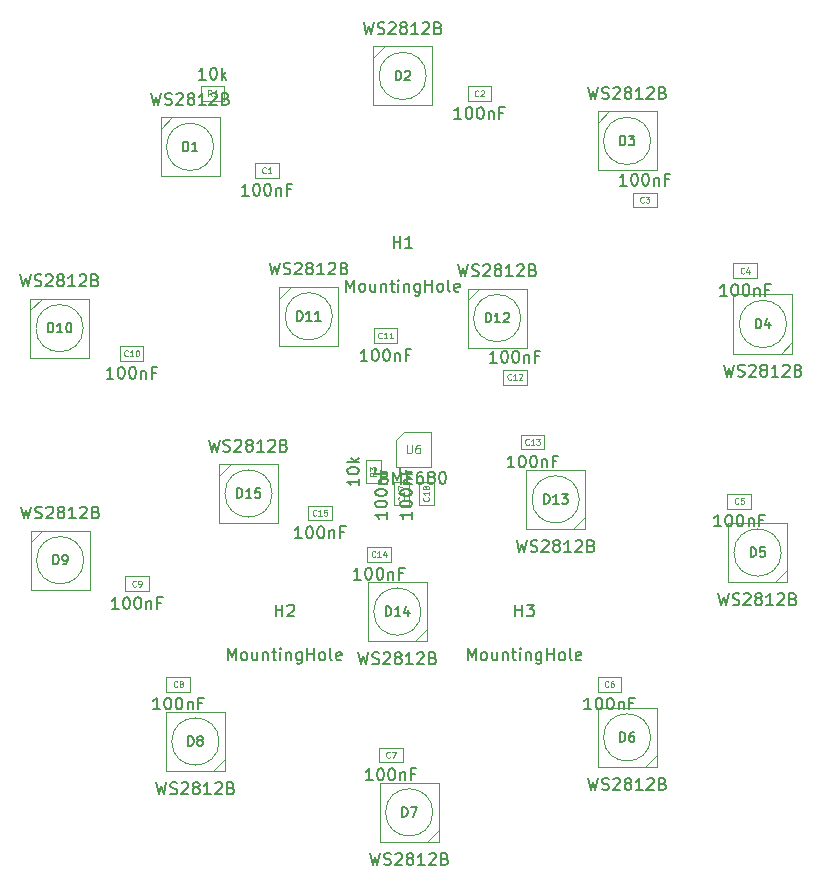
<source format=gbr>
G04 #@! TF.GenerationSoftware,KiCad,Pcbnew,8.0.4*
G04 #@! TF.CreationDate,2024-08-11T22:53:45+02:00*
G04 #@! TF.ProjectId,Haibadge_B,48616962-6164-4676-955f-422e6b696361,rev?*
G04 #@! TF.SameCoordinates,Original*
G04 #@! TF.FileFunction,AssemblyDrawing,Top*
%FSLAX46Y46*%
G04 Gerber Fmt 4.6, Leading zero omitted, Abs format (unit mm)*
G04 Created by KiCad (PCBNEW 8.0.4) date 2024-08-11 22:53:45*
%MOMM*%
%LPD*%
G01*
G04 APERTURE LIST*
%ADD10C,0.150000*%
%ADD11C,0.080000*%
%ADD12C,0.110000*%
%ADD13C,0.100000*%
G04 APERTURE END LIST*
D10*
X110409524Y-149862295D02*
X110409524Y-149062295D01*
X110409524Y-149062295D02*
X110600000Y-149062295D01*
X110600000Y-149062295D02*
X110714286Y-149100390D01*
X110714286Y-149100390D02*
X110790476Y-149176580D01*
X110790476Y-149176580D02*
X110828571Y-149252771D01*
X110828571Y-149252771D02*
X110866667Y-149405152D01*
X110866667Y-149405152D02*
X110866667Y-149519438D01*
X110866667Y-149519438D02*
X110828571Y-149671819D01*
X110828571Y-149671819D02*
X110790476Y-149748009D01*
X110790476Y-149748009D02*
X110714286Y-149824200D01*
X110714286Y-149824200D02*
X110600000Y-149862295D01*
X110600000Y-149862295D02*
X110409524Y-149862295D01*
X111247619Y-149862295D02*
X111400000Y-149862295D01*
X111400000Y-149862295D02*
X111476190Y-149824200D01*
X111476190Y-149824200D02*
X111514286Y-149786104D01*
X111514286Y-149786104D02*
X111590476Y-149671819D01*
X111590476Y-149671819D02*
X111628571Y-149519438D01*
X111628571Y-149519438D02*
X111628571Y-149214676D01*
X111628571Y-149214676D02*
X111590476Y-149138485D01*
X111590476Y-149138485D02*
X111552381Y-149100390D01*
X111552381Y-149100390D02*
X111476190Y-149062295D01*
X111476190Y-149062295D02*
X111323809Y-149062295D01*
X111323809Y-149062295D02*
X111247619Y-149100390D01*
X111247619Y-149100390D02*
X111209524Y-149138485D01*
X111209524Y-149138485D02*
X111171428Y-149214676D01*
X111171428Y-149214676D02*
X111171428Y-149405152D01*
X111171428Y-149405152D02*
X111209524Y-149481342D01*
X111209524Y-149481342D02*
X111247619Y-149519438D01*
X111247619Y-149519438D02*
X111323809Y-149557533D01*
X111323809Y-149557533D02*
X111476190Y-149557533D01*
X111476190Y-149557533D02*
X111552381Y-149519438D01*
X111552381Y-149519438D02*
X111590476Y-149481342D01*
X111590476Y-149481342D02*
X111628571Y-149405152D01*
X126952380Y-118634819D02*
X126380952Y-118634819D01*
X126666666Y-118634819D02*
X126666666Y-117634819D01*
X126666666Y-117634819D02*
X126571428Y-117777676D01*
X126571428Y-117777676D02*
X126476190Y-117872914D01*
X126476190Y-117872914D02*
X126380952Y-117920533D01*
X127571428Y-117634819D02*
X127666666Y-117634819D01*
X127666666Y-117634819D02*
X127761904Y-117682438D01*
X127761904Y-117682438D02*
X127809523Y-117730057D01*
X127809523Y-117730057D02*
X127857142Y-117825295D01*
X127857142Y-117825295D02*
X127904761Y-118015771D01*
X127904761Y-118015771D02*
X127904761Y-118253866D01*
X127904761Y-118253866D02*
X127857142Y-118444342D01*
X127857142Y-118444342D02*
X127809523Y-118539580D01*
X127809523Y-118539580D02*
X127761904Y-118587200D01*
X127761904Y-118587200D02*
X127666666Y-118634819D01*
X127666666Y-118634819D02*
X127571428Y-118634819D01*
X127571428Y-118634819D02*
X127476190Y-118587200D01*
X127476190Y-118587200D02*
X127428571Y-118539580D01*
X127428571Y-118539580D02*
X127380952Y-118444342D01*
X127380952Y-118444342D02*
X127333333Y-118253866D01*
X127333333Y-118253866D02*
X127333333Y-118015771D01*
X127333333Y-118015771D02*
X127380952Y-117825295D01*
X127380952Y-117825295D02*
X127428571Y-117730057D01*
X127428571Y-117730057D02*
X127476190Y-117682438D01*
X127476190Y-117682438D02*
X127571428Y-117634819D01*
X128523809Y-117634819D02*
X128619047Y-117634819D01*
X128619047Y-117634819D02*
X128714285Y-117682438D01*
X128714285Y-117682438D02*
X128761904Y-117730057D01*
X128761904Y-117730057D02*
X128809523Y-117825295D01*
X128809523Y-117825295D02*
X128857142Y-118015771D01*
X128857142Y-118015771D02*
X128857142Y-118253866D01*
X128857142Y-118253866D02*
X128809523Y-118444342D01*
X128809523Y-118444342D02*
X128761904Y-118539580D01*
X128761904Y-118539580D02*
X128714285Y-118587200D01*
X128714285Y-118587200D02*
X128619047Y-118634819D01*
X128619047Y-118634819D02*
X128523809Y-118634819D01*
X128523809Y-118634819D02*
X128428571Y-118587200D01*
X128428571Y-118587200D02*
X128380952Y-118539580D01*
X128380952Y-118539580D02*
X128333333Y-118444342D01*
X128333333Y-118444342D02*
X128285714Y-118253866D01*
X128285714Y-118253866D02*
X128285714Y-118015771D01*
X128285714Y-118015771D02*
X128333333Y-117825295D01*
X128333333Y-117825295D02*
X128380952Y-117730057D01*
X128380952Y-117730057D02*
X128428571Y-117682438D01*
X128428571Y-117682438D02*
X128523809Y-117634819D01*
X129285714Y-117968152D02*
X129285714Y-118634819D01*
X129285714Y-118063390D02*
X129333333Y-118015771D01*
X129333333Y-118015771D02*
X129428571Y-117968152D01*
X129428571Y-117968152D02*
X129571428Y-117968152D01*
X129571428Y-117968152D02*
X129666666Y-118015771D01*
X129666666Y-118015771D02*
X129714285Y-118111009D01*
X129714285Y-118111009D02*
X129714285Y-118634819D01*
X130523809Y-118111009D02*
X130190476Y-118111009D01*
X130190476Y-118634819D02*
X130190476Y-117634819D01*
X130190476Y-117634819D02*
X130666666Y-117634819D01*
D11*
X128416666Y-116679530D02*
X128392857Y-116703340D01*
X128392857Y-116703340D02*
X128321428Y-116727149D01*
X128321428Y-116727149D02*
X128273809Y-116727149D01*
X128273809Y-116727149D02*
X128202381Y-116703340D01*
X128202381Y-116703340D02*
X128154762Y-116655720D01*
X128154762Y-116655720D02*
X128130952Y-116608101D01*
X128130952Y-116608101D02*
X128107143Y-116512863D01*
X128107143Y-116512863D02*
X128107143Y-116441435D01*
X128107143Y-116441435D02*
X128130952Y-116346197D01*
X128130952Y-116346197D02*
X128154762Y-116298578D01*
X128154762Y-116298578D02*
X128202381Y-116250959D01*
X128202381Y-116250959D02*
X128273809Y-116227149D01*
X128273809Y-116227149D02*
X128321428Y-116227149D01*
X128321428Y-116227149D02*
X128392857Y-116250959D01*
X128392857Y-116250959D02*
X128416666Y-116274768D01*
X128892857Y-116727149D02*
X128607143Y-116727149D01*
X128750000Y-116727149D02*
X128750000Y-116227149D01*
X128750000Y-116227149D02*
X128702381Y-116298578D01*
X128702381Y-116298578D02*
X128654762Y-116346197D01*
X128654762Y-116346197D02*
X128607143Y-116370006D01*
D10*
X123317261Y-108804819D02*
X122745833Y-108804819D01*
X123031547Y-108804819D02*
X123031547Y-107804819D01*
X123031547Y-107804819D02*
X122936309Y-107947676D01*
X122936309Y-107947676D02*
X122841071Y-108042914D01*
X122841071Y-108042914D02*
X122745833Y-108090533D01*
X123936309Y-107804819D02*
X124031547Y-107804819D01*
X124031547Y-107804819D02*
X124126785Y-107852438D01*
X124126785Y-107852438D02*
X124174404Y-107900057D01*
X124174404Y-107900057D02*
X124222023Y-107995295D01*
X124222023Y-107995295D02*
X124269642Y-108185771D01*
X124269642Y-108185771D02*
X124269642Y-108423866D01*
X124269642Y-108423866D02*
X124222023Y-108614342D01*
X124222023Y-108614342D02*
X124174404Y-108709580D01*
X124174404Y-108709580D02*
X124126785Y-108757200D01*
X124126785Y-108757200D02*
X124031547Y-108804819D01*
X124031547Y-108804819D02*
X123936309Y-108804819D01*
X123936309Y-108804819D02*
X123841071Y-108757200D01*
X123841071Y-108757200D02*
X123793452Y-108709580D01*
X123793452Y-108709580D02*
X123745833Y-108614342D01*
X123745833Y-108614342D02*
X123698214Y-108423866D01*
X123698214Y-108423866D02*
X123698214Y-108185771D01*
X123698214Y-108185771D02*
X123745833Y-107995295D01*
X123745833Y-107995295D02*
X123793452Y-107900057D01*
X123793452Y-107900057D02*
X123841071Y-107852438D01*
X123841071Y-107852438D02*
X123936309Y-107804819D01*
X124698214Y-108804819D02*
X124698214Y-107804819D01*
X124793452Y-108423866D02*
X125079166Y-108804819D01*
X125079166Y-108138152D02*
X124698214Y-108519104D01*
D11*
X123829166Y-110227149D02*
X123662500Y-109989054D01*
X123543452Y-110227149D02*
X123543452Y-109727149D01*
X123543452Y-109727149D02*
X123733928Y-109727149D01*
X123733928Y-109727149D02*
X123781547Y-109750959D01*
X123781547Y-109750959D02*
X123805357Y-109774768D01*
X123805357Y-109774768D02*
X123829166Y-109822387D01*
X123829166Y-109822387D02*
X123829166Y-109893816D01*
X123829166Y-109893816D02*
X123805357Y-109941435D01*
X123805357Y-109941435D02*
X123781547Y-109965244D01*
X123781547Y-109965244D02*
X123733928Y-109989054D01*
X123733928Y-109989054D02*
X123543452Y-109989054D01*
X124305357Y-110227149D02*
X124019643Y-110227149D01*
X124162500Y-110227149D02*
X124162500Y-109727149D01*
X124162500Y-109727149D02*
X124114881Y-109798578D01*
X124114881Y-109798578D02*
X124067262Y-109846197D01*
X124067262Y-109846197D02*
X124019643Y-109870006D01*
D10*
X167190476Y-132954819D02*
X167428571Y-133954819D01*
X167428571Y-133954819D02*
X167619047Y-133240533D01*
X167619047Y-133240533D02*
X167809523Y-133954819D01*
X167809523Y-133954819D02*
X168047619Y-132954819D01*
X168380952Y-133907200D02*
X168523809Y-133954819D01*
X168523809Y-133954819D02*
X168761904Y-133954819D01*
X168761904Y-133954819D02*
X168857142Y-133907200D01*
X168857142Y-133907200D02*
X168904761Y-133859580D01*
X168904761Y-133859580D02*
X168952380Y-133764342D01*
X168952380Y-133764342D02*
X168952380Y-133669104D01*
X168952380Y-133669104D02*
X168904761Y-133573866D01*
X168904761Y-133573866D02*
X168857142Y-133526247D01*
X168857142Y-133526247D02*
X168761904Y-133478628D01*
X168761904Y-133478628D02*
X168571428Y-133431009D01*
X168571428Y-133431009D02*
X168476190Y-133383390D01*
X168476190Y-133383390D02*
X168428571Y-133335771D01*
X168428571Y-133335771D02*
X168380952Y-133240533D01*
X168380952Y-133240533D02*
X168380952Y-133145295D01*
X168380952Y-133145295D02*
X168428571Y-133050057D01*
X168428571Y-133050057D02*
X168476190Y-133002438D01*
X168476190Y-133002438D02*
X168571428Y-132954819D01*
X168571428Y-132954819D02*
X168809523Y-132954819D01*
X168809523Y-132954819D02*
X168952380Y-133002438D01*
X169333333Y-133050057D02*
X169380952Y-133002438D01*
X169380952Y-133002438D02*
X169476190Y-132954819D01*
X169476190Y-132954819D02*
X169714285Y-132954819D01*
X169714285Y-132954819D02*
X169809523Y-133002438D01*
X169809523Y-133002438D02*
X169857142Y-133050057D01*
X169857142Y-133050057D02*
X169904761Y-133145295D01*
X169904761Y-133145295D02*
X169904761Y-133240533D01*
X169904761Y-133240533D02*
X169857142Y-133383390D01*
X169857142Y-133383390D02*
X169285714Y-133954819D01*
X169285714Y-133954819D02*
X169904761Y-133954819D01*
X170476190Y-133383390D02*
X170380952Y-133335771D01*
X170380952Y-133335771D02*
X170333333Y-133288152D01*
X170333333Y-133288152D02*
X170285714Y-133192914D01*
X170285714Y-133192914D02*
X170285714Y-133145295D01*
X170285714Y-133145295D02*
X170333333Y-133050057D01*
X170333333Y-133050057D02*
X170380952Y-133002438D01*
X170380952Y-133002438D02*
X170476190Y-132954819D01*
X170476190Y-132954819D02*
X170666666Y-132954819D01*
X170666666Y-132954819D02*
X170761904Y-133002438D01*
X170761904Y-133002438D02*
X170809523Y-133050057D01*
X170809523Y-133050057D02*
X170857142Y-133145295D01*
X170857142Y-133145295D02*
X170857142Y-133192914D01*
X170857142Y-133192914D02*
X170809523Y-133288152D01*
X170809523Y-133288152D02*
X170761904Y-133335771D01*
X170761904Y-133335771D02*
X170666666Y-133383390D01*
X170666666Y-133383390D02*
X170476190Y-133383390D01*
X170476190Y-133383390D02*
X170380952Y-133431009D01*
X170380952Y-133431009D02*
X170333333Y-133478628D01*
X170333333Y-133478628D02*
X170285714Y-133573866D01*
X170285714Y-133573866D02*
X170285714Y-133764342D01*
X170285714Y-133764342D02*
X170333333Y-133859580D01*
X170333333Y-133859580D02*
X170380952Y-133907200D01*
X170380952Y-133907200D02*
X170476190Y-133954819D01*
X170476190Y-133954819D02*
X170666666Y-133954819D01*
X170666666Y-133954819D02*
X170761904Y-133907200D01*
X170761904Y-133907200D02*
X170809523Y-133859580D01*
X170809523Y-133859580D02*
X170857142Y-133764342D01*
X170857142Y-133764342D02*
X170857142Y-133573866D01*
X170857142Y-133573866D02*
X170809523Y-133478628D01*
X170809523Y-133478628D02*
X170761904Y-133431009D01*
X170761904Y-133431009D02*
X170666666Y-133383390D01*
X171809523Y-133954819D02*
X171238095Y-133954819D01*
X171523809Y-133954819D02*
X171523809Y-132954819D01*
X171523809Y-132954819D02*
X171428571Y-133097676D01*
X171428571Y-133097676D02*
X171333333Y-133192914D01*
X171333333Y-133192914D02*
X171238095Y-133240533D01*
X172190476Y-133050057D02*
X172238095Y-133002438D01*
X172238095Y-133002438D02*
X172333333Y-132954819D01*
X172333333Y-132954819D02*
X172571428Y-132954819D01*
X172571428Y-132954819D02*
X172666666Y-133002438D01*
X172666666Y-133002438D02*
X172714285Y-133050057D01*
X172714285Y-133050057D02*
X172761904Y-133145295D01*
X172761904Y-133145295D02*
X172761904Y-133240533D01*
X172761904Y-133240533D02*
X172714285Y-133383390D01*
X172714285Y-133383390D02*
X172142857Y-133954819D01*
X172142857Y-133954819D02*
X172761904Y-133954819D01*
X173523809Y-133431009D02*
X173666666Y-133478628D01*
X173666666Y-133478628D02*
X173714285Y-133526247D01*
X173714285Y-133526247D02*
X173761904Y-133621485D01*
X173761904Y-133621485D02*
X173761904Y-133764342D01*
X173761904Y-133764342D02*
X173714285Y-133859580D01*
X173714285Y-133859580D02*
X173666666Y-133907200D01*
X173666666Y-133907200D02*
X173571428Y-133954819D01*
X173571428Y-133954819D02*
X173190476Y-133954819D01*
X173190476Y-133954819D02*
X173190476Y-132954819D01*
X173190476Y-132954819D02*
X173523809Y-132954819D01*
X173523809Y-132954819D02*
X173619047Y-133002438D01*
X173619047Y-133002438D02*
X173666666Y-133050057D01*
X173666666Y-133050057D02*
X173714285Y-133145295D01*
X173714285Y-133145295D02*
X173714285Y-133240533D01*
X173714285Y-133240533D02*
X173666666Y-133335771D01*
X173666666Y-133335771D02*
X173619047Y-133383390D01*
X173619047Y-133383390D02*
X173523809Y-133431009D01*
X173523809Y-133431009D02*
X173190476Y-133431009D01*
X169909524Y-129862295D02*
X169909524Y-129062295D01*
X169909524Y-129062295D02*
X170100000Y-129062295D01*
X170100000Y-129062295D02*
X170214286Y-129100390D01*
X170214286Y-129100390D02*
X170290476Y-129176580D01*
X170290476Y-129176580D02*
X170328571Y-129252771D01*
X170328571Y-129252771D02*
X170366667Y-129405152D01*
X170366667Y-129405152D02*
X170366667Y-129519438D01*
X170366667Y-129519438D02*
X170328571Y-129671819D01*
X170328571Y-129671819D02*
X170290476Y-129748009D01*
X170290476Y-129748009D02*
X170214286Y-129824200D01*
X170214286Y-129824200D02*
X170100000Y-129862295D01*
X170100000Y-129862295D02*
X169909524Y-129862295D01*
X171052381Y-129328961D02*
X171052381Y-129862295D01*
X170861905Y-129024200D02*
X170671428Y-129595628D01*
X170671428Y-129595628D02*
X171166667Y-129595628D01*
X115952380Y-153634819D02*
X115380952Y-153634819D01*
X115666666Y-153634819D02*
X115666666Y-152634819D01*
X115666666Y-152634819D02*
X115571428Y-152777676D01*
X115571428Y-152777676D02*
X115476190Y-152872914D01*
X115476190Y-152872914D02*
X115380952Y-152920533D01*
X116571428Y-152634819D02*
X116666666Y-152634819D01*
X116666666Y-152634819D02*
X116761904Y-152682438D01*
X116761904Y-152682438D02*
X116809523Y-152730057D01*
X116809523Y-152730057D02*
X116857142Y-152825295D01*
X116857142Y-152825295D02*
X116904761Y-153015771D01*
X116904761Y-153015771D02*
X116904761Y-153253866D01*
X116904761Y-153253866D02*
X116857142Y-153444342D01*
X116857142Y-153444342D02*
X116809523Y-153539580D01*
X116809523Y-153539580D02*
X116761904Y-153587200D01*
X116761904Y-153587200D02*
X116666666Y-153634819D01*
X116666666Y-153634819D02*
X116571428Y-153634819D01*
X116571428Y-153634819D02*
X116476190Y-153587200D01*
X116476190Y-153587200D02*
X116428571Y-153539580D01*
X116428571Y-153539580D02*
X116380952Y-153444342D01*
X116380952Y-153444342D02*
X116333333Y-153253866D01*
X116333333Y-153253866D02*
X116333333Y-153015771D01*
X116333333Y-153015771D02*
X116380952Y-152825295D01*
X116380952Y-152825295D02*
X116428571Y-152730057D01*
X116428571Y-152730057D02*
X116476190Y-152682438D01*
X116476190Y-152682438D02*
X116571428Y-152634819D01*
X117523809Y-152634819D02*
X117619047Y-152634819D01*
X117619047Y-152634819D02*
X117714285Y-152682438D01*
X117714285Y-152682438D02*
X117761904Y-152730057D01*
X117761904Y-152730057D02*
X117809523Y-152825295D01*
X117809523Y-152825295D02*
X117857142Y-153015771D01*
X117857142Y-153015771D02*
X117857142Y-153253866D01*
X117857142Y-153253866D02*
X117809523Y-153444342D01*
X117809523Y-153444342D02*
X117761904Y-153539580D01*
X117761904Y-153539580D02*
X117714285Y-153587200D01*
X117714285Y-153587200D02*
X117619047Y-153634819D01*
X117619047Y-153634819D02*
X117523809Y-153634819D01*
X117523809Y-153634819D02*
X117428571Y-153587200D01*
X117428571Y-153587200D02*
X117380952Y-153539580D01*
X117380952Y-153539580D02*
X117333333Y-153444342D01*
X117333333Y-153444342D02*
X117285714Y-153253866D01*
X117285714Y-153253866D02*
X117285714Y-153015771D01*
X117285714Y-153015771D02*
X117333333Y-152825295D01*
X117333333Y-152825295D02*
X117380952Y-152730057D01*
X117380952Y-152730057D02*
X117428571Y-152682438D01*
X117428571Y-152682438D02*
X117523809Y-152634819D01*
X118285714Y-152968152D02*
X118285714Y-153634819D01*
X118285714Y-153063390D02*
X118333333Y-153015771D01*
X118333333Y-153015771D02*
X118428571Y-152968152D01*
X118428571Y-152968152D02*
X118571428Y-152968152D01*
X118571428Y-152968152D02*
X118666666Y-153015771D01*
X118666666Y-153015771D02*
X118714285Y-153111009D01*
X118714285Y-153111009D02*
X118714285Y-153634819D01*
X119523809Y-153111009D02*
X119190476Y-153111009D01*
X119190476Y-153634819D02*
X119190476Y-152634819D01*
X119190476Y-152634819D02*
X119666666Y-152634819D01*
D11*
X117416666Y-151679530D02*
X117392857Y-151703340D01*
X117392857Y-151703340D02*
X117321428Y-151727149D01*
X117321428Y-151727149D02*
X117273809Y-151727149D01*
X117273809Y-151727149D02*
X117202381Y-151703340D01*
X117202381Y-151703340D02*
X117154762Y-151655720D01*
X117154762Y-151655720D02*
X117130952Y-151608101D01*
X117130952Y-151608101D02*
X117107143Y-151512863D01*
X117107143Y-151512863D02*
X117107143Y-151441435D01*
X117107143Y-151441435D02*
X117130952Y-151346197D01*
X117130952Y-151346197D02*
X117154762Y-151298578D01*
X117154762Y-151298578D02*
X117202381Y-151250959D01*
X117202381Y-151250959D02*
X117273809Y-151227149D01*
X117273809Y-151227149D02*
X117321428Y-151227149D01*
X117321428Y-151227149D02*
X117392857Y-151250959D01*
X117392857Y-151250959D02*
X117416666Y-151274768D01*
X117654762Y-151727149D02*
X117750000Y-151727149D01*
X117750000Y-151727149D02*
X117797619Y-151703340D01*
X117797619Y-151703340D02*
X117821428Y-151679530D01*
X117821428Y-151679530D02*
X117869047Y-151608101D01*
X117869047Y-151608101D02*
X117892857Y-151512863D01*
X117892857Y-151512863D02*
X117892857Y-151322387D01*
X117892857Y-151322387D02*
X117869047Y-151274768D01*
X117869047Y-151274768D02*
X117845238Y-151250959D01*
X117845238Y-151250959D02*
X117797619Y-151227149D01*
X117797619Y-151227149D02*
X117702381Y-151227149D01*
X117702381Y-151227149D02*
X117654762Y-151250959D01*
X117654762Y-151250959D02*
X117630952Y-151274768D01*
X117630952Y-151274768D02*
X117607143Y-151322387D01*
X117607143Y-151322387D02*
X117607143Y-151441435D01*
X117607143Y-151441435D02*
X117630952Y-151489054D01*
X117630952Y-151489054D02*
X117654762Y-151512863D01*
X117654762Y-151512863D02*
X117702381Y-151536673D01*
X117702381Y-151536673D02*
X117797619Y-151536673D01*
X117797619Y-151536673D02*
X117845238Y-151512863D01*
X117845238Y-151512863D02*
X117869047Y-151489054D01*
X117869047Y-151489054D02*
X117892857Y-151441435D01*
D10*
X145514285Y-157954819D02*
X145514285Y-156954819D01*
X145514285Y-156954819D02*
X145847618Y-157669104D01*
X145847618Y-157669104D02*
X146180951Y-156954819D01*
X146180951Y-156954819D02*
X146180951Y-157954819D01*
X146799999Y-157954819D02*
X146704761Y-157907200D01*
X146704761Y-157907200D02*
X146657142Y-157859580D01*
X146657142Y-157859580D02*
X146609523Y-157764342D01*
X146609523Y-157764342D02*
X146609523Y-157478628D01*
X146609523Y-157478628D02*
X146657142Y-157383390D01*
X146657142Y-157383390D02*
X146704761Y-157335771D01*
X146704761Y-157335771D02*
X146799999Y-157288152D01*
X146799999Y-157288152D02*
X146942856Y-157288152D01*
X146942856Y-157288152D02*
X147038094Y-157335771D01*
X147038094Y-157335771D02*
X147085713Y-157383390D01*
X147085713Y-157383390D02*
X147133332Y-157478628D01*
X147133332Y-157478628D02*
X147133332Y-157764342D01*
X147133332Y-157764342D02*
X147085713Y-157859580D01*
X147085713Y-157859580D02*
X147038094Y-157907200D01*
X147038094Y-157907200D02*
X146942856Y-157954819D01*
X146942856Y-157954819D02*
X146799999Y-157954819D01*
X147990475Y-157288152D02*
X147990475Y-157954819D01*
X147561904Y-157288152D02*
X147561904Y-157811961D01*
X147561904Y-157811961D02*
X147609523Y-157907200D01*
X147609523Y-157907200D02*
X147704761Y-157954819D01*
X147704761Y-157954819D02*
X147847618Y-157954819D01*
X147847618Y-157954819D02*
X147942856Y-157907200D01*
X147942856Y-157907200D02*
X147990475Y-157859580D01*
X148466666Y-157288152D02*
X148466666Y-157954819D01*
X148466666Y-157383390D02*
X148514285Y-157335771D01*
X148514285Y-157335771D02*
X148609523Y-157288152D01*
X148609523Y-157288152D02*
X148752380Y-157288152D01*
X148752380Y-157288152D02*
X148847618Y-157335771D01*
X148847618Y-157335771D02*
X148895237Y-157431009D01*
X148895237Y-157431009D02*
X148895237Y-157954819D01*
X149228571Y-157288152D02*
X149609523Y-157288152D01*
X149371428Y-156954819D02*
X149371428Y-157811961D01*
X149371428Y-157811961D02*
X149419047Y-157907200D01*
X149419047Y-157907200D02*
X149514285Y-157954819D01*
X149514285Y-157954819D02*
X149609523Y-157954819D01*
X149942857Y-157954819D02*
X149942857Y-157288152D01*
X149942857Y-156954819D02*
X149895238Y-157002438D01*
X149895238Y-157002438D02*
X149942857Y-157050057D01*
X149942857Y-157050057D02*
X149990476Y-157002438D01*
X149990476Y-157002438D02*
X149942857Y-156954819D01*
X149942857Y-156954819D02*
X149942857Y-157050057D01*
X150419047Y-157288152D02*
X150419047Y-157954819D01*
X150419047Y-157383390D02*
X150466666Y-157335771D01*
X150466666Y-157335771D02*
X150561904Y-157288152D01*
X150561904Y-157288152D02*
X150704761Y-157288152D01*
X150704761Y-157288152D02*
X150799999Y-157335771D01*
X150799999Y-157335771D02*
X150847618Y-157431009D01*
X150847618Y-157431009D02*
X150847618Y-157954819D01*
X151752380Y-157288152D02*
X151752380Y-158097676D01*
X151752380Y-158097676D02*
X151704761Y-158192914D01*
X151704761Y-158192914D02*
X151657142Y-158240533D01*
X151657142Y-158240533D02*
X151561904Y-158288152D01*
X151561904Y-158288152D02*
X151419047Y-158288152D01*
X151419047Y-158288152D02*
X151323809Y-158240533D01*
X151752380Y-157907200D02*
X151657142Y-157954819D01*
X151657142Y-157954819D02*
X151466666Y-157954819D01*
X151466666Y-157954819D02*
X151371428Y-157907200D01*
X151371428Y-157907200D02*
X151323809Y-157859580D01*
X151323809Y-157859580D02*
X151276190Y-157764342D01*
X151276190Y-157764342D02*
X151276190Y-157478628D01*
X151276190Y-157478628D02*
X151323809Y-157383390D01*
X151323809Y-157383390D02*
X151371428Y-157335771D01*
X151371428Y-157335771D02*
X151466666Y-157288152D01*
X151466666Y-157288152D02*
X151657142Y-157288152D01*
X151657142Y-157288152D02*
X151752380Y-157335771D01*
X152228571Y-157954819D02*
X152228571Y-156954819D01*
X152228571Y-157431009D02*
X152799999Y-157431009D01*
X152799999Y-157954819D02*
X152799999Y-156954819D01*
X153419047Y-157954819D02*
X153323809Y-157907200D01*
X153323809Y-157907200D02*
X153276190Y-157859580D01*
X153276190Y-157859580D02*
X153228571Y-157764342D01*
X153228571Y-157764342D02*
X153228571Y-157478628D01*
X153228571Y-157478628D02*
X153276190Y-157383390D01*
X153276190Y-157383390D02*
X153323809Y-157335771D01*
X153323809Y-157335771D02*
X153419047Y-157288152D01*
X153419047Y-157288152D02*
X153561904Y-157288152D01*
X153561904Y-157288152D02*
X153657142Y-157335771D01*
X153657142Y-157335771D02*
X153704761Y-157383390D01*
X153704761Y-157383390D02*
X153752380Y-157478628D01*
X153752380Y-157478628D02*
X153752380Y-157764342D01*
X153752380Y-157764342D02*
X153704761Y-157859580D01*
X153704761Y-157859580D02*
X153657142Y-157907200D01*
X153657142Y-157907200D02*
X153561904Y-157954819D01*
X153561904Y-157954819D02*
X153419047Y-157954819D01*
X154323809Y-157954819D02*
X154228571Y-157907200D01*
X154228571Y-157907200D02*
X154180952Y-157811961D01*
X154180952Y-157811961D02*
X154180952Y-156954819D01*
X155085714Y-157907200D02*
X154990476Y-157954819D01*
X154990476Y-157954819D02*
X154800000Y-157954819D01*
X154800000Y-157954819D02*
X154704762Y-157907200D01*
X154704762Y-157907200D02*
X154657143Y-157811961D01*
X154657143Y-157811961D02*
X154657143Y-157431009D01*
X154657143Y-157431009D02*
X154704762Y-157335771D01*
X154704762Y-157335771D02*
X154800000Y-157288152D01*
X154800000Y-157288152D02*
X154990476Y-157288152D01*
X154990476Y-157288152D02*
X155085714Y-157335771D01*
X155085714Y-157335771D02*
X155133333Y-157431009D01*
X155133333Y-157431009D02*
X155133333Y-157526247D01*
X155133333Y-157526247D02*
X154657143Y-157621485D01*
X149538095Y-154254819D02*
X149538095Y-153254819D01*
X149538095Y-153731009D02*
X150109523Y-153731009D01*
X150109523Y-154254819D02*
X150109523Y-153254819D01*
X150490476Y-153254819D02*
X151109523Y-153254819D01*
X151109523Y-153254819D02*
X150776190Y-153635771D01*
X150776190Y-153635771D02*
X150919047Y-153635771D01*
X150919047Y-153635771D02*
X151014285Y-153683390D01*
X151014285Y-153683390D02*
X151061904Y-153731009D01*
X151061904Y-153731009D02*
X151109523Y-153826247D01*
X151109523Y-153826247D02*
X151109523Y-154064342D01*
X151109523Y-154064342D02*
X151061904Y-154159580D01*
X151061904Y-154159580D02*
X151014285Y-154207200D01*
X151014285Y-154207200D02*
X150919047Y-154254819D01*
X150919047Y-154254819D02*
X150633333Y-154254819D01*
X150633333Y-154254819D02*
X150538095Y-154207200D01*
X150538095Y-154207200D02*
X150490476Y-154159580D01*
X125214285Y-157954819D02*
X125214285Y-156954819D01*
X125214285Y-156954819D02*
X125547618Y-157669104D01*
X125547618Y-157669104D02*
X125880951Y-156954819D01*
X125880951Y-156954819D02*
X125880951Y-157954819D01*
X126499999Y-157954819D02*
X126404761Y-157907200D01*
X126404761Y-157907200D02*
X126357142Y-157859580D01*
X126357142Y-157859580D02*
X126309523Y-157764342D01*
X126309523Y-157764342D02*
X126309523Y-157478628D01*
X126309523Y-157478628D02*
X126357142Y-157383390D01*
X126357142Y-157383390D02*
X126404761Y-157335771D01*
X126404761Y-157335771D02*
X126499999Y-157288152D01*
X126499999Y-157288152D02*
X126642856Y-157288152D01*
X126642856Y-157288152D02*
X126738094Y-157335771D01*
X126738094Y-157335771D02*
X126785713Y-157383390D01*
X126785713Y-157383390D02*
X126833332Y-157478628D01*
X126833332Y-157478628D02*
X126833332Y-157764342D01*
X126833332Y-157764342D02*
X126785713Y-157859580D01*
X126785713Y-157859580D02*
X126738094Y-157907200D01*
X126738094Y-157907200D02*
X126642856Y-157954819D01*
X126642856Y-157954819D02*
X126499999Y-157954819D01*
X127690475Y-157288152D02*
X127690475Y-157954819D01*
X127261904Y-157288152D02*
X127261904Y-157811961D01*
X127261904Y-157811961D02*
X127309523Y-157907200D01*
X127309523Y-157907200D02*
X127404761Y-157954819D01*
X127404761Y-157954819D02*
X127547618Y-157954819D01*
X127547618Y-157954819D02*
X127642856Y-157907200D01*
X127642856Y-157907200D02*
X127690475Y-157859580D01*
X128166666Y-157288152D02*
X128166666Y-157954819D01*
X128166666Y-157383390D02*
X128214285Y-157335771D01*
X128214285Y-157335771D02*
X128309523Y-157288152D01*
X128309523Y-157288152D02*
X128452380Y-157288152D01*
X128452380Y-157288152D02*
X128547618Y-157335771D01*
X128547618Y-157335771D02*
X128595237Y-157431009D01*
X128595237Y-157431009D02*
X128595237Y-157954819D01*
X128928571Y-157288152D02*
X129309523Y-157288152D01*
X129071428Y-156954819D02*
X129071428Y-157811961D01*
X129071428Y-157811961D02*
X129119047Y-157907200D01*
X129119047Y-157907200D02*
X129214285Y-157954819D01*
X129214285Y-157954819D02*
X129309523Y-157954819D01*
X129642857Y-157954819D02*
X129642857Y-157288152D01*
X129642857Y-156954819D02*
X129595238Y-157002438D01*
X129595238Y-157002438D02*
X129642857Y-157050057D01*
X129642857Y-157050057D02*
X129690476Y-157002438D01*
X129690476Y-157002438D02*
X129642857Y-156954819D01*
X129642857Y-156954819D02*
X129642857Y-157050057D01*
X130119047Y-157288152D02*
X130119047Y-157954819D01*
X130119047Y-157383390D02*
X130166666Y-157335771D01*
X130166666Y-157335771D02*
X130261904Y-157288152D01*
X130261904Y-157288152D02*
X130404761Y-157288152D01*
X130404761Y-157288152D02*
X130499999Y-157335771D01*
X130499999Y-157335771D02*
X130547618Y-157431009D01*
X130547618Y-157431009D02*
X130547618Y-157954819D01*
X131452380Y-157288152D02*
X131452380Y-158097676D01*
X131452380Y-158097676D02*
X131404761Y-158192914D01*
X131404761Y-158192914D02*
X131357142Y-158240533D01*
X131357142Y-158240533D02*
X131261904Y-158288152D01*
X131261904Y-158288152D02*
X131119047Y-158288152D01*
X131119047Y-158288152D02*
X131023809Y-158240533D01*
X131452380Y-157907200D02*
X131357142Y-157954819D01*
X131357142Y-157954819D02*
X131166666Y-157954819D01*
X131166666Y-157954819D02*
X131071428Y-157907200D01*
X131071428Y-157907200D02*
X131023809Y-157859580D01*
X131023809Y-157859580D02*
X130976190Y-157764342D01*
X130976190Y-157764342D02*
X130976190Y-157478628D01*
X130976190Y-157478628D02*
X131023809Y-157383390D01*
X131023809Y-157383390D02*
X131071428Y-157335771D01*
X131071428Y-157335771D02*
X131166666Y-157288152D01*
X131166666Y-157288152D02*
X131357142Y-157288152D01*
X131357142Y-157288152D02*
X131452380Y-157335771D01*
X131928571Y-157954819D02*
X131928571Y-156954819D01*
X131928571Y-157431009D02*
X132499999Y-157431009D01*
X132499999Y-157954819D02*
X132499999Y-156954819D01*
X133119047Y-157954819D02*
X133023809Y-157907200D01*
X133023809Y-157907200D02*
X132976190Y-157859580D01*
X132976190Y-157859580D02*
X132928571Y-157764342D01*
X132928571Y-157764342D02*
X132928571Y-157478628D01*
X132928571Y-157478628D02*
X132976190Y-157383390D01*
X132976190Y-157383390D02*
X133023809Y-157335771D01*
X133023809Y-157335771D02*
X133119047Y-157288152D01*
X133119047Y-157288152D02*
X133261904Y-157288152D01*
X133261904Y-157288152D02*
X133357142Y-157335771D01*
X133357142Y-157335771D02*
X133404761Y-157383390D01*
X133404761Y-157383390D02*
X133452380Y-157478628D01*
X133452380Y-157478628D02*
X133452380Y-157764342D01*
X133452380Y-157764342D02*
X133404761Y-157859580D01*
X133404761Y-157859580D02*
X133357142Y-157907200D01*
X133357142Y-157907200D02*
X133261904Y-157954819D01*
X133261904Y-157954819D02*
X133119047Y-157954819D01*
X134023809Y-157954819D02*
X133928571Y-157907200D01*
X133928571Y-157907200D02*
X133880952Y-157811961D01*
X133880952Y-157811961D02*
X133880952Y-156954819D01*
X134785714Y-157907200D02*
X134690476Y-157954819D01*
X134690476Y-157954819D02*
X134500000Y-157954819D01*
X134500000Y-157954819D02*
X134404762Y-157907200D01*
X134404762Y-157907200D02*
X134357143Y-157811961D01*
X134357143Y-157811961D02*
X134357143Y-157431009D01*
X134357143Y-157431009D02*
X134404762Y-157335771D01*
X134404762Y-157335771D02*
X134500000Y-157288152D01*
X134500000Y-157288152D02*
X134690476Y-157288152D01*
X134690476Y-157288152D02*
X134785714Y-157335771D01*
X134785714Y-157335771D02*
X134833333Y-157431009D01*
X134833333Y-157431009D02*
X134833333Y-157526247D01*
X134833333Y-157526247D02*
X134357143Y-157621485D01*
X129238095Y-154254819D02*
X129238095Y-153254819D01*
X129238095Y-153731009D02*
X129809523Y-153731009D01*
X129809523Y-154254819D02*
X129809523Y-153254819D01*
X130238095Y-153350057D02*
X130285714Y-153302438D01*
X130285714Y-153302438D02*
X130380952Y-153254819D01*
X130380952Y-153254819D02*
X130619047Y-153254819D01*
X130619047Y-153254819D02*
X130714285Y-153302438D01*
X130714285Y-153302438D02*
X130761904Y-153350057D01*
X130761904Y-153350057D02*
X130809523Y-153445295D01*
X130809523Y-153445295D02*
X130809523Y-153540533D01*
X130809523Y-153540533D02*
X130761904Y-153683390D01*
X130761904Y-153683390D02*
X130190476Y-154254819D01*
X130190476Y-154254819D02*
X130809523Y-154254819D01*
X149640476Y-147804819D02*
X149878571Y-148804819D01*
X149878571Y-148804819D02*
X150069047Y-148090533D01*
X150069047Y-148090533D02*
X150259523Y-148804819D01*
X150259523Y-148804819D02*
X150497619Y-147804819D01*
X150830952Y-148757200D02*
X150973809Y-148804819D01*
X150973809Y-148804819D02*
X151211904Y-148804819D01*
X151211904Y-148804819D02*
X151307142Y-148757200D01*
X151307142Y-148757200D02*
X151354761Y-148709580D01*
X151354761Y-148709580D02*
X151402380Y-148614342D01*
X151402380Y-148614342D02*
X151402380Y-148519104D01*
X151402380Y-148519104D02*
X151354761Y-148423866D01*
X151354761Y-148423866D02*
X151307142Y-148376247D01*
X151307142Y-148376247D02*
X151211904Y-148328628D01*
X151211904Y-148328628D02*
X151021428Y-148281009D01*
X151021428Y-148281009D02*
X150926190Y-148233390D01*
X150926190Y-148233390D02*
X150878571Y-148185771D01*
X150878571Y-148185771D02*
X150830952Y-148090533D01*
X150830952Y-148090533D02*
X150830952Y-147995295D01*
X150830952Y-147995295D02*
X150878571Y-147900057D01*
X150878571Y-147900057D02*
X150926190Y-147852438D01*
X150926190Y-147852438D02*
X151021428Y-147804819D01*
X151021428Y-147804819D02*
X151259523Y-147804819D01*
X151259523Y-147804819D02*
X151402380Y-147852438D01*
X151783333Y-147900057D02*
X151830952Y-147852438D01*
X151830952Y-147852438D02*
X151926190Y-147804819D01*
X151926190Y-147804819D02*
X152164285Y-147804819D01*
X152164285Y-147804819D02*
X152259523Y-147852438D01*
X152259523Y-147852438D02*
X152307142Y-147900057D01*
X152307142Y-147900057D02*
X152354761Y-147995295D01*
X152354761Y-147995295D02*
X152354761Y-148090533D01*
X152354761Y-148090533D02*
X152307142Y-148233390D01*
X152307142Y-148233390D02*
X151735714Y-148804819D01*
X151735714Y-148804819D02*
X152354761Y-148804819D01*
X152926190Y-148233390D02*
X152830952Y-148185771D01*
X152830952Y-148185771D02*
X152783333Y-148138152D01*
X152783333Y-148138152D02*
X152735714Y-148042914D01*
X152735714Y-148042914D02*
X152735714Y-147995295D01*
X152735714Y-147995295D02*
X152783333Y-147900057D01*
X152783333Y-147900057D02*
X152830952Y-147852438D01*
X152830952Y-147852438D02*
X152926190Y-147804819D01*
X152926190Y-147804819D02*
X153116666Y-147804819D01*
X153116666Y-147804819D02*
X153211904Y-147852438D01*
X153211904Y-147852438D02*
X153259523Y-147900057D01*
X153259523Y-147900057D02*
X153307142Y-147995295D01*
X153307142Y-147995295D02*
X153307142Y-148042914D01*
X153307142Y-148042914D02*
X153259523Y-148138152D01*
X153259523Y-148138152D02*
X153211904Y-148185771D01*
X153211904Y-148185771D02*
X153116666Y-148233390D01*
X153116666Y-148233390D02*
X152926190Y-148233390D01*
X152926190Y-148233390D02*
X152830952Y-148281009D01*
X152830952Y-148281009D02*
X152783333Y-148328628D01*
X152783333Y-148328628D02*
X152735714Y-148423866D01*
X152735714Y-148423866D02*
X152735714Y-148614342D01*
X152735714Y-148614342D02*
X152783333Y-148709580D01*
X152783333Y-148709580D02*
X152830952Y-148757200D01*
X152830952Y-148757200D02*
X152926190Y-148804819D01*
X152926190Y-148804819D02*
X153116666Y-148804819D01*
X153116666Y-148804819D02*
X153211904Y-148757200D01*
X153211904Y-148757200D02*
X153259523Y-148709580D01*
X153259523Y-148709580D02*
X153307142Y-148614342D01*
X153307142Y-148614342D02*
X153307142Y-148423866D01*
X153307142Y-148423866D02*
X153259523Y-148328628D01*
X153259523Y-148328628D02*
X153211904Y-148281009D01*
X153211904Y-148281009D02*
X153116666Y-148233390D01*
X154259523Y-148804819D02*
X153688095Y-148804819D01*
X153973809Y-148804819D02*
X153973809Y-147804819D01*
X153973809Y-147804819D02*
X153878571Y-147947676D01*
X153878571Y-147947676D02*
X153783333Y-148042914D01*
X153783333Y-148042914D02*
X153688095Y-148090533D01*
X154640476Y-147900057D02*
X154688095Y-147852438D01*
X154688095Y-147852438D02*
X154783333Y-147804819D01*
X154783333Y-147804819D02*
X155021428Y-147804819D01*
X155021428Y-147804819D02*
X155116666Y-147852438D01*
X155116666Y-147852438D02*
X155164285Y-147900057D01*
X155164285Y-147900057D02*
X155211904Y-147995295D01*
X155211904Y-147995295D02*
X155211904Y-148090533D01*
X155211904Y-148090533D02*
X155164285Y-148233390D01*
X155164285Y-148233390D02*
X154592857Y-148804819D01*
X154592857Y-148804819D02*
X155211904Y-148804819D01*
X155973809Y-148281009D02*
X156116666Y-148328628D01*
X156116666Y-148328628D02*
X156164285Y-148376247D01*
X156164285Y-148376247D02*
X156211904Y-148471485D01*
X156211904Y-148471485D02*
X156211904Y-148614342D01*
X156211904Y-148614342D02*
X156164285Y-148709580D01*
X156164285Y-148709580D02*
X156116666Y-148757200D01*
X156116666Y-148757200D02*
X156021428Y-148804819D01*
X156021428Y-148804819D02*
X155640476Y-148804819D01*
X155640476Y-148804819D02*
X155640476Y-147804819D01*
X155640476Y-147804819D02*
X155973809Y-147804819D01*
X155973809Y-147804819D02*
X156069047Y-147852438D01*
X156069047Y-147852438D02*
X156116666Y-147900057D01*
X156116666Y-147900057D02*
X156164285Y-147995295D01*
X156164285Y-147995295D02*
X156164285Y-148090533D01*
X156164285Y-148090533D02*
X156116666Y-148185771D01*
X156116666Y-148185771D02*
X156069047Y-148233390D01*
X156069047Y-148233390D02*
X155973809Y-148281009D01*
X155973809Y-148281009D02*
X155640476Y-148281009D01*
X151978571Y-144712295D02*
X151978571Y-143912295D01*
X151978571Y-143912295D02*
X152169047Y-143912295D01*
X152169047Y-143912295D02*
X152283333Y-143950390D01*
X152283333Y-143950390D02*
X152359523Y-144026580D01*
X152359523Y-144026580D02*
X152397618Y-144102771D01*
X152397618Y-144102771D02*
X152435714Y-144255152D01*
X152435714Y-144255152D02*
X152435714Y-144369438D01*
X152435714Y-144369438D02*
X152397618Y-144521819D01*
X152397618Y-144521819D02*
X152359523Y-144598009D01*
X152359523Y-144598009D02*
X152283333Y-144674200D01*
X152283333Y-144674200D02*
X152169047Y-144712295D01*
X152169047Y-144712295D02*
X151978571Y-144712295D01*
X153197618Y-144712295D02*
X152740475Y-144712295D01*
X152969047Y-144712295D02*
X152969047Y-143912295D01*
X152969047Y-143912295D02*
X152892856Y-144026580D01*
X152892856Y-144026580D02*
X152816666Y-144102771D01*
X152816666Y-144102771D02*
X152740475Y-144140866D01*
X153464285Y-143912295D02*
X153959523Y-143912295D01*
X153959523Y-143912295D02*
X153692857Y-144217057D01*
X153692857Y-144217057D02*
X153807142Y-144217057D01*
X153807142Y-144217057D02*
X153883333Y-144255152D01*
X153883333Y-144255152D02*
X153921428Y-144293247D01*
X153921428Y-144293247D02*
X153959523Y-144369438D01*
X153959523Y-144369438D02*
X153959523Y-144559914D01*
X153959523Y-144559914D02*
X153921428Y-144636104D01*
X153921428Y-144636104D02*
X153883333Y-144674200D01*
X153883333Y-144674200D02*
X153807142Y-144712295D01*
X153807142Y-144712295D02*
X153578571Y-144712295D01*
X153578571Y-144712295D02*
X153502380Y-144674200D01*
X153502380Y-144674200D02*
X153464285Y-144636104D01*
X135214285Y-126754819D02*
X135214285Y-125754819D01*
X135214285Y-125754819D02*
X135547618Y-126469104D01*
X135547618Y-126469104D02*
X135880951Y-125754819D01*
X135880951Y-125754819D02*
X135880951Y-126754819D01*
X136499999Y-126754819D02*
X136404761Y-126707200D01*
X136404761Y-126707200D02*
X136357142Y-126659580D01*
X136357142Y-126659580D02*
X136309523Y-126564342D01*
X136309523Y-126564342D02*
X136309523Y-126278628D01*
X136309523Y-126278628D02*
X136357142Y-126183390D01*
X136357142Y-126183390D02*
X136404761Y-126135771D01*
X136404761Y-126135771D02*
X136499999Y-126088152D01*
X136499999Y-126088152D02*
X136642856Y-126088152D01*
X136642856Y-126088152D02*
X136738094Y-126135771D01*
X136738094Y-126135771D02*
X136785713Y-126183390D01*
X136785713Y-126183390D02*
X136833332Y-126278628D01*
X136833332Y-126278628D02*
X136833332Y-126564342D01*
X136833332Y-126564342D02*
X136785713Y-126659580D01*
X136785713Y-126659580D02*
X136738094Y-126707200D01*
X136738094Y-126707200D02*
X136642856Y-126754819D01*
X136642856Y-126754819D02*
X136499999Y-126754819D01*
X137690475Y-126088152D02*
X137690475Y-126754819D01*
X137261904Y-126088152D02*
X137261904Y-126611961D01*
X137261904Y-126611961D02*
X137309523Y-126707200D01*
X137309523Y-126707200D02*
X137404761Y-126754819D01*
X137404761Y-126754819D02*
X137547618Y-126754819D01*
X137547618Y-126754819D02*
X137642856Y-126707200D01*
X137642856Y-126707200D02*
X137690475Y-126659580D01*
X138166666Y-126088152D02*
X138166666Y-126754819D01*
X138166666Y-126183390D02*
X138214285Y-126135771D01*
X138214285Y-126135771D02*
X138309523Y-126088152D01*
X138309523Y-126088152D02*
X138452380Y-126088152D01*
X138452380Y-126088152D02*
X138547618Y-126135771D01*
X138547618Y-126135771D02*
X138595237Y-126231009D01*
X138595237Y-126231009D02*
X138595237Y-126754819D01*
X138928571Y-126088152D02*
X139309523Y-126088152D01*
X139071428Y-125754819D02*
X139071428Y-126611961D01*
X139071428Y-126611961D02*
X139119047Y-126707200D01*
X139119047Y-126707200D02*
X139214285Y-126754819D01*
X139214285Y-126754819D02*
X139309523Y-126754819D01*
X139642857Y-126754819D02*
X139642857Y-126088152D01*
X139642857Y-125754819D02*
X139595238Y-125802438D01*
X139595238Y-125802438D02*
X139642857Y-125850057D01*
X139642857Y-125850057D02*
X139690476Y-125802438D01*
X139690476Y-125802438D02*
X139642857Y-125754819D01*
X139642857Y-125754819D02*
X139642857Y-125850057D01*
X140119047Y-126088152D02*
X140119047Y-126754819D01*
X140119047Y-126183390D02*
X140166666Y-126135771D01*
X140166666Y-126135771D02*
X140261904Y-126088152D01*
X140261904Y-126088152D02*
X140404761Y-126088152D01*
X140404761Y-126088152D02*
X140499999Y-126135771D01*
X140499999Y-126135771D02*
X140547618Y-126231009D01*
X140547618Y-126231009D02*
X140547618Y-126754819D01*
X141452380Y-126088152D02*
X141452380Y-126897676D01*
X141452380Y-126897676D02*
X141404761Y-126992914D01*
X141404761Y-126992914D02*
X141357142Y-127040533D01*
X141357142Y-127040533D02*
X141261904Y-127088152D01*
X141261904Y-127088152D02*
X141119047Y-127088152D01*
X141119047Y-127088152D02*
X141023809Y-127040533D01*
X141452380Y-126707200D02*
X141357142Y-126754819D01*
X141357142Y-126754819D02*
X141166666Y-126754819D01*
X141166666Y-126754819D02*
X141071428Y-126707200D01*
X141071428Y-126707200D02*
X141023809Y-126659580D01*
X141023809Y-126659580D02*
X140976190Y-126564342D01*
X140976190Y-126564342D02*
X140976190Y-126278628D01*
X140976190Y-126278628D02*
X141023809Y-126183390D01*
X141023809Y-126183390D02*
X141071428Y-126135771D01*
X141071428Y-126135771D02*
X141166666Y-126088152D01*
X141166666Y-126088152D02*
X141357142Y-126088152D01*
X141357142Y-126088152D02*
X141452380Y-126135771D01*
X141928571Y-126754819D02*
X141928571Y-125754819D01*
X141928571Y-126231009D02*
X142499999Y-126231009D01*
X142499999Y-126754819D02*
X142499999Y-125754819D01*
X143119047Y-126754819D02*
X143023809Y-126707200D01*
X143023809Y-126707200D02*
X142976190Y-126659580D01*
X142976190Y-126659580D02*
X142928571Y-126564342D01*
X142928571Y-126564342D02*
X142928571Y-126278628D01*
X142928571Y-126278628D02*
X142976190Y-126183390D01*
X142976190Y-126183390D02*
X143023809Y-126135771D01*
X143023809Y-126135771D02*
X143119047Y-126088152D01*
X143119047Y-126088152D02*
X143261904Y-126088152D01*
X143261904Y-126088152D02*
X143357142Y-126135771D01*
X143357142Y-126135771D02*
X143404761Y-126183390D01*
X143404761Y-126183390D02*
X143452380Y-126278628D01*
X143452380Y-126278628D02*
X143452380Y-126564342D01*
X143452380Y-126564342D02*
X143404761Y-126659580D01*
X143404761Y-126659580D02*
X143357142Y-126707200D01*
X143357142Y-126707200D02*
X143261904Y-126754819D01*
X143261904Y-126754819D02*
X143119047Y-126754819D01*
X144023809Y-126754819D02*
X143928571Y-126707200D01*
X143928571Y-126707200D02*
X143880952Y-126611961D01*
X143880952Y-126611961D02*
X143880952Y-125754819D01*
X144785714Y-126707200D02*
X144690476Y-126754819D01*
X144690476Y-126754819D02*
X144500000Y-126754819D01*
X144500000Y-126754819D02*
X144404762Y-126707200D01*
X144404762Y-126707200D02*
X144357143Y-126611961D01*
X144357143Y-126611961D02*
X144357143Y-126231009D01*
X144357143Y-126231009D02*
X144404762Y-126135771D01*
X144404762Y-126135771D02*
X144500000Y-126088152D01*
X144500000Y-126088152D02*
X144690476Y-126088152D01*
X144690476Y-126088152D02*
X144785714Y-126135771D01*
X144785714Y-126135771D02*
X144833333Y-126231009D01*
X144833333Y-126231009D02*
X144833333Y-126326247D01*
X144833333Y-126326247D02*
X144357143Y-126421485D01*
X139238095Y-123054819D02*
X139238095Y-122054819D01*
X139238095Y-122531009D02*
X139809523Y-122531009D01*
X139809523Y-123054819D02*
X139809523Y-122054819D01*
X140809523Y-123054819D02*
X140238095Y-123054819D01*
X140523809Y-123054819D02*
X140523809Y-122054819D01*
X140523809Y-122054819D02*
X140428571Y-122197676D01*
X140428571Y-122197676D02*
X140333333Y-122292914D01*
X140333333Y-122292914D02*
X140238095Y-122340533D01*
X119140476Y-168304819D02*
X119378571Y-169304819D01*
X119378571Y-169304819D02*
X119569047Y-168590533D01*
X119569047Y-168590533D02*
X119759523Y-169304819D01*
X119759523Y-169304819D02*
X119997619Y-168304819D01*
X120330952Y-169257200D02*
X120473809Y-169304819D01*
X120473809Y-169304819D02*
X120711904Y-169304819D01*
X120711904Y-169304819D02*
X120807142Y-169257200D01*
X120807142Y-169257200D02*
X120854761Y-169209580D01*
X120854761Y-169209580D02*
X120902380Y-169114342D01*
X120902380Y-169114342D02*
X120902380Y-169019104D01*
X120902380Y-169019104D02*
X120854761Y-168923866D01*
X120854761Y-168923866D02*
X120807142Y-168876247D01*
X120807142Y-168876247D02*
X120711904Y-168828628D01*
X120711904Y-168828628D02*
X120521428Y-168781009D01*
X120521428Y-168781009D02*
X120426190Y-168733390D01*
X120426190Y-168733390D02*
X120378571Y-168685771D01*
X120378571Y-168685771D02*
X120330952Y-168590533D01*
X120330952Y-168590533D02*
X120330952Y-168495295D01*
X120330952Y-168495295D02*
X120378571Y-168400057D01*
X120378571Y-168400057D02*
X120426190Y-168352438D01*
X120426190Y-168352438D02*
X120521428Y-168304819D01*
X120521428Y-168304819D02*
X120759523Y-168304819D01*
X120759523Y-168304819D02*
X120902380Y-168352438D01*
X121283333Y-168400057D02*
X121330952Y-168352438D01*
X121330952Y-168352438D02*
X121426190Y-168304819D01*
X121426190Y-168304819D02*
X121664285Y-168304819D01*
X121664285Y-168304819D02*
X121759523Y-168352438D01*
X121759523Y-168352438D02*
X121807142Y-168400057D01*
X121807142Y-168400057D02*
X121854761Y-168495295D01*
X121854761Y-168495295D02*
X121854761Y-168590533D01*
X121854761Y-168590533D02*
X121807142Y-168733390D01*
X121807142Y-168733390D02*
X121235714Y-169304819D01*
X121235714Y-169304819D02*
X121854761Y-169304819D01*
X122426190Y-168733390D02*
X122330952Y-168685771D01*
X122330952Y-168685771D02*
X122283333Y-168638152D01*
X122283333Y-168638152D02*
X122235714Y-168542914D01*
X122235714Y-168542914D02*
X122235714Y-168495295D01*
X122235714Y-168495295D02*
X122283333Y-168400057D01*
X122283333Y-168400057D02*
X122330952Y-168352438D01*
X122330952Y-168352438D02*
X122426190Y-168304819D01*
X122426190Y-168304819D02*
X122616666Y-168304819D01*
X122616666Y-168304819D02*
X122711904Y-168352438D01*
X122711904Y-168352438D02*
X122759523Y-168400057D01*
X122759523Y-168400057D02*
X122807142Y-168495295D01*
X122807142Y-168495295D02*
X122807142Y-168542914D01*
X122807142Y-168542914D02*
X122759523Y-168638152D01*
X122759523Y-168638152D02*
X122711904Y-168685771D01*
X122711904Y-168685771D02*
X122616666Y-168733390D01*
X122616666Y-168733390D02*
X122426190Y-168733390D01*
X122426190Y-168733390D02*
X122330952Y-168781009D01*
X122330952Y-168781009D02*
X122283333Y-168828628D01*
X122283333Y-168828628D02*
X122235714Y-168923866D01*
X122235714Y-168923866D02*
X122235714Y-169114342D01*
X122235714Y-169114342D02*
X122283333Y-169209580D01*
X122283333Y-169209580D02*
X122330952Y-169257200D01*
X122330952Y-169257200D02*
X122426190Y-169304819D01*
X122426190Y-169304819D02*
X122616666Y-169304819D01*
X122616666Y-169304819D02*
X122711904Y-169257200D01*
X122711904Y-169257200D02*
X122759523Y-169209580D01*
X122759523Y-169209580D02*
X122807142Y-169114342D01*
X122807142Y-169114342D02*
X122807142Y-168923866D01*
X122807142Y-168923866D02*
X122759523Y-168828628D01*
X122759523Y-168828628D02*
X122711904Y-168781009D01*
X122711904Y-168781009D02*
X122616666Y-168733390D01*
X123759523Y-169304819D02*
X123188095Y-169304819D01*
X123473809Y-169304819D02*
X123473809Y-168304819D01*
X123473809Y-168304819D02*
X123378571Y-168447676D01*
X123378571Y-168447676D02*
X123283333Y-168542914D01*
X123283333Y-168542914D02*
X123188095Y-168590533D01*
X124140476Y-168400057D02*
X124188095Y-168352438D01*
X124188095Y-168352438D02*
X124283333Y-168304819D01*
X124283333Y-168304819D02*
X124521428Y-168304819D01*
X124521428Y-168304819D02*
X124616666Y-168352438D01*
X124616666Y-168352438D02*
X124664285Y-168400057D01*
X124664285Y-168400057D02*
X124711904Y-168495295D01*
X124711904Y-168495295D02*
X124711904Y-168590533D01*
X124711904Y-168590533D02*
X124664285Y-168733390D01*
X124664285Y-168733390D02*
X124092857Y-169304819D01*
X124092857Y-169304819D02*
X124711904Y-169304819D01*
X125473809Y-168781009D02*
X125616666Y-168828628D01*
X125616666Y-168828628D02*
X125664285Y-168876247D01*
X125664285Y-168876247D02*
X125711904Y-168971485D01*
X125711904Y-168971485D02*
X125711904Y-169114342D01*
X125711904Y-169114342D02*
X125664285Y-169209580D01*
X125664285Y-169209580D02*
X125616666Y-169257200D01*
X125616666Y-169257200D02*
X125521428Y-169304819D01*
X125521428Y-169304819D02*
X125140476Y-169304819D01*
X125140476Y-169304819D02*
X125140476Y-168304819D01*
X125140476Y-168304819D02*
X125473809Y-168304819D01*
X125473809Y-168304819D02*
X125569047Y-168352438D01*
X125569047Y-168352438D02*
X125616666Y-168400057D01*
X125616666Y-168400057D02*
X125664285Y-168495295D01*
X125664285Y-168495295D02*
X125664285Y-168590533D01*
X125664285Y-168590533D02*
X125616666Y-168685771D01*
X125616666Y-168685771D02*
X125569047Y-168733390D01*
X125569047Y-168733390D02*
X125473809Y-168781009D01*
X125473809Y-168781009D02*
X125140476Y-168781009D01*
X121859524Y-165212295D02*
X121859524Y-164412295D01*
X121859524Y-164412295D02*
X122050000Y-164412295D01*
X122050000Y-164412295D02*
X122164286Y-164450390D01*
X122164286Y-164450390D02*
X122240476Y-164526580D01*
X122240476Y-164526580D02*
X122278571Y-164602771D01*
X122278571Y-164602771D02*
X122316667Y-164755152D01*
X122316667Y-164755152D02*
X122316667Y-164869438D01*
X122316667Y-164869438D02*
X122278571Y-165021819D01*
X122278571Y-165021819D02*
X122240476Y-165098009D01*
X122240476Y-165098009D02*
X122164286Y-165174200D01*
X122164286Y-165174200D02*
X122050000Y-165212295D01*
X122050000Y-165212295D02*
X121859524Y-165212295D01*
X122773809Y-164755152D02*
X122697619Y-164717057D01*
X122697619Y-164717057D02*
X122659524Y-164678961D01*
X122659524Y-164678961D02*
X122621428Y-164602771D01*
X122621428Y-164602771D02*
X122621428Y-164564676D01*
X122621428Y-164564676D02*
X122659524Y-164488485D01*
X122659524Y-164488485D02*
X122697619Y-164450390D01*
X122697619Y-164450390D02*
X122773809Y-164412295D01*
X122773809Y-164412295D02*
X122926190Y-164412295D01*
X122926190Y-164412295D02*
X123002381Y-164450390D01*
X123002381Y-164450390D02*
X123040476Y-164488485D01*
X123040476Y-164488485D02*
X123078571Y-164564676D01*
X123078571Y-164564676D02*
X123078571Y-164602771D01*
X123078571Y-164602771D02*
X123040476Y-164678961D01*
X123040476Y-164678961D02*
X123002381Y-164717057D01*
X123002381Y-164717057D02*
X122926190Y-164755152D01*
X122926190Y-164755152D02*
X122773809Y-164755152D01*
X122773809Y-164755152D02*
X122697619Y-164793247D01*
X122697619Y-164793247D02*
X122659524Y-164831342D01*
X122659524Y-164831342D02*
X122621428Y-164907533D01*
X122621428Y-164907533D02*
X122621428Y-165059914D01*
X122621428Y-165059914D02*
X122659524Y-165136104D01*
X122659524Y-165136104D02*
X122697619Y-165174200D01*
X122697619Y-165174200D02*
X122773809Y-165212295D01*
X122773809Y-165212295D02*
X122926190Y-165212295D01*
X122926190Y-165212295D02*
X123002381Y-165174200D01*
X123002381Y-165174200D02*
X123040476Y-165136104D01*
X123040476Y-165136104D02*
X123078571Y-165059914D01*
X123078571Y-165059914D02*
X123078571Y-164907533D01*
X123078571Y-164907533D02*
X123040476Y-164831342D01*
X123040476Y-164831342D02*
X123002381Y-164793247D01*
X123002381Y-164793247D02*
X122926190Y-164755152D01*
X144952380Y-112134819D02*
X144380952Y-112134819D01*
X144666666Y-112134819D02*
X144666666Y-111134819D01*
X144666666Y-111134819D02*
X144571428Y-111277676D01*
X144571428Y-111277676D02*
X144476190Y-111372914D01*
X144476190Y-111372914D02*
X144380952Y-111420533D01*
X145571428Y-111134819D02*
X145666666Y-111134819D01*
X145666666Y-111134819D02*
X145761904Y-111182438D01*
X145761904Y-111182438D02*
X145809523Y-111230057D01*
X145809523Y-111230057D02*
X145857142Y-111325295D01*
X145857142Y-111325295D02*
X145904761Y-111515771D01*
X145904761Y-111515771D02*
X145904761Y-111753866D01*
X145904761Y-111753866D02*
X145857142Y-111944342D01*
X145857142Y-111944342D02*
X145809523Y-112039580D01*
X145809523Y-112039580D02*
X145761904Y-112087200D01*
X145761904Y-112087200D02*
X145666666Y-112134819D01*
X145666666Y-112134819D02*
X145571428Y-112134819D01*
X145571428Y-112134819D02*
X145476190Y-112087200D01*
X145476190Y-112087200D02*
X145428571Y-112039580D01*
X145428571Y-112039580D02*
X145380952Y-111944342D01*
X145380952Y-111944342D02*
X145333333Y-111753866D01*
X145333333Y-111753866D02*
X145333333Y-111515771D01*
X145333333Y-111515771D02*
X145380952Y-111325295D01*
X145380952Y-111325295D02*
X145428571Y-111230057D01*
X145428571Y-111230057D02*
X145476190Y-111182438D01*
X145476190Y-111182438D02*
X145571428Y-111134819D01*
X146523809Y-111134819D02*
X146619047Y-111134819D01*
X146619047Y-111134819D02*
X146714285Y-111182438D01*
X146714285Y-111182438D02*
X146761904Y-111230057D01*
X146761904Y-111230057D02*
X146809523Y-111325295D01*
X146809523Y-111325295D02*
X146857142Y-111515771D01*
X146857142Y-111515771D02*
X146857142Y-111753866D01*
X146857142Y-111753866D02*
X146809523Y-111944342D01*
X146809523Y-111944342D02*
X146761904Y-112039580D01*
X146761904Y-112039580D02*
X146714285Y-112087200D01*
X146714285Y-112087200D02*
X146619047Y-112134819D01*
X146619047Y-112134819D02*
X146523809Y-112134819D01*
X146523809Y-112134819D02*
X146428571Y-112087200D01*
X146428571Y-112087200D02*
X146380952Y-112039580D01*
X146380952Y-112039580D02*
X146333333Y-111944342D01*
X146333333Y-111944342D02*
X146285714Y-111753866D01*
X146285714Y-111753866D02*
X146285714Y-111515771D01*
X146285714Y-111515771D02*
X146333333Y-111325295D01*
X146333333Y-111325295D02*
X146380952Y-111230057D01*
X146380952Y-111230057D02*
X146428571Y-111182438D01*
X146428571Y-111182438D02*
X146523809Y-111134819D01*
X147285714Y-111468152D02*
X147285714Y-112134819D01*
X147285714Y-111563390D02*
X147333333Y-111515771D01*
X147333333Y-111515771D02*
X147428571Y-111468152D01*
X147428571Y-111468152D02*
X147571428Y-111468152D01*
X147571428Y-111468152D02*
X147666666Y-111515771D01*
X147666666Y-111515771D02*
X147714285Y-111611009D01*
X147714285Y-111611009D02*
X147714285Y-112134819D01*
X148523809Y-111611009D02*
X148190476Y-111611009D01*
X148190476Y-112134819D02*
X148190476Y-111134819D01*
X148190476Y-111134819D02*
X148666666Y-111134819D01*
D11*
X146416666Y-110179530D02*
X146392857Y-110203340D01*
X146392857Y-110203340D02*
X146321428Y-110227149D01*
X146321428Y-110227149D02*
X146273809Y-110227149D01*
X146273809Y-110227149D02*
X146202381Y-110203340D01*
X146202381Y-110203340D02*
X146154762Y-110155720D01*
X146154762Y-110155720D02*
X146130952Y-110108101D01*
X146130952Y-110108101D02*
X146107143Y-110012863D01*
X146107143Y-110012863D02*
X146107143Y-109941435D01*
X146107143Y-109941435D02*
X146130952Y-109846197D01*
X146130952Y-109846197D02*
X146154762Y-109798578D01*
X146154762Y-109798578D02*
X146202381Y-109750959D01*
X146202381Y-109750959D02*
X146273809Y-109727149D01*
X146273809Y-109727149D02*
X146321428Y-109727149D01*
X146321428Y-109727149D02*
X146392857Y-109750959D01*
X146392857Y-109750959D02*
X146416666Y-109774768D01*
X146607143Y-109774768D02*
X146630952Y-109750959D01*
X146630952Y-109750959D02*
X146678571Y-109727149D01*
X146678571Y-109727149D02*
X146797619Y-109727149D01*
X146797619Y-109727149D02*
X146845238Y-109750959D01*
X146845238Y-109750959D02*
X146869047Y-109774768D01*
X146869047Y-109774768D02*
X146892857Y-109822387D01*
X146892857Y-109822387D02*
X146892857Y-109870006D01*
X146892857Y-109870006D02*
X146869047Y-109941435D01*
X146869047Y-109941435D02*
X146583333Y-110227149D01*
X146583333Y-110227149D02*
X146892857Y-110227149D01*
D10*
X136690476Y-103954819D02*
X136928571Y-104954819D01*
X136928571Y-104954819D02*
X137119047Y-104240533D01*
X137119047Y-104240533D02*
X137309523Y-104954819D01*
X137309523Y-104954819D02*
X137547619Y-103954819D01*
X137880952Y-104907200D02*
X138023809Y-104954819D01*
X138023809Y-104954819D02*
X138261904Y-104954819D01*
X138261904Y-104954819D02*
X138357142Y-104907200D01*
X138357142Y-104907200D02*
X138404761Y-104859580D01*
X138404761Y-104859580D02*
X138452380Y-104764342D01*
X138452380Y-104764342D02*
X138452380Y-104669104D01*
X138452380Y-104669104D02*
X138404761Y-104573866D01*
X138404761Y-104573866D02*
X138357142Y-104526247D01*
X138357142Y-104526247D02*
X138261904Y-104478628D01*
X138261904Y-104478628D02*
X138071428Y-104431009D01*
X138071428Y-104431009D02*
X137976190Y-104383390D01*
X137976190Y-104383390D02*
X137928571Y-104335771D01*
X137928571Y-104335771D02*
X137880952Y-104240533D01*
X137880952Y-104240533D02*
X137880952Y-104145295D01*
X137880952Y-104145295D02*
X137928571Y-104050057D01*
X137928571Y-104050057D02*
X137976190Y-104002438D01*
X137976190Y-104002438D02*
X138071428Y-103954819D01*
X138071428Y-103954819D02*
X138309523Y-103954819D01*
X138309523Y-103954819D02*
X138452380Y-104002438D01*
X138833333Y-104050057D02*
X138880952Y-104002438D01*
X138880952Y-104002438D02*
X138976190Y-103954819D01*
X138976190Y-103954819D02*
X139214285Y-103954819D01*
X139214285Y-103954819D02*
X139309523Y-104002438D01*
X139309523Y-104002438D02*
X139357142Y-104050057D01*
X139357142Y-104050057D02*
X139404761Y-104145295D01*
X139404761Y-104145295D02*
X139404761Y-104240533D01*
X139404761Y-104240533D02*
X139357142Y-104383390D01*
X139357142Y-104383390D02*
X138785714Y-104954819D01*
X138785714Y-104954819D02*
X139404761Y-104954819D01*
X139976190Y-104383390D02*
X139880952Y-104335771D01*
X139880952Y-104335771D02*
X139833333Y-104288152D01*
X139833333Y-104288152D02*
X139785714Y-104192914D01*
X139785714Y-104192914D02*
X139785714Y-104145295D01*
X139785714Y-104145295D02*
X139833333Y-104050057D01*
X139833333Y-104050057D02*
X139880952Y-104002438D01*
X139880952Y-104002438D02*
X139976190Y-103954819D01*
X139976190Y-103954819D02*
X140166666Y-103954819D01*
X140166666Y-103954819D02*
X140261904Y-104002438D01*
X140261904Y-104002438D02*
X140309523Y-104050057D01*
X140309523Y-104050057D02*
X140357142Y-104145295D01*
X140357142Y-104145295D02*
X140357142Y-104192914D01*
X140357142Y-104192914D02*
X140309523Y-104288152D01*
X140309523Y-104288152D02*
X140261904Y-104335771D01*
X140261904Y-104335771D02*
X140166666Y-104383390D01*
X140166666Y-104383390D02*
X139976190Y-104383390D01*
X139976190Y-104383390D02*
X139880952Y-104431009D01*
X139880952Y-104431009D02*
X139833333Y-104478628D01*
X139833333Y-104478628D02*
X139785714Y-104573866D01*
X139785714Y-104573866D02*
X139785714Y-104764342D01*
X139785714Y-104764342D02*
X139833333Y-104859580D01*
X139833333Y-104859580D02*
X139880952Y-104907200D01*
X139880952Y-104907200D02*
X139976190Y-104954819D01*
X139976190Y-104954819D02*
X140166666Y-104954819D01*
X140166666Y-104954819D02*
X140261904Y-104907200D01*
X140261904Y-104907200D02*
X140309523Y-104859580D01*
X140309523Y-104859580D02*
X140357142Y-104764342D01*
X140357142Y-104764342D02*
X140357142Y-104573866D01*
X140357142Y-104573866D02*
X140309523Y-104478628D01*
X140309523Y-104478628D02*
X140261904Y-104431009D01*
X140261904Y-104431009D02*
X140166666Y-104383390D01*
X141309523Y-104954819D02*
X140738095Y-104954819D01*
X141023809Y-104954819D02*
X141023809Y-103954819D01*
X141023809Y-103954819D02*
X140928571Y-104097676D01*
X140928571Y-104097676D02*
X140833333Y-104192914D01*
X140833333Y-104192914D02*
X140738095Y-104240533D01*
X141690476Y-104050057D02*
X141738095Y-104002438D01*
X141738095Y-104002438D02*
X141833333Y-103954819D01*
X141833333Y-103954819D02*
X142071428Y-103954819D01*
X142071428Y-103954819D02*
X142166666Y-104002438D01*
X142166666Y-104002438D02*
X142214285Y-104050057D01*
X142214285Y-104050057D02*
X142261904Y-104145295D01*
X142261904Y-104145295D02*
X142261904Y-104240533D01*
X142261904Y-104240533D02*
X142214285Y-104383390D01*
X142214285Y-104383390D02*
X141642857Y-104954819D01*
X141642857Y-104954819D02*
X142261904Y-104954819D01*
X143023809Y-104431009D02*
X143166666Y-104478628D01*
X143166666Y-104478628D02*
X143214285Y-104526247D01*
X143214285Y-104526247D02*
X143261904Y-104621485D01*
X143261904Y-104621485D02*
X143261904Y-104764342D01*
X143261904Y-104764342D02*
X143214285Y-104859580D01*
X143214285Y-104859580D02*
X143166666Y-104907200D01*
X143166666Y-104907200D02*
X143071428Y-104954819D01*
X143071428Y-104954819D02*
X142690476Y-104954819D01*
X142690476Y-104954819D02*
X142690476Y-103954819D01*
X142690476Y-103954819D02*
X143023809Y-103954819D01*
X143023809Y-103954819D02*
X143119047Y-104002438D01*
X143119047Y-104002438D02*
X143166666Y-104050057D01*
X143166666Y-104050057D02*
X143214285Y-104145295D01*
X143214285Y-104145295D02*
X143214285Y-104240533D01*
X143214285Y-104240533D02*
X143166666Y-104335771D01*
X143166666Y-104335771D02*
X143119047Y-104383390D01*
X143119047Y-104383390D02*
X143023809Y-104431009D01*
X143023809Y-104431009D02*
X142690476Y-104431009D01*
X139409524Y-108862295D02*
X139409524Y-108062295D01*
X139409524Y-108062295D02*
X139600000Y-108062295D01*
X139600000Y-108062295D02*
X139714286Y-108100390D01*
X139714286Y-108100390D02*
X139790476Y-108176580D01*
X139790476Y-108176580D02*
X139828571Y-108252771D01*
X139828571Y-108252771D02*
X139866667Y-108405152D01*
X139866667Y-108405152D02*
X139866667Y-108519438D01*
X139866667Y-108519438D02*
X139828571Y-108671819D01*
X139828571Y-108671819D02*
X139790476Y-108748009D01*
X139790476Y-108748009D02*
X139714286Y-108824200D01*
X139714286Y-108824200D02*
X139600000Y-108862295D01*
X139600000Y-108862295D02*
X139409524Y-108862295D01*
X140171428Y-108138485D02*
X140209524Y-108100390D01*
X140209524Y-108100390D02*
X140285714Y-108062295D01*
X140285714Y-108062295D02*
X140476190Y-108062295D01*
X140476190Y-108062295D02*
X140552381Y-108100390D01*
X140552381Y-108100390D02*
X140590476Y-108138485D01*
X140590476Y-108138485D02*
X140628571Y-108214676D01*
X140628571Y-108214676D02*
X140628571Y-108290866D01*
X140628571Y-108290866D02*
X140590476Y-108405152D01*
X140590476Y-108405152D02*
X140133333Y-108862295D01*
X140133333Y-108862295D02*
X140628571Y-108862295D01*
X128740476Y-124304819D02*
X128978571Y-125304819D01*
X128978571Y-125304819D02*
X129169047Y-124590533D01*
X129169047Y-124590533D02*
X129359523Y-125304819D01*
X129359523Y-125304819D02*
X129597619Y-124304819D01*
X129930952Y-125257200D02*
X130073809Y-125304819D01*
X130073809Y-125304819D02*
X130311904Y-125304819D01*
X130311904Y-125304819D02*
X130407142Y-125257200D01*
X130407142Y-125257200D02*
X130454761Y-125209580D01*
X130454761Y-125209580D02*
X130502380Y-125114342D01*
X130502380Y-125114342D02*
X130502380Y-125019104D01*
X130502380Y-125019104D02*
X130454761Y-124923866D01*
X130454761Y-124923866D02*
X130407142Y-124876247D01*
X130407142Y-124876247D02*
X130311904Y-124828628D01*
X130311904Y-124828628D02*
X130121428Y-124781009D01*
X130121428Y-124781009D02*
X130026190Y-124733390D01*
X130026190Y-124733390D02*
X129978571Y-124685771D01*
X129978571Y-124685771D02*
X129930952Y-124590533D01*
X129930952Y-124590533D02*
X129930952Y-124495295D01*
X129930952Y-124495295D02*
X129978571Y-124400057D01*
X129978571Y-124400057D02*
X130026190Y-124352438D01*
X130026190Y-124352438D02*
X130121428Y-124304819D01*
X130121428Y-124304819D02*
X130359523Y-124304819D01*
X130359523Y-124304819D02*
X130502380Y-124352438D01*
X130883333Y-124400057D02*
X130930952Y-124352438D01*
X130930952Y-124352438D02*
X131026190Y-124304819D01*
X131026190Y-124304819D02*
X131264285Y-124304819D01*
X131264285Y-124304819D02*
X131359523Y-124352438D01*
X131359523Y-124352438D02*
X131407142Y-124400057D01*
X131407142Y-124400057D02*
X131454761Y-124495295D01*
X131454761Y-124495295D02*
X131454761Y-124590533D01*
X131454761Y-124590533D02*
X131407142Y-124733390D01*
X131407142Y-124733390D02*
X130835714Y-125304819D01*
X130835714Y-125304819D02*
X131454761Y-125304819D01*
X132026190Y-124733390D02*
X131930952Y-124685771D01*
X131930952Y-124685771D02*
X131883333Y-124638152D01*
X131883333Y-124638152D02*
X131835714Y-124542914D01*
X131835714Y-124542914D02*
X131835714Y-124495295D01*
X131835714Y-124495295D02*
X131883333Y-124400057D01*
X131883333Y-124400057D02*
X131930952Y-124352438D01*
X131930952Y-124352438D02*
X132026190Y-124304819D01*
X132026190Y-124304819D02*
X132216666Y-124304819D01*
X132216666Y-124304819D02*
X132311904Y-124352438D01*
X132311904Y-124352438D02*
X132359523Y-124400057D01*
X132359523Y-124400057D02*
X132407142Y-124495295D01*
X132407142Y-124495295D02*
X132407142Y-124542914D01*
X132407142Y-124542914D02*
X132359523Y-124638152D01*
X132359523Y-124638152D02*
X132311904Y-124685771D01*
X132311904Y-124685771D02*
X132216666Y-124733390D01*
X132216666Y-124733390D02*
X132026190Y-124733390D01*
X132026190Y-124733390D02*
X131930952Y-124781009D01*
X131930952Y-124781009D02*
X131883333Y-124828628D01*
X131883333Y-124828628D02*
X131835714Y-124923866D01*
X131835714Y-124923866D02*
X131835714Y-125114342D01*
X131835714Y-125114342D02*
X131883333Y-125209580D01*
X131883333Y-125209580D02*
X131930952Y-125257200D01*
X131930952Y-125257200D02*
X132026190Y-125304819D01*
X132026190Y-125304819D02*
X132216666Y-125304819D01*
X132216666Y-125304819D02*
X132311904Y-125257200D01*
X132311904Y-125257200D02*
X132359523Y-125209580D01*
X132359523Y-125209580D02*
X132407142Y-125114342D01*
X132407142Y-125114342D02*
X132407142Y-124923866D01*
X132407142Y-124923866D02*
X132359523Y-124828628D01*
X132359523Y-124828628D02*
X132311904Y-124781009D01*
X132311904Y-124781009D02*
X132216666Y-124733390D01*
X133359523Y-125304819D02*
X132788095Y-125304819D01*
X133073809Y-125304819D02*
X133073809Y-124304819D01*
X133073809Y-124304819D02*
X132978571Y-124447676D01*
X132978571Y-124447676D02*
X132883333Y-124542914D01*
X132883333Y-124542914D02*
X132788095Y-124590533D01*
X133740476Y-124400057D02*
X133788095Y-124352438D01*
X133788095Y-124352438D02*
X133883333Y-124304819D01*
X133883333Y-124304819D02*
X134121428Y-124304819D01*
X134121428Y-124304819D02*
X134216666Y-124352438D01*
X134216666Y-124352438D02*
X134264285Y-124400057D01*
X134264285Y-124400057D02*
X134311904Y-124495295D01*
X134311904Y-124495295D02*
X134311904Y-124590533D01*
X134311904Y-124590533D02*
X134264285Y-124733390D01*
X134264285Y-124733390D02*
X133692857Y-125304819D01*
X133692857Y-125304819D02*
X134311904Y-125304819D01*
X135073809Y-124781009D02*
X135216666Y-124828628D01*
X135216666Y-124828628D02*
X135264285Y-124876247D01*
X135264285Y-124876247D02*
X135311904Y-124971485D01*
X135311904Y-124971485D02*
X135311904Y-125114342D01*
X135311904Y-125114342D02*
X135264285Y-125209580D01*
X135264285Y-125209580D02*
X135216666Y-125257200D01*
X135216666Y-125257200D02*
X135121428Y-125304819D01*
X135121428Y-125304819D02*
X134740476Y-125304819D01*
X134740476Y-125304819D02*
X134740476Y-124304819D01*
X134740476Y-124304819D02*
X135073809Y-124304819D01*
X135073809Y-124304819D02*
X135169047Y-124352438D01*
X135169047Y-124352438D02*
X135216666Y-124400057D01*
X135216666Y-124400057D02*
X135264285Y-124495295D01*
X135264285Y-124495295D02*
X135264285Y-124590533D01*
X135264285Y-124590533D02*
X135216666Y-124685771D01*
X135216666Y-124685771D02*
X135169047Y-124733390D01*
X135169047Y-124733390D02*
X135073809Y-124781009D01*
X135073809Y-124781009D02*
X134740476Y-124781009D01*
X131078571Y-129212295D02*
X131078571Y-128412295D01*
X131078571Y-128412295D02*
X131269047Y-128412295D01*
X131269047Y-128412295D02*
X131383333Y-128450390D01*
X131383333Y-128450390D02*
X131459523Y-128526580D01*
X131459523Y-128526580D02*
X131497618Y-128602771D01*
X131497618Y-128602771D02*
X131535714Y-128755152D01*
X131535714Y-128755152D02*
X131535714Y-128869438D01*
X131535714Y-128869438D02*
X131497618Y-129021819D01*
X131497618Y-129021819D02*
X131459523Y-129098009D01*
X131459523Y-129098009D02*
X131383333Y-129174200D01*
X131383333Y-129174200D02*
X131269047Y-129212295D01*
X131269047Y-129212295D02*
X131078571Y-129212295D01*
X132297618Y-129212295D02*
X131840475Y-129212295D01*
X132069047Y-129212295D02*
X132069047Y-128412295D01*
X132069047Y-128412295D02*
X131992856Y-128526580D01*
X131992856Y-128526580D02*
X131916666Y-128602771D01*
X131916666Y-128602771D02*
X131840475Y-128640866D01*
X133059523Y-129212295D02*
X132602380Y-129212295D01*
X132830952Y-129212295D02*
X132830952Y-128412295D01*
X132830952Y-128412295D02*
X132754761Y-128526580D01*
X132754761Y-128526580D02*
X132678571Y-128602771D01*
X132678571Y-128602771D02*
X132602380Y-128640866D01*
X144690476Y-124454819D02*
X144928571Y-125454819D01*
X144928571Y-125454819D02*
X145119047Y-124740533D01*
X145119047Y-124740533D02*
X145309523Y-125454819D01*
X145309523Y-125454819D02*
X145547619Y-124454819D01*
X145880952Y-125407200D02*
X146023809Y-125454819D01*
X146023809Y-125454819D02*
X146261904Y-125454819D01*
X146261904Y-125454819D02*
X146357142Y-125407200D01*
X146357142Y-125407200D02*
X146404761Y-125359580D01*
X146404761Y-125359580D02*
X146452380Y-125264342D01*
X146452380Y-125264342D02*
X146452380Y-125169104D01*
X146452380Y-125169104D02*
X146404761Y-125073866D01*
X146404761Y-125073866D02*
X146357142Y-125026247D01*
X146357142Y-125026247D02*
X146261904Y-124978628D01*
X146261904Y-124978628D02*
X146071428Y-124931009D01*
X146071428Y-124931009D02*
X145976190Y-124883390D01*
X145976190Y-124883390D02*
X145928571Y-124835771D01*
X145928571Y-124835771D02*
X145880952Y-124740533D01*
X145880952Y-124740533D02*
X145880952Y-124645295D01*
X145880952Y-124645295D02*
X145928571Y-124550057D01*
X145928571Y-124550057D02*
X145976190Y-124502438D01*
X145976190Y-124502438D02*
X146071428Y-124454819D01*
X146071428Y-124454819D02*
X146309523Y-124454819D01*
X146309523Y-124454819D02*
X146452380Y-124502438D01*
X146833333Y-124550057D02*
X146880952Y-124502438D01*
X146880952Y-124502438D02*
X146976190Y-124454819D01*
X146976190Y-124454819D02*
X147214285Y-124454819D01*
X147214285Y-124454819D02*
X147309523Y-124502438D01*
X147309523Y-124502438D02*
X147357142Y-124550057D01*
X147357142Y-124550057D02*
X147404761Y-124645295D01*
X147404761Y-124645295D02*
X147404761Y-124740533D01*
X147404761Y-124740533D02*
X147357142Y-124883390D01*
X147357142Y-124883390D02*
X146785714Y-125454819D01*
X146785714Y-125454819D02*
X147404761Y-125454819D01*
X147976190Y-124883390D02*
X147880952Y-124835771D01*
X147880952Y-124835771D02*
X147833333Y-124788152D01*
X147833333Y-124788152D02*
X147785714Y-124692914D01*
X147785714Y-124692914D02*
X147785714Y-124645295D01*
X147785714Y-124645295D02*
X147833333Y-124550057D01*
X147833333Y-124550057D02*
X147880952Y-124502438D01*
X147880952Y-124502438D02*
X147976190Y-124454819D01*
X147976190Y-124454819D02*
X148166666Y-124454819D01*
X148166666Y-124454819D02*
X148261904Y-124502438D01*
X148261904Y-124502438D02*
X148309523Y-124550057D01*
X148309523Y-124550057D02*
X148357142Y-124645295D01*
X148357142Y-124645295D02*
X148357142Y-124692914D01*
X148357142Y-124692914D02*
X148309523Y-124788152D01*
X148309523Y-124788152D02*
X148261904Y-124835771D01*
X148261904Y-124835771D02*
X148166666Y-124883390D01*
X148166666Y-124883390D02*
X147976190Y-124883390D01*
X147976190Y-124883390D02*
X147880952Y-124931009D01*
X147880952Y-124931009D02*
X147833333Y-124978628D01*
X147833333Y-124978628D02*
X147785714Y-125073866D01*
X147785714Y-125073866D02*
X147785714Y-125264342D01*
X147785714Y-125264342D02*
X147833333Y-125359580D01*
X147833333Y-125359580D02*
X147880952Y-125407200D01*
X147880952Y-125407200D02*
X147976190Y-125454819D01*
X147976190Y-125454819D02*
X148166666Y-125454819D01*
X148166666Y-125454819D02*
X148261904Y-125407200D01*
X148261904Y-125407200D02*
X148309523Y-125359580D01*
X148309523Y-125359580D02*
X148357142Y-125264342D01*
X148357142Y-125264342D02*
X148357142Y-125073866D01*
X148357142Y-125073866D02*
X148309523Y-124978628D01*
X148309523Y-124978628D02*
X148261904Y-124931009D01*
X148261904Y-124931009D02*
X148166666Y-124883390D01*
X149309523Y-125454819D02*
X148738095Y-125454819D01*
X149023809Y-125454819D02*
X149023809Y-124454819D01*
X149023809Y-124454819D02*
X148928571Y-124597676D01*
X148928571Y-124597676D02*
X148833333Y-124692914D01*
X148833333Y-124692914D02*
X148738095Y-124740533D01*
X149690476Y-124550057D02*
X149738095Y-124502438D01*
X149738095Y-124502438D02*
X149833333Y-124454819D01*
X149833333Y-124454819D02*
X150071428Y-124454819D01*
X150071428Y-124454819D02*
X150166666Y-124502438D01*
X150166666Y-124502438D02*
X150214285Y-124550057D01*
X150214285Y-124550057D02*
X150261904Y-124645295D01*
X150261904Y-124645295D02*
X150261904Y-124740533D01*
X150261904Y-124740533D02*
X150214285Y-124883390D01*
X150214285Y-124883390D02*
X149642857Y-125454819D01*
X149642857Y-125454819D02*
X150261904Y-125454819D01*
X151023809Y-124931009D02*
X151166666Y-124978628D01*
X151166666Y-124978628D02*
X151214285Y-125026247D01*
X151214285Y-125026247D02*
X151261904Y-125121485D01*
X151261904Y-125121485D02*
X151261904Y-125264342D01*
X151261904Y-125264342D02*
X151214285Y-125359580D01*
X151214285Y-125359580D02*
X151166666Y-125407200D01*
X151166666Y-125407200D02*
X151071428Y-125454819D01*
X151071428Y-125454819D02*
X150690476Y-125454819D01*
X150690476Y-125454819D02*
X150690476Y-124454819D01*
X150690476Y-124454819D02*
X151023809Y-124454819D01*
X151023809Y-124454819D02*
X151119047Y-124502438D01*
X151119047Y-124502438D02*
X151166666Y-124550057D01*
X151166666Y-124550057D02*
X151214285Y-124645295D01*
X151214285Y-124645295D02*
X151214285Y-124740533D01*
X151214285Y-124740533D02*
X151166666Y-124835771D01*
X151166666Y-124835771D02*
X151119047Y-124883390D01*
X151119047Y-124883390D02*
X151023809Y-124931009D01*
X151023809Y-124931009D02*
X150690476Y-124931009D01*
X147028571Y-129362295D02*
X147028571Y-128562295D01*
X147028571Y-128562295D02*
X147219047Y-128562295D01*
X147219047Y-128562295D02*
X147333333Y-128600390D01*
X147333333Y-128600390D02*
X147409523Y-128676580D01*
X147409523Y-128676580D02*
X147447618Y-128752771D01*
X147447618Y-128752771D02*
X147485714Y-128905152D01*
X147485714Y-128905152D02*
X147485714Y-129019438D01*
X147485714Y-129019438D02*
X147447618Y-129171819D01*
X147447618Y-129171819D02*
X147409523Y-129248009D01*
X147409523Y-129248009D02*
X147333333Y-129324200D01*
X147333333Y-129324200D02*
X147219047Y-129362295D01*
X147219047Y-129362295D02*
X147028571Y-129362295D01*
X148247618Y-129362295D02*
X147790475Y-129362295D01*
X148019047Y-129362295D02*
X148019047Y-128562295D01*
X148019047Y-128562295D02*
X147942856Y-128676580D01*
X147942856Y-128676580D02*
X147866666Y-128752771D01*
X147866666Y-128752771D02*
X147790475Y-128790866D01*
X148552380Y-128638485D02*
X148590476Y-128600390D01*
X148590476Y-128600390D02*
X148666666Y-128562295D01*
X148666666Y-128562295D02*
X148857142Y-128562295D01*
X148857142Y-128562295D02*
X148933333Y-128600390D01*
X148933333Y-128600390D02*
X148971428Y-128638485D01*
X148971428Y-128638485D02*
X149009523Y-128714676D01*
X149009523Y-128714676D02*
X149009523Y-128790866D01*
X149009523Y-128790866D02*
X148971428Y-128905152D01*
X148971428Y-128905152D02*
X148514285Y-129362295D01*
X148514285Y-129362295D02*
X149009523Y-129362295D01*
X123640476Y-139304819D02*
X123878571Y-140304819D01*
X123878571Y-140304819D02*
X124069047Y-139590533D01*
X124069047Y-139590533D02*
X124259523Y-140304819D01*
X124259523Y-140304819D02*
X124497619Y-139304819D01*
X124830952Y-140257200D02*
X124973809Y-140304819D01*
X124973809Y-140304819D02*
X125211904Y-140304819D01*
X125211904Y-140304819D02*
X125307142Y-140257200D01*
X125307142Y-140257200D02*
X125354761Y-140209580D01*
X125354761Y-140209580D02*
X125402380Y-140114342D01*
X125402380Y-140114342D02*
X125402380Y-140019104D01*
X125402380Y-140019104D02*
X125354761Y-139923866D01*
X125354761Y-139923866D02*
X125307142Y-139876247D01*
X125307142Y-139876247D02*
X125211904Y-139828628D01*
X125211904Y-139828628D02*
X125021428Y-139781009D01*
X125021428Y-139781009D02*
X124926190Y-139733390D01*
X124926190Y-139733390D02*
X124878571Y-139685771D01*
X124878571Y-139685771D02*
X124830952Y-139590533D01*
X124830952Y-139590533D02*
X124830952Y-139495295D01*
X124830952Y-139495295D02*
X124878571Y-139400057D01*
X124878571Y-139400057D02*
X124926190Y-139352438D01*
X124926190Y-139352438D02*
X125021428Y-139304819D01*
X125021428Y-139304819D02*
X125259523Y-139304819D01*
X125259523Y-139304819D02*
X125402380Y-139352438D01*
X125783333Y-139400057D02*
X125830952Y-139352438D01*
X125830952Y-139352438D02*
X125926190Y-139304819D01*
X125926190Y-139304819D02*
X126164285Y-139304819D01*
X126164285Y-139304819D02*
X126259523Y-139352438D01*
X126259523Y-139352438D02*
X126307142Y-139400057D01*
X126307142Y-139400057D02*
X126354761Y-139495295D01*
X126354761Y-139495295D02*
X126354761Y-139590533D01*
X126354761Y-139590533D02*
X126307142Y-139733390D01*
X126307142Y-139733390D02*
X125735714Y-140304819D01*
X125735714Y-140304819D02*
X126354761Y-140304819D01*
X126926190Y-139733390D02*
X126830952Y-139685771D01*
X126830952Y-139685771D02*
X126783333Y-139638152D01*
X126783333Y-139638152D02*
X126735714Y-139542914D01*
X126735714Y-139542914D02*
X126735714Y-139495295D01*
X126735714Y-139495295D02*
X126783333Y-139400057D01*
X126783333Y-139400057D02*
X126830952Y-139352438D01*
X126830952Y-139352438D02*
X126926190Y-139304819D01*
X126926190Y-139304819D02*
X127116666Y-139304819D01*
X127116666Y-139304819D02*
X127211904Y-139352438D01*
X127211904Y-139352438D02*
X127259523Y-139400057D01*
X127259523Y-139400057D02*
X127307142Y-139495295D01*
X127307142Y-139495295D02*
X127307142Y-139542914D01*
X127307142Y-139542914D02*
X127259523Y-139638152D01*
X127259523Y-139638152D02*
X127211904Y-139685771D01*
X127211904Y-139685771D02*
X127116666Y-139733390D01*
X127116666Y-139733390D02*
X126926190Y-139733390D01*
X126926190Y-139733390D02*
X126830952Y-139781009D01*
X126830952Y-139781009D02*
X126783333Y-139828628D01*
X126783333Y-139828628D02*
X126735714Y-139923866D01*
X126735714Y-139923866D02*
X126735714Y-140114342D01*
X126735714Y-140114342D02*
X126783333Y-140209580D01*
X126783333Y-140209580D02*
X126830952Y-140257200D01*
X126830952Y-140257200D02*
X126926190Y-140304819D01*
X126926190Y-140304819D02*
X127116666Y-140304819D01*
X127116666Y-140304819D02*
X127211904Y-140257200D01*
X127211904Y-140257200D02*
X127259523Y-140209580D01*
X127259523Y-140209580D02*
X127307142Y-140114342D01*
X127307142Y-140114342D02*
X127307142Y-139923866D01*
X127307142Y-139923866D02*
X127259523Y-139828628D01*
X127259523Y-139828628D02*
X127211904Y-139781009D01*
X127211904Y-139781009D02*
X127116666Y-139733390D01*
X128259523Y-140304819D02*
X127688095Y-140304819D01*
X127973809Y-140304819D02*
X127973809Y-139304819D01*
X127973809Y-139304819D02*
X127878571Y-139447676D01*
X127878571Y-139447676D02*
X127783333Y-139542914D01*
X127783333Y-139542914D02*
X127688095Y-139590533D01*
X128640476Y-139400057D02*
X128688095Y-139352438D01*
X128688095Y-139352438D02*
X128783333Y-139304819D01*
X128783333Y-139304819D02*
X129021428Y-139304819D01*
X129021428Y-139304819D02*
X129116666Y-139352438D01*
X129116666Y-139352438D02*
X129164285Y-139400057D01*
X129164285Y-139400057D02*
X129211904Y-139495295D01*
X129211904Y-139495295D02*
X129211904Y-139590533D01*
X129211904Y-139590533D02*
X129164285Y-139733390D01*
X129164285Y-139733390D02*
X128592857Y-140304819D01*
X128592857Y-140304819D02*
X129211904Y-140304819D01*
X129973809Y-139781009D02*
X130116666Y-139828628D01*
X130116666Y-139828628D02*
X130164285Y-139876247D01*
X130164285Y-139876247D02*
X130211904Y-139971485D01*
X130211904Y-139971485D02*
X130211904Y-140114342D01*
X130211904Y-140114342D02*
X130164285Y-140209580D01*
X130164285Y-140209580D02*
X130116666Y-140257200D01*
X130116666Y-140257200D02*
X130021428Y-140304819D01*
X130021428Y-140304819D02*
X129640476Y-140304819D01*
X129640476Y-140304819D02*
X129640476Y-139304819D01*
X129640476Y-139304819D02*
X129973809Y-139304819D01*
X129973809Y-139304819D02*
X130069047Y-139352438D01*
X130069047Y-139352438D02*
X130116666Y-139400057D01*
X130116666Y-139400057D02*
X130164285Y-139495295D01*
X130164285Y-139495295D02*
X130164285Y-139590533D01*
X130164285Y-139590533D02*
X130116666Y-139685771D01*
X130116666Y-139685771D02*
X130069047Y-139733390D01*
X130069047Y-139733390D02*
X129973809Y-139781009D01*
X129973809Y-139781009D02*
X129640476Y-139781009D01*
X125978571Y-144212295D02*
X125978571Y-143412295D01*
X125978571Y-143412295D02*
X126169047Y-143412295D01*
X126169047Y-143412295D02*
X126283333Y-143450390D01*
X126283333Y-143450390D02*
X126359523Y-143526580D01*
X126359523Y-143526580D02*
X126397618Y-143602771D01*
X126397618Y-143602771D02*
X126435714Y-143755152D01*
X126435714Y-143755152D02*
X126435714Y-143869438D01*
X126435714Y-143869438D02*
X126397618Y-144021819D01*
X126397618Y-144021819D02*
X126359523Y-144098009D01*
X126359523Y-144098009D02*
X126283333Y-144174200D01*
X126283333Y-144174200D02*
X126169047Y-144212295D01*
X126169047Y-144212295D02*
X125978571Y-144212295D01*
X127197618Y-144212295D02*
X126740475Y-144212295D01*
X126969047Y-144212295D02*
X126969047Y-143412295D01*
X126969047Y-143412295D02*
X126892856Y-143526580D01*
X126892856Y-143526580D02*
X126816666Y-143602771D01*
X126816666Y-143602771D02*
X126740475Y-143640866D01*
X127921428Y-143412295D02*
X127540476Y-143412295D01*
X127540476Y-143412295D02*
X127502380Y-143793247D01*
X127502380Y-143793247D02*
X127540476Y-143755152D01*
X127540476Y-143755152D02*
X127616666Y-143717057D01*
X127616666Y-143717057D02*
X127807142Y-143717057D01*
X127807142Y-143717057D02*
X127883333Y-143755152D01*
X127883333Y-143755152D02*
X127921428Y-143793247D01*
X127921428Y-143793247D02*
X127959523Y-143869438D01*
X127959523Y-143869438D02*
X127959523Y-144059914D01*
X127959523Y-144059914D02*
X127921428Y-144136104D01*
X127921428Y-144136104D02*
X127883333Y-144174200D01*
X127883333Y-144174200D02*
X127807142Y-144212295D01*
X127807142Y-144212295D02*
X127616666Y-144212295D01*
X127616666Y-144212295D02*
X127540476Y-144174200D01*
X127540476Y-144174200D02*
X127502380Y-144136104D01*
X137452380Y-168134819D02*
X136880952Y-168134819D01*
X137166666Y-168134819D02*
X137166666Y-167134819D01*
X137166666Y-167134819D02*
X137071428Y-167277676D01*
X137071428Y-167277676D02*
X136976190Y-167372914D01*
X136976190Y-167372914D02*
X136880952Y-167420533D01*
X138071428Y-167134819D02*
X138166666Y-167134819D01*
X138166666Y-167134819D02*
X138261904Y-167182438D01*
X138261904Y-167182438D02*
X138309523Y-167230057D01*
X138309523Y-167230057D02*
X138357142Y-167325295D01*
X138357142Y-167325295D02*
X138404761Y-167515771D01*
X138404761Y-167515771D02*
X138404761Y-167753866D01*
X138404761Y-167753866D02*
X138357142Y-167944342D01*
X138357142Y-167944342D02*
X138309523Y-168039580D01*
X138309523Y-168039580D02*
X138261904Y-168087200D01*
X138261904Y-168087200D02*
X138166666Y-168134819D01*
X138166666Y-168134819D02*
X138071428Y-168134819D01*
X138071428Y-168134819D02*
X137976190Y-168087200D01*
X137976190Y-168087200D02*
X137928571Y-168039580D01*
X137928571Y-168039580D02*
X137880952Y-167944342D01*
X137880952Y-167944342D02*
X137833333Y-167753866D01*
X137833333Y-167753866D02*
X137833333Y-167515771D01*
X137833333Y-167515771D02*
X137880952Y-167325295D01*
X137880952Y-167325295D02*
X137928571Y-167230057D01*
X137928571Y-167230057D02*
X137976190Y-167182438D01*
X137976190Y-167182438D02*
X138071428Y-167134819D01*
X139023809Y-167134819D02*
X139119047Y-167134819D01*
X139119047Y-167134819D02*
X139214285Y-167182438D01*
X139214285Y-167182438D02*
X139261904Y-167230057D01*
X139261904Y-167230057D02*
X139309523Y-167325295D01*
X139309523Y-167325295D02*
X139357142Y-167515771D01*
X139357142Y-167515771D02*
X139357142Y-167753866D01*
X139357142Y-167753866D02*
X139309523Y-167944342D01*
X139309523Y-167944342D02*
X139261904Y-168039580D01*
X139261904Y-168039580D02*
X139214285Y-168087200D01*
X139214285Y-168087200D02*
X139119047Y-168134819D01*
X139119047Y-168134819D02*
X139023809Y-168134819D01*
X139023809Y-168134819D02*
X138928571Y-168087200D01*
X138928571Y-168087200D02*
X138880952Y-168039580D01*
X138880952Y-168039580D02*
X138833333Y-167944342D01*
X138833333Y-167944342D02*
X138785714Y-167753866D01*
X138785714Y-167753866D02*
X138785714Y-167515771D01*
X138785714Y-167515771D02*
X138833333Y-167325295D01*
X138833333Y-167325295D02*
X138880952Y-167230057D01*
X138880952Y-167230057D02*
X138928571Y-167182438D01*
X138928571Y-167182438D02*
X139023809Y-167134819D01*
X139785714Y-167468152D02*
X139785714Y-168134819D01*
X139785714Y-167563390D02*
X139833333Y-167515771D01*
X139833333Y-167515771D02*
X139928571Y-167468152D01*
X139928571Y-167468152D02*
X140071428Y-167468152D01*
X140071428Y-167468152D02*
X140166666Y-167515771D01*
X140166666Y-167515771D02*
X140214285Y-167611009D01*
X140214285Y-167611009D02*
X140214285Y-168134819D01*
X141023809Y-167611009D02*
X140690476Y-167611009D01*
X140690476Y-168134819D02*
X140690476Y-167134819D01*
X140690476Y-167134819D02*
X141166666Y-167134819D01*
D11*
X138916666Y-166179530D02*
X138892857Y-166203340D01*
X138892857Y-166203340D02*
X138821428Y-166227149D01*
X138821428Y-166227149D02*
X138773809Y-166227149D01*
X138773809Y-166227149D02*
X138702381Y-166203340D01*
X138702381Y-166203340D02*
X138654762Y-166155720D01*
X138654762Y-166155720D02*
X138630952Y-166108101D01*
X138630952Y-166108101D02*
X138607143Y-166012863D01*
X138607143Y-166012863D02*
X138607143Y-165941435D01*
X138607143Y-165941435D02*
X138630952Y-165846197D01*
X138630952Y-165846197D02*
X138654762Y-165798578D01*
X138654762Y-165798578D02*
X138702381Y-165750959D01*
X138702381Y-165750959D02*
X138773809Y-165727149D01*
X138773809Y-165727149D02*
X138821428Y-165727149D01*
X138821428Y-165727149D02*
X138892857Y-165750959D01*
X138892857Y-165750959D02*
X138916666Y-165774768D01*
X139083333Y-165727149D02*
X139416666Y-165727149D01*
X139416666Y-165727149D02*
X139202381Y-166227149D01*
D10*
X115502380Y-134134819D02*
X114930952Y-134134819D01*
X115216666Y-134134819D02*
X115216666Y-133134819D01*
X115216666Y-133134819D02*
X115121428Y-133277676D01*
X115121428Y-133277676D02*
X115026190Y-133372914D01*
X115026190Y-133372914D02*
X114930952Y-133420533D01*
X116121428Y-133134819D02*
X116216666Y-133134819D01*
X116216666Y-133134819D02*
X116311904Y-133182438D01*
X116311904Y-133182438D02*
X116359523Y-133230057D01*
X116359523Y-133230057D02*
X116407142Y-133325295D01*
X116407142Y-133325295D02*
X116454761Y-133515771D01*
X116454761Y-133515771D02*
X116454761Y-133753866D01*
X116454761Y-133753866D02*
X116407142Y-133944342D01*
X116407142Y-133944342D02*
X116359523Y-134039580D01*
X116359523Y-134039580D02*
X116311904Y-134087200D01*
X116311904Y-134087200D02*
X116216666Y-134134819D01*
X116216666Y-134134819D02*
X116121428Y-134134819D01*
X116121428Y-134134819D02*
X116026190Y-134087200D01*
X116026190Y-134087200D02*
X115978571Y-134039580D01*
X115978571Y-134039580D02*
X115930952Y-133944342D01*
X115930952Y-133944342D02*
X115883333Y-133753866D01*
X115883333Y-133753866D02*
X115883333Y-133515771D01*
X115883333Y-133515771D02*
X115930952Y-133325295D01*
X115930952Y-133325295D02*
X115978571Y-133230057D01*
X115978571Y-133230057D02*
X116026190Y-133182438D01*
X116026190Y-133182438D02*
X116121428Y-133134819D01*
X117073809Y-133134819D02*
X117169047Y-133134819D01*
X117169047Y-133134819D02*
X117264285Y-133182438D01*
X117264285Y-133182438D02*
X117311904Y-133230057D01*
X117311904Y-133230057D02*
X117359523Y-133325295D01*
X117359523Y-133325295D02*
X117407142Y-133515771D01*
X117407142Y-133515771D02*
X117407142Y-133753866D01*
X117407142Y-133753866D02*
X117359523Y-133944342D01*
X117359523Y-133944342D02*
X117311904Y-134039580D01*
X117311904Y-134039580D02*
X117264285Y-134087200D01*
X117264285Y-134087200D02*
X117169047Y-134134819D01*
X117169047Y-134134819D02*
X117073809Y-134134819D01*
X117073809Y-134134819D02*
X116978571Y-134087200D01*
X116978571Y-134087200D02*
X116930952Y-134039580D01*
X116930952Y-134039580D02*
X116883333Y-133944342D01*
X116883333Y-133944342D02*
X116835714Y-133753866D01*
X116835714Y-133753866D02*
X116835714Y-133515771D01*
X116835714Y-133515771D02*
X116883333Y-133325295D01*
X116883333Y-133325295D02*
X116930952Y-133230057D01*
X116930952Y-133230057D02*
X116978571Y-133182438D01*
X116978571Y-133182438D02*
X117073809Y-133134819D01*
X117835714Y-133468152D02*
X117835714Y-134134819D01*
X117835714Y-133563390D02*
X117883333Y-133515771D01*
X117883333Y-133515771D02*
X117978571Y-133468152D01*
X117978571Y-133468152D02*
X118121428Y-133468152D01*
X118121428Y-133468152D02*
X118216666Y-133515771D01*
X118216666Y-133515771D02*
X118264285Y-133611009D01*
X118264285Y-133611009D02*
X118264285Y-134134819D01*
X119073809Y-133611009D02*
X118740476Y-133611009D01*
X118740476Y-134134819D02*
X118740476Y-133134819D01*
X118740476Y-133134819D02*
X119216666Y-133134819D01*
D11*
X116728571Y-132179530D02*
X116704762Y-132203340D01*
X116704762Y-132203340D02*
X116633333Y-132227149D01*
X116633333Y-132227149D02*
X116585714Y-132227149D01*
X116585714Y-132227149D02*
X116514286Y-132203340D01*
X116514286Y-132203340D02*
X116466667Y-132155720D01*
X116466667Y-132155720D02*
X116442857Y-132108101D01*
X116442857Y-132108101D02*
X116419048Y-132012863D01*
X116419048Y-132012863D02*
X116419048Y-131941435D01*
X116419048Y-131941435D02*
X116442857Y-131846197D01*
X116442857Y-131846197D02*
X116466667Y-131798578D01*
X116466667Y-131798578D02*
X116514286Y-131750959D01*
X116514286Y-131750959D02*
X116585714Y-131727149D01*
X116585714Y-131727149D02*
X116633333Y-131727149D01*
X116633333Y-131727149D02*
X116704762Y-131750959D01*
X116704762Y-131750959D02*
X116728571Y-131774768D01*
X117204762Y-132227149D02*
X116919048Y-132227149D01*
X117061905Y-132227149D02*
X117061905Y-131727149D01*
X117061905Y-131727149D02*
X117014286Y-131798578D01*
X117014286Y-131798578D02*
X116966667Y-131846197D01*
X116966667Y-131846197D02*
X116919048Y-131870006D01*
X117514285Y-131727149D02*
X117561904Y-131727149D01*
X117561904Y-131727149D02*
X117609523Y-131750959D01*
X117609523Y-131750959D02*
X117633333Y-131774768D01*
X117633333Y-131774768D02*
X117657142Y-131822387D01*
X117657142Y-131822387D02*
X117680952Y-131917625D01*
X117680952Y-131917625D02*
X117680952Y-132036673D01*
X117680952Y-132036673D02*
X117657142Y-132131911D01*
X117657142Y-132131911D02*
X117633333Y-132179530D01*
X117633333Y-132179530D02*
X117609523Y-132203340D01*
X117609523Y-132203340D02*
X117561904Y-132227149D01*
X117561904Y-132227149D02*
X117514285Y-132227149D01*
X117514285Y-132227149D02*
X117466666Y-132203340D01*
X117466666Y-132203340D02*
X117442857Y-132179530D01*
X117442857Y-132179530D02*
X117419047Y-132131911D01*
X117419047Y-132131911D02*
X117395238Y-132036673D01*
X117395238Y-132036673D02*
X117395238Y-131917625D01*
X117395238Y-131917625D02*
X117419047Y-131822387D01*
X117419047Y-131822387D02*
X117442857Y-131774768D01*
X117442857Y-131774768D02*
X117466666Y-131750959D01*
X117466666Y-131750959D02*
X117514285Y-131727149D01*
D10*
X137002380Y-132634819D02*
X136430952Y-132634819D01*
X136716666Y-132634819D02*
X136716666Y-131634819D01*
X136716666Y-131634819D02*
X136621428Y-131777676D01*
X136621428Y-131777676D02*
X136526190Y-131872914D01*
X136526190Y-131872914D02*
X136430952Y-131920533D01*
X137621428Y-131634819D02*
X137716666Y-131634819D01*
X137716666Y-131634819D02*
X137811904Y-131682438D01*
X137811904Y-131682438D02*
X137859523Y-131730057D01*
X137859523Y-131730057D02*
X137907142Y-131825295D01*
X137907142Y-131825295D02*
X137954761Y-132015771D01*
X137954761Y-132015771D02*
X137954761Y-132253866D01*
X137954761Y-132253866D02*
X137907142Y-132444342D01*
X137907142Y-132444342D02*
X137859523Y-132539580D01*
X137859523Y-132539580D02*
X137811904Y-132587200D01*
X137811904Y-132587200D02*
X137716666Y-132634819D01*
X137716666Y-132634819D02*
X137621428Y-132634819D01*
X137621428Y-132634819D02*
X137526190Y-132587200D01*
X137526190Y-132587200D02*
X137478571Y-132539580D01*
X137478571Y-132539580D02*
X137430952Y-132444342D01*
X137430952Y-132444342D02*
X137383333Y-132253866D01*
X137383333Y-132253866D02*
X137383333Y-132015771D01*
X137383333Y-132015771D02*
X137430952Y-131825295D01*
X137430952Y-131825295D02*
X137478571Y-131730057D01*
X137478571Y-131730057D02*
X137526190Y-131682438D01*
X137526190Y-131682438D02*
X137621428Y-131634819D01*
X138573809Y-131634819D02*
X138669047Y-131634819D01*
X138669047Y-131634819D02*
X138764285Y-131682438D01*
X138764285Y-131682438D02*
X138811904Y-131730057D01*
X138811904Y-131730057D02*
X138859523Y-131825295D01*
X138859523Y-131825295D02*
X138907142Y-132015771D01*
X138907142Y-132015771D02*
X138907142Y-132253866D01*
X138907142Y-132253866D02*
X138859523Y-132444342D01*
X138859523Y-132444342D02*
X138811904Y-132539580D01*
X138811904Y-132539580D02*
X138764285Y-132587200D01*
X138764285Y-132587200D02*
X138669047Y-132634819D01*
X138669047Y-132634819D02*
X138573809Y-132634819D01*
X138573809Y-132634819D02*
X138478571Y-132587200D01*
X138478571Y-132587200D02*
X138430952Y-132539580D01*
X138430952Y-132539580D02*
X138383333Y-132444342D01*
X138383333Y-132444342D02*
X138335714Y-132253866D01*
X138335714Y-132253866D02*
X138335714Y-132015771D01*
X138335714Y-132015771D02*
X138383333Y-131825295D01*
X138383333Y-131825295D02*
X138430952Y-131730057D01*
X138430952Y-131730057D02*
X138478571Y-131682438D01*
X138478571Y-131682438D02*
X138573809Y-131634819D01*
X139335714Y-131968152D02*
X139335714Y-132634819D01*
X139335714Y-132063390D02*
X139383333Y-132015771D01*
X139383333Y-132015771D02*
X139478571Y-131968152D01*
X139478571Y-131968152D02*
X139621428Y-131968152D01*
X139621428Y-131968152D02*
X139716666Y-132015771D01*
X139716666Y-132015771D02*
X139764285Y-132111009D01*
X139764285Y-132111009D02*
X139764285Y-132634819D01*
X140573809Y-132111009D02*
X140240476Y-132111009D01*
X140240476Y-132634819D02*
X140240476Y-131634819D01*
X140240476Y-131634819D02*
X140716666Y-131634819D01*
D11*
X138228571Y-130679530D02*
X138204762Y-130703340D01*
X138204762Y-130703340D02*
X138133333Y-130727149D01*
X138133333Y-130727149D02*
X138085714Y-130727149D01*
X138085714Y-130727149D02*
X138014286Y-130703340D01*
X138014286Y-130703340D02*
X137966667Y-130655720D01*
X137966667Y-130655720D02*
X137942857Y-130608101D01*
X137942857Y-130608101D02*
X137919048Y-130512863D01*
X137919048Y-130512863D02*
X137919048Y-130441435D01*
X137919048Y-130441435D02*
X137942857Y-130346197D01*
X137942857Y-130346197D02*
X137966667Y-130298578D01*
X137966667Y-130298578D02*
X138014286Y-130250959D01*
X138014286Y-130250959D02*
X138085714Y-130227149D01*
X138085714Y-130227149D02*
X138133333Y-130227149D01*
X138133333Y-130227149D02*
X138204762Y-130250959D01*
X138204762Y-130250959D02*
X138228571Y-130274768D01*
X138704762Y-130727149D02*
X138419048Y-130727149D01*
X138561905Y-130727149D02*
X138561905Y-130227149D01*
X138561905Y-130227149D02*
X138514286Y-130298578D01*
X138514286Y-130298578D02*
X138466667Y-130346197D01*
X138466667Y-130346197D02*
X138419048Y-130370006D01*
X139180952Y-130727149D02*
X138895238Y-130727149D01*
X139038095Y-130727149D02*
X139038095Y-130227149D01*
X139038095Y-130227149D02*
X138990476Y-130298578D01*
X138990476Y-130298578D02*
X138942857Y-130346197D01*
X138942857Y-130346197D02*
X138895238Y-130370006D01*
D10*
X155690476Y-167954819D02*
X155928571Y-168954819D01*
X155928571Y-168954819D02*
X156119047Y-168240533D01*
X156119047Y-168240533D02*
X156309523Y-168954819D01*
X156309523Y-168954819D02*
X156547619Y-167954819D01*
X156880952Y-168907200D02*
X157023809Y-168954819D01*
X157023809Y-168954819D02*
X157261904Y-168954819D01*
X157261904Y-168954819D02*
X157357142Y-168907200D01*
X157357142Y-168907200D02*
X157404761Y-168859580D01*
X157404761Y-168859580D02*
X157452380Y-168764342D01*
X157452380Y-168764342D02*
X157452380Y-168669104D01*
X157452380Y-168669104D02*
X157404761Y-168573866D01*
X157404761Y-168573866D02*
X157357142Y-168526247D01*
X157357142Y-168526247D02*
X157261904Y-168478628D01*
X157261904Y-168478628D02*
X157071428Y-168431009D01*
X157071428Y-168431009D02*
X156976190Y-168383390D01*
X156976190Y-168383390D02*
X156928571Y-168335771D01*
X156928571Y-168335771D02*
X156880952Y-168240533D01*
X156880952Y-168240533D02*
X156880952Y-168145295D01*
X156880952Y-168145295D02*
X156928571Y-168050057D01*
X156928571Y-168050057D02*
X156976190Y-168002438D01*
X156976190Y-168002438D02*
X157071428Y-167954819D01*
X157071428Y-167954819D02*
X157309523Y-167954819D01*
X157309523Y-167954819D02*
X157452380Y-168002438D01*
X157833333Y-168050057D02*
X157880952Y-168002438D01*
X157880952Y-168002438D02*
X157976190Y-167954819D01*
X157976190Y-167954819D02*
X158214285Y-167954819D01*
X158214285Y-167954819D02*
X158309523Y-168002438D01*
X158309523Y-168002438D02*
X158357142Y-168050057D01*
X158357142Y-168050057D02*
X158404761Y-168145295D01*
X158404761Y-168145295D02*
X158404761Y-168240533D01*
X158404761Y-168240533D02*
X158357142Y-168383390D01*
X158357142Y-168383390D02*
X157785714Y-168954819D01*
X157785714Y-168954819D02*
X158404761Y-168954819D01*
X158976190Y-168383390D02*
X158880952Y-168335771D01*
X158880952Y-168335771D02*
X158833333Y-168288152D01*
X158833333Y-168288152D02*
X158785714Y-168192914D01*
X158785714Y-168192914D02*
X158785714Y-168145295D01*
X158785714Y-168145295D02*
X158833333Y-168050057D01*
X158833333Y-168050057D02*
X158880952Y-168002438D01*
X158880952Y-168002438D02*
X158976190Y-167954819D01*
X158976190Y-167954819D02*
X159166666Y-167954819D01*
X159166666Y-167954819D02*
X159261904Y-168002438D01*
X159261904Y-168002438D02*
X159309523Y-168050057D01*
X159309523Y-168050057D02*
X159357142Y-168145295D01*
X159357142Y-168145295D02*
X159357142Y-168192914D01*
X159357142Y-168192914D02*
X159309523Y-168288152D01*
X159309523Y-168288152D02*
X159261904Y-168335771D01*
X159261904Y-168335771D02*
X159166666Y-168383390D01*
X159166666Y-168383390D02*
X158976190Y-168383390D01*
X158976190Y-168383390D02*
X158880952Y-168431009D01*
X158880952Y-168431009D02*
X158833333Y-168478628D01*
X158833333Y-168478628D02*
X158785714Y-168573866D01*
X158785714Y-168573866D02*
X158785714Y-168764342D01*
X158785714Y-168764342D02*
X158833333Y-168859580D01*
X158833333Y-168859580D02*
X158880952Y-168907200D01*
X158880952Y-168907200D02*
X158976190Y-168954819D01*
X158976190Y-168954819D02*
X159166666Y-168954819D01*
X159166666Y-168954819D02*
X159261904Y-168907200D01*
X159261904Y-168907200D02*
X159309523Y-168859580D01*
X159309523Y-168859580D02*
X159357142Y-168764342D01*
X159357142Y-168764342D02*
X159357142Y-168573866D01*
X159357142Y-168573866D02*
X159309523Y-168478628D01*
X159309523Y-168478628D02*
X159261904Y-168431009D01*
X159261904Y-168431009D02*
X159166666Y-168383390D01*
X160309523Y-168954819D02*
X159738095Y-168954819D01*
X160023809Y-168954819D02*
X160023809Y-167954819D01*
X160023809Y-167954819D02*
X159928571Y-168097676D01*
X159928571Y-168097676D02*
X159833333Y-168192914D01*
X159833333Y-168192914D02*
X159738095Y-168240533D01*
X160690476Y-168050057D02*
X160738095Y-168002438D01*
X160738095Y-168002438D02*
X160833333Y-167954819D01*
X160833333Y-167954819D02*
X161071428Y-167954819D01*
X161071428Y-167954819D02*
X161166666Y-168002438D01*
X161166666Y-168002438D02*
X161214285Y-168050057D01*
X161214285Y-168050057D02*
X161261904Y-168145295D01*
X161261904Y-168145295D02*
X161261904Y-168240533D01*
X161261904Y-168240533D02*
X161214285Y-168383390D01*
X161214285Y-168383390D02*
X160642857Y-168954819D01*
X160642857Y-168954819D02*
X161261904Y-168954819D01*
X162023809Y-168431009D02*
X162166666Y-168478628D01*
X162166666Y-168478628D02*
X162214285Y-168526247D01*
X162214285Y-168526247D02*
X162261904Y-168621485D01*
X162261904Y-168621485D02*
X162261904Y-168764342D01*
X162261904Y-168764342D02*
X162214285Y-168859580D01*
X162214285Y-168859580D02*
X162166666Y-168907200D01*
X162166666Y-168907200D02*
X162071428Y-168954819D01*
X162071428Y-168954819D02*
X161690476Y-168954819D01*
X161690476Y-168954819D02*
X161690476Y-167954819D01*
X161690476Y-167954819D02*
X162023809Y-167954819D01*
X162023809Y-167954819D02*
X162119047Y-168002438D01*
X162119047Y-168002438D02*
X162166666Y-168050057D01*
X162166666Y-168050057D02*
X162214285Y-168145295D01*
X162214285Y-168145295D02*
X162214285Y-168240533D01*
X162214285Y-168240533D02*
X162166666Y-168335771D01*
X162166666Y-168335771D02*
X162119047Y-168383390D01*
X162119047Y-168383390D02*
X162023809Y-168431009D01*
X162023809Y-168431009D02*
X161690476Y-168431009D01*
X158409524Y-164862295D02*
X158409524Y-164062295D01*
X158409524Y-164062295D02*
X158600000Y-164062295D01*
X158600000Y-164062295D02*
X158714286Y-164100390D01*
X158714286Y-164100390D02*
X158790476Y-164176580D01*
X158790476Y-164176580D02*
X158828571Y-164252771D01*
X158828571Y-164252771D02*
X158866667Y-164405152D01*
X158866667Y-164405152D02*
X158866667Y-164519438D01*
X158866667Y-164519438D02*
X158828571Y-164671819D01*
X158828571Y-164671819D02*
X158790476Y-164748009D01*
X158790476Y-164748009D02*
X158714286Y-164824200D01*
X158714286Y-164824200D02*
X158600000Y-164862295D01*
X158600000Y-164862295D02*
X158409524Y-164862295D01*
X159552381Y-164062295D02*
X159400000Y-164062295D01*
X159400000Y-164062295D02*
X159323809Y-164100390D01*
X159323809Y-164100390D02*
X159285714Y-164138485D01*
X159285714Y-164138485D02*
X159209524Y-164252771D01*
X159209524Y-164252771D02*
X159171428Y-164405152D01*
X159171428Y-164405152D02*
X159171428Y-164709914D01*
X159171428Y-164709914D02*
X159209524Y-164786104D01*
X159209524Y-164786104D02*
X159247619Y-164824200D01*
X159247619Y-164824200D02*
X159323809Y-164862295D01*
X159323809Y-164862295D02*
X159476190Y-164862295D01*
X159476190Y-164862295D02*
X159552381Y-164824200D01*
X159552381Y-164824200D02*
X159590476Y-164786104D01*
X159590476Y-164786104D02*
X159628571Y-164709914D01*
X159628571Y-164709914D02*
X159628571Y-164519438D01*
X159628571Y-164519438D02*
X159590476Y-164443247D01*
X159590476Y-164443247D02*
X159552381Y-164405152D01*
X159552381Y-164405152D02*
X159476190Y-164367057D01*
X159476190Y-164367057D02*
X159323809Y-164367057D01*
X159323809Y-164367057D02*
X159247619Y-164405152D01*
X159247619Y-164405152D02*
X159209524Y-164443247D01*
X159209524Y-164443247D02*
X159171428Y-164519438D01*
X149452380Y-141634819D02*
X148880952Y-141634819D01*
X149166666Y-141634819D02*
X149166666Y-140634819D01*
X149166666Y-140634819D02*
X149071428Y-140777676D01*
X149071428Y-140777676D02*
X148976190Y-140872914D01*
X148976190Y-140872914D02*
X148880952Y-140920533D01*
X150071428Y-140634819D02*
X150166666Y-140634819D01*
X150166666Y-140634819D02*
X150261904Y-140682438D01*
X150261904Y-140682438D02*
X150309523Y-140730057D01*
X150309523Y-140730057D02*
X150357142Y-140825295D01*
X150357142Y-140825295D02*
X150404761Y-141015771D01*
X150404761Y-141015771D02*
X150404761Y-141253866D01*
X150404761Y-141253866D02*
X150357142Y-141444342D01*
X150357142Y-141444342D02*
X150309523Y-141539580D01*
X150309523Y-141539580D02*
X150261904Y-141587200D01*
X150261904Y-141587200D02*
X150166666Y-141634819D01*
X150166666Y-141634819D02*
X150071428Y-141634819D01*
X150071428Y-141634819D02*
X149976190Y-141587200D01*
X149976190Y-141587200D02*
X149928571Y-141539580D01*
X149928571Y-141539580D02*
X149880952Y-141444342D01*
X149880952Y-141444342D02*
X149833333Y-141253866D01*
X149833333Y-141253866D02*
X149833333Y-141015771D01*
X149833333Y-141015771D02*
X149880952Y-140825295D01*
X149880952Y-140825295D02*
X149928571Y-140730057D01*
X149928571Y-140730057D02*
X149976190Y-140682438D01*
X149976190Y-140682438D02*
X150071428Y-140634819D01*
X151023809Y-140634819D02*
X151119047Y-140634819D01*
X151119047Y-140634819D02*
X151214285Y-140682438D01*
X151214285Y-140682438D02*
X151261904Y-140730057D01*
X151261904Y-140730057D02*
X151309523Y-140825295D01*
X151309523Y-140825295D02*
X151357142Y-141015771D01*
X151357142Y-141015771D02*
X151357142Y-141253866D01*
X151357142Y-141253866D02*
X151309523Y-141444342D01*
X151309523Y-141444342D02*
X151261904Y-141539580D01*
X151261904Y-141539580D02*
X151214285Y-141587200D01*
X151214285Y-141587200D02*
X151119047Y-141634819D01*
X151119047Y-141634819D02*
X151023809Y-141634819D01*
X151023809Y-141634819D02*
X150928571Y-141587200D01*
X150928571Y-141587200D02*
X150880952Y-141539580D01*
X150880952Y-141539580D02*
X150833333Y-141444342D01*
X150833333Y-141444342D02*
X150785714Y-141253866D01*
X150785714Y-141253866D02*
X150785714Y-141015771D01*
X150785714Y-141015771D02*
X150833333Y-140825295D01*
X150833333Y-140825295D02*
X150880952Y-140730057D01*
X150880952Y-140730057D02*
X150928571Y-140682438D01*
X150928571Y-140682438D02*
X151023809Y-140634819D01*
X151785714Y-140968152D02*
X151785714Y-141634819D01*
X151785714Y-141063390D02*
X151833333Y-141015771D01*
X151833333Y-141015771D02*
X151928571Y-140968152D01*
X151928571Y-140968152D02*
X152071428Y-140968152D01*
X152071428Y-140968152D02*
X152166666Y-141015771D01*
X152166666Y-141015771D02*
X152214285Y-141111009D01*
X152214285Y-141111009D02*
X152214285Y-141634819D01*
X153023809Y-141111009D02*
X152690476Y-141111009D01*
X152690476Y-141634819D02*
X152690476Y-140634819D01*
X152690476Y-140634819D02*
X153166666Y-140634819D01*
D11*
X150678571Y-139679530D02*
X150654762Y-139703340D01*
X150654762Y-139703340D02*
X150583333Y-139727149D01*
X150583333Y-139727149D02*
X150535714Y-139727149D01*
X150535714Y-139727149D02*
X150464286Y-139703340D01*
X150464286Y-139703340D02*
X150416667Y-139655720D01*
X150416667Y-139655720D02*
X150392857Y-139608101D01*
X150392857Y-139608101D02*
X150369048Y-139512863D01*
X150369048Y-139512863D02*
X150369048Y-139441435D01*
X150369048Y-139441435D02*
X150392857Y-139346197D01*
X150392857Y-139346197D02*
X150416667Y-139298578D01*
X150416667Y-139298578D02*
X150464286Y-139250959D01*
X150464286Y-139250959D02*
X150535714Y-139227149D01*
X150535714Y-139227149D02*
X150583333Y-139227149D01*
X150583333Y-139227149D02*
X150654762Y-139250959D01*
X150654762Y-139250959D02*
X150678571Y-139274768D01*
X151154762Y-139727149D02*
X150869048Y-139727149D01*
X151011905Y-139727149D02*
X151011905Y-139227149D01*
X151011905Y-139227149D02*
X150964286Y-139298578D01*
X150964286Y-139298578D02*
X150916667Y-139346197D01*
X150916667Y-139346197D02*
X150869048Y-139370006D01*
X151321428Y-139227149D02*
X151630952Y-139227149D01*
X151630952Y-139227149D02*
X151464285Y-139417625D01*
X151464285Y-139417625D02*
X151535714Y-139417625D01*
X151535714Y-139417625D02*
X151583333Y-139441435D01*
X151583333Y-139441435D02*
X151607142Y-139465244D01*
X151607142Y-139465244D02*
X151630952Y-139512863D01*
X151630952Y-139512863D02*
X151630952Y-139631911D01*
X151630952Y-139631911D02*
X151607142Y-139679530D01*
X151607142Y-139679530D02*
X151583333Y-139703340D01*
X151583333Y-139703340D02*
X151535714Y-139727149D01*
X151535714Y-139727149D02*
X151392857Y-139727149D01*
X151392857Y-139727149D02*
X151345238Y-139703340D01*
X151345238Y-139703340D02*
X151321428Y-139679530D01*
D10*
X138674819Y-145397619D02*
X138674819Y-145969047D01*
X138674819Y-145683333D02*
X137674819Y-145683333D01*
X137674819Y-145683333D02*
X137817676Y-145778571D01*
X137817676Y-145778571D02*
X137912914Y-145873809D01*
X137912914Y-145873809D02*
X137960533Y-145969047D01*
X137674819Y-144778571D02*
X137674819Y-144683333D01*
X137674819Y-144683333D02*
X137722438Y-144588095D01*
X137722438Y-144588095D02*
X137770057Y-144540476D01*
X137770057Y-144540476D02*
X137865295Y-144492857D01*
X137865295Y-144492857D02*
X138055771Y-144445238D01*
X138055771Y-144445238D02*
X138293866Y-144445238D01*
X138293866Y-144445238D02*
X138484342Y-144492857D01*
X138484342Y-144492857D02*
X138579580Y-144540476D01*
X138579580Y-144540476D02*
X138627200Y-144588095D01*
X138627200Y-144588095D02*
X138674819Y-144683333D01*
X138674819Y-144683333D02*
X138674819Y-144778571D01*
X138674819Y-144778571D02*
X138627200Y-144873809D01*
X138627200Y-144873809D02*
X138579580Y-144921428D01*
X138579580Y-144921428D02*
X138484342Y-144969047D01*
X138484342Y-144969047D02*
X138293866Y-145016666D01*
X138293866Y-145016666D02*
X138055771Y-145016666D01*
X138055771Y-145016666D02*
X137865295Y-144969047D01*
X137865295Y-144969047D02*
X137770057Y-144921428D01*
X137770057Y-144921428D02*
X137722438Y-144873809D01*
X137722438Y-144873809D02*
X137674819Y-144778571D01*
X137674819Y-143826190D02*
X137674819Y-143730952D01*
X137674819Y-143730952D02*
X137722438Y-143635714D01*
X137722438Y-143635714D02*
X137770057Y-143588095D01*
X137770057Y-143588095D02*
X137865295Y-143540476D01*
X137865295Y-143540476D02*
X138055771Y-143492857D01*
X138055771Y-143492857D02*
X138293866Y-143492857D01*
X138293866Y-143492857D02*
X138484342Y-143540476D01*
X138484342Y-143540476D02*
X138579580Y-143588095D01*
X138579580Y-143588095D02*
X138627200Y-143635714D01*
X138627200Y-143635714D02*
X138674819Y-143730952D01*
X138674819Y-143730952D02*
X138674819Y-143826190D01*
X138674819Y-143826190D02*
X138627200Y-143921428D01*
X138627200Y-143921428D02*
X138579580Y-143969047D01*
X138579580Y-143969047D02*
X138484342Y-144016666D01*
X138484342Y-144016666D02*
X138293866Y-144064285D01*
X138293866Y-144064285D02*
X138055771Y-144064285D01*
X138055771Y-144064285D02*
X137865295Y-144016666D01*
X137865295Y-144016666D02*
X137770057Y-143969047D01*
X137770057Y-143969047D02*
X137722438Y-143921428D01*
X137722438Y-143921428D02*
X137674819Y-143826190D01*
X138008152Y-143064285D02*
X138674819Y-143064285D01*
X138103390Y-143064285D02*
X138055771Y-143016666D01*
X138055771Y-143016666D02*
X138008152Y-142921428D01*
X138008152Y-142921428D02*
X138008152Y-142778571D01*
X138008152Y-142778571D02*
X138055771Y-142683333D01*
X138055771Y-142683333D02*
X138151009Y-142635714D01*
X138151009Y-142635714D02*
X138674819Y-142635714D01*
X138151009Y-141826190D02*
X138151009Y-142159523D01*
X138674819Y-142159523D02*
X137674819Y-142159523D01*
X137674819Y-142159523D02*
X137674819Y-141683333D01*
D11*
X140079530Y-144171428D02*
X140103340Y-144195237D01*
X140103340Y-144195237D02*
X140127149Y-144266666D01*
X140127149Y-144266666D02*
X140127149Y-144314285D01*
X140127149Y-144314285D02*
X140103340Y-144385713D01*
X140103340Y-144385713D02*
X140055720Y-144433332D01*
X140055720Y-144433332D02*
X140008101Y-144457142D01*
X140008101Y-144457142D02*
X139912863Y-144480951D01*
X139912863Y-144480951D02*
X139841435Y-144480951D01*
X139841435Y-144480951D02*
X139746197Y-144457142D01*
X139746197Y-144457142D02*
X139698578Y-144433332D01*
X139698578Y-144433332D02*
X139650959Y-144385713D01*
X139650959Y-144385713D02*
X139627149Y-144314285D01*
X139627149Y-144314285D02*
X139627149Y-144266666D01*
X139627149Y-144266666D02*
X139650959Y-144195237D01*
X139650959Y-144195237D02*
X139674768Y-144171428D01*
X140127149Y-143695237D02*
X140127149Y-143980951D01*
X140127149Y-143838094D02*
X139627149Y-143838094D01*
X139627149Y-143838094D02*
X139698578Y-143885713D01*
X139698578Y-143885713D02*
X139746197Y-143933332D01*
X139746197Y-143933332D02*
X139770006Y-143980951D01*
X139627149Y-143528571D02*
X139627149Y-143195238D01*
X139627149Y-143195238D02*
X140127149Y-143409523D01*
D10*
X136304819Y-142595238D02*
X136304819Y-143166666D01*
X136304819Y-142880952D02*
X135304819Y-142880952D01*
X135304819Y-142880952D02*
X135447676Y-142976190D01*
X135447676Y-142976190D02*
X135542914Y-143071428D01*
X135542914Y-143071428D02*
X135590533Y-143166666D01*
X135304819Y-141976190D02*
X135304819Y-141880952D01*
X135304819Y-141880952D02*
X135352438Y-141785714D01*
X135352438Y-141785714D02*
X135400057Y-141738095D01*
X135400057Y-141738095D02*
X135495295Y-141690476D01*
X135495295Y-141690476D02*
X135685771Y-141642857D01*
X135685771Y-141642857D02*
X135923866Y-141642857D01*
X135923866Y-141642857D02*
X136114342Y-141690476D01*
X136114342Y-141690476D02*
X136209580Y-141738095D01*
X136209580Y-141738095D02*
X136257200Y-141785714D01*
X136257200Y-141785714D02*
X136304819Y-141880952D01*
X136304819Y-141880952D02*
X136304819Y-141976190D01*
X136304819Y-141976190D02*
X136257200Y-142071428D01*
X136257200Y-142071428D02*
X136209580Y-142119047D01*
X136209580Y-142119047D02*
X136114342Y-142166666D01*
X136114342Y-142166666D02*
X135923866Y-142214285D01*
X135923866Y-142214285D02*
X135685771Y-142214285D01*
X135685771Y-142214285D02*
X135495295Y-142166666D01*
X135495295Y-142166666D02*
X135400057Y-142119047D01*
X135400057Y-142119047D02*
X135352438Y-142071428D01*
X135352438Y-142071428D02*
X135304819Y-141976190D01*
X136304819Y-141214285D02*
X135304819Y-141214285D01*
X135923866Y-141119047D02*
X136304819Y-140833333D01*
X135638152Y-140833333D02*
X136019104Y-141214285D01*
D11*
X137727149Y-142083333D02*
X137489054Y-142249999D01*
X137727149Y-142369047D02*
X137227149Y-142369047D01*
X137227149Y-142369047D02*
X137227149Y-142178571D01*
X137227149Y-142178571D02*
X137250959Y-142130952D01*
X137250959Y-142130952D02*
X137274768Y-142107142D01*
X137274768Y-142107142D02*
X137322387Y-142083333D01*
X137322387Y-142083333D02*
X137393816Y-142083333D01*
X137393816Y-142083333D02*
X137441435Y-142107142D01*
X137441435Y-142107142D02*
X137465244Y-142130952D01*
X137465244Y-142130952D02*
X137489054Y-142178571D01*
X137489054Y-142178571D02*
X137489054Y-142369047D01*
X137227149Y-141916666D02*
X137227149Y-141607142D01*
X137227149Y-141607142D02*
X137417625Y-141773809D01*
X137417625Y-141773809D02*
X137417625Y-141702380D01*
X137417625Y-141702380D02*
X137441435Y-141654761D01*
X137441435Y-141654761D02*
X137465244Y-141630952D01*
X137465244Y-141630952D02*
X137512863Y-141607142D01*
X137512863Y-141607142D02*
X137631911Y-141607142D01*
X137631911Y-141607142D02*
X137679530Y-141630952D01*
X137679530Y-141630952D02*
X137703340Y-141654761D01*
X137703340Y-141654761D02*
X137727149Y-141702380D01*
X137727149Y-141702380D02*
X137727149Y-141845237D01*
X137727149Y-141845237D02*
X137703340Y-141892856D01*
X137703340Y-141892856D02*
X137679530Y-141916666D01*
D10*
X131452380Y-147634819D02*
X130880952Y-147634819D01*
X131166666Y-147634819D02*
X131166666Y-146634819D01*
X131166666Y-146634819D02*
X131071428Y-146777676D01*
X131071428Y-146777676D02*
X130976190Y-146872914D01*
X130976190Y-146872914D02*
X130880952Y-146920533D01*
X132071428Y-146634819D02*
X132166666Y-146634819D01*
X132166666Y-146634819D02*
X132261904Y-146682438D01*
X132261904Y-146682438D02*
X132309523Y-146730057D01*
X132309523Y-146730057D02*
X132357142Y-146825295D01*
X132357142Y-146825295D02*
X132404761Y-147015771D01*
X132404761Y-147015771D02*
X132404761Y-147253866D01*
X132404761Y-147253866D02*
X132357142Y-147444342D01*
X132357142Y-147444342D02*
X132309523Y-147539580D01*
X132309523Y-147539580D02*
X132261904Y-147587200D01*
X132261904Y-147587200D02*
X132166666Y-147634819D01*
X132166666Y-147634819D02*
X132071428Y-147634819D01*
X132071428Y-147634819D02*
X131976190Y-147587200D01*
X131976190Y-147587200D02*
X131928571Y-147539580D01*
X131928571Y-147539580D02*
X131880952Y-147444342D01*
X131880952Y-147444342D02*
X131833333Y-147253866D01*
X131833333Y-147253866D02*
X131833333Y-147015771D01*
X131833333Y-147015771D02*
X131880952Y-146825295D01*
X131880952Y-146825295D02*
X131928571Y-146730057D01*
X131928571Y-146730057D02*
X131976190Y-146682438D01*
X131976190Y-146682438D02*
X132071428Y-146634819D01*
X133023809Y-146634819D02*
X133119047Y-146634819D01*
X133119047Y-146634819D02*
X133214285Y-146682438D01*
X133214285Y-146682438D02*
X133261904Y-146730057D01*
X133261904Y-146730057D02*
X133309523Y-146825295D01*
X133309523Y-146825295D02*
X133357142Y-147015771D01*
X133357142Y-147015771D02*
X133357142Y-147253866D01*
X133357142Y-147253866D02*
X133309523Y-147444342D01*
X133309523Y-147444342D02*
X133261904Y-147539580D01*
X133261904Y-147539580D02*
X133214285Y-147587200D01*
X133214285Y-147587200D02*
X133119047Y-147634819D01*
X133119047Y-147634819D02*
X133023809Y-147634819D01*
X133023809Y-147634819D02*
X132928571Y-147587200D01*
X132928571Y-147587200D02*
X132880952Y-147539580D01*
X132880952Y-147539580D02*
X132833333Y-147444342D01*
X132833333Y-147444342D02*
X132785714Y-147253866D01*
X132785714Y-147253866D02*
X132785714Y-147015771D01*
X132785714Y-147015771D02*
X132833333Y-146825295D01*
X132833333Y-146825295D02*
X132880952Y-146730057D01*
X132880952Y-146730057D02*
X132928571Y-146682438D01*
X132928571Y-146682438D02*
X133023809Y-146634819D01*
X133785714Y-146968152D02*
X133785714Y-147634819D01*
X133785714Y-147063390D02*
X133833333Y-147015771D01*
X133833333Y-147015771D02*
X133928571Y-146968152D01*
X133928571Y-146968152D02*
X134071428Y-146968152D01*
X134071428Y-146968152D02*
X134166666Y-147015771D01*
X134166666Y-147015771D02*
X134214285Y-147111009D01*
X134214285Y-147111009D02*
X134214285Y-147634819D01*
X135023809Y-147111009D02*
X134690476Y-147111009D01*
X134690476Y-147634819D02*
X134690476Y-146634819D01*
X134690476Y-146634819D02*
X135166666Y-146634819D01*
D11*
X132678571Y-145679530D02*
X132654762Y-145703340D01*
X132654762Y-145703340D02*
X132583333Y-145727149D01*
X132583333Y-145727149D02*
X132535714Y-145727149D01*
X132535714Y-145727149D02*
X132464286Y-145703340D01*
X132464286Y-145703340D02*
X132416667Y-145655720D01*
X132416667Y-145655720D02*
X132392857Y-145608101D01*
X132392857Y-145608101D02*
X132369048Y-145512863D01*
X132369048Y-145512863D02*
X132369048Y-145441435D01*
X132369048Y-145441435D02*
X132392857Y-145346197D01*
X132392857Y-145346197D02*
X132416667Y-145298578D01*
X132416667Y-145298578D02*
X132464286Y-145250959D01*
X132464286Y-145250959D02*
X132535714Y-145227149D01*
X132535714Y-145227149D02*
X132583333Y-145227149D01*
X132583333Y-145227149D02*
X132654762Y-145250959D01*
X132654762Y-145250959D02*
X132678571Y-145274768D01*
X133154762Y-145727149D02*
X132869048Y-145727149D01*
X133011905Y-145727149D02*
X133011905Y-145227149D01*
X133011905Y-145227149D02*
X132964286Y-145298578D01*
X132964286Y-145298578D02*
X132916667Y-145346197D01*
X132916667Y-145346197D02*
X132869048Y-145370006D01*
X133607142Y-145227149D02*
X133369047Y-145227149D01*
X133369047Y-145227149D02*
X133345238Y-145465244D01*
X133345238Y-145465244D02*
X133369047Y-145441435D01*
X133369047Y-145441435D02*
X133416666Y-145417625D01*
X133416666Y-145417625D02*
X133535714Y-145417625D01*
X133535714Y-145417625D02*
X133583333Y-145441435D01*
X133583333Y-145441435D02*
X133607142Y-145465244D01*
X133607142Y-145465244D02*
X133630952Y-145512863D01*
X133630952Y-145512863D02*
X133630952Y-145631911D01*
X133630952Y-145631911D02*
X133607142Y-145679530D01*
X133607142Y-145679530D02*
X133583333Y-145703340D01*
X133583333Y-145703340D02*
X133535714Y-145727149D01*
X133535714Y-145727149D02*
X133416666Y-145727149D01*
X133416666Y-145727149D02*
X133369047Y-145703340D01*
X133369047Y-145703340D02*
X133345238Y-145679530D01*
D10*
X136240476Y-157304819D02*
X136478571Y-158304819D01*
X136478571Y-158304819D02*
X136669047Y-157590533D01*
X136669047Y-157590533D02*
X136859523Y-158304819D01*
X136859523Y-158304819D02*
X137097619Y-157304819D01*
X137430952Y-158257200D02*
X137573809Y-158304819D01*
X137573809Y-158304819D02*
X137811904Y-158304819D01*
X137811904Y-158304819D02*
X137907142Y-158257200D01*
X137907142Y-158257200D02*
X137954761Y-158209580D01*
X137954761Y-158209580D02*
X138002380Y-158114342D01*
X138002380Y-158114342D02*
X138002380Y-158019104D01*
X138002380Y-158019104D02*
X137954761Y-157923866D01*
X137954761Y-157923866D02*
X137907142Y-157876247D01*
X137907142Y-157876247D02*
X137811904Y-157828628D01*
X137811904Y-157828628D02*
X137621428Y-157781009D01*
X137621428Y-157781009D02*
X137526190Y-157733390D01*
X137526190Y-157733390D02*
X137478571Y-157685771D01*
X137478571Y-157685771D02*
X137430952Y-157590533D01*
X137430952Y-157590533D02*
X137430952Y-157495295D01*
X137430952Y-157495295D02*
X137478571Y-157400057D01*
X137478571Y-157400057D02*
X137526190Y-157352438D01*
X137526190Y-157352438D02*
X137621428Y-157304819D01*
X137621428Y-157304819D02*
X137859523Y-157304819D01*
X137859523Y-157304819D02*
X138002380Y-157352438D01*
X138383333Y-157400057D02*
X138430952Y-157352438D01*
X138430952Y-157352438D02*
X138526190Y-157304819D01*
X138526190Y-157304819D02*
X138764285Y-157304819D01*
X138764285Y-157304819D02*
X138859523Y-157352438D01*
X138859523Y-157352438D02*
X138907142Y-157400057D01*
X138907142Y-157400057D02*
X138954761Y-157495295D01*
X138954761Y-157495295D02*
X138954761Y-157590533D01*
X138954761Y-157590533D02*
X138907142Y-157733390D01*
X138907142Y-157733390D02*
X138335714Y-158304819D01*
X138335714Y-158304819D02*
X138954761Y-158304819D01*
X139526190Y-157733390D02*
X139430952Y-157685771D01*
X139430952Y-157685771D02*
X139383333Y-157638152D01*
X139383333Y-157638152D02*
X139335714Y-157542914D01*
X139335714Y-157542914D02*
X139335714Y-157495295D01*
X139335714Y-157495295D02*
X139383333Y-157400057D01*
X139383333Y-157400057D02*
X139430952Y-157352438D01*
X139430952Y-157352438D02*
X139526190Y-157304819D01*
X139526190Y-157304819D02*
X139716666Y-157304819D01*
X139716666Y-157304819D02*
X139811904Y-157352438D01*
X139811904Y-157352438D02*
X139859523Y-157400057D01*
X139859523Y-157400057D02*
X139907142Y-157495295D01*
X139907142Y-157495295D02*
X139907142Y-157542914D01*
X139907142Y-157542914D02*
X139859523Y-157638152D01*
X139859523Y-157638152D02*
X139811904Y-157685771D01*
X139811904Y-157685771D02*
X139716666Y-157733390D01*
X139716666Y-157733390D02*
X139526190Y-157733390D01*
X139526190Y-157733390D02*
X139430952Y-157781009D01*
X139430952Y-157781009D02*
X139383333Y-157828628D01*
X139383333Y-157828628D02*
X139335714Y-157923866D01*
X139335714Y-157923866D02*
X139335714Y-158114342D01*
X139335714Y-158114342D02*
X139383333Y-158209580D01*
X139383333Y-158209580D02*
X139430952Y-158257200D01*
X139430952Y-158257200D02*
X139526190Y-158304819D01*
X139526190Y-158304819D02*
X139716666Y-158304819D01*
X139716666Y-158304819D02*
X139811904Y-158257200D01*
X139811904Y-158257200D02*
X139859523Y-158209580D01*
X139859523Y-158209580D02*
X139907142Y-158114342D01*
X139907142Y-158114342D02*
X139907142Y-157923866D01*
X139907142Y-157923866D02*
X139859523Y-157828628D01*
X139859523Y-157828628D02*
X139811904Y-157781009D01*
X139811904Y-157781009D02*
X139716666Y-157733390D01*
X140859523Y-158304819D02*
X140288095Y-158304819D01*
X140573809Y-158304819D02*
X140573809Y-157304819D01*
X140573809Y-157304819D02*
X140478571Y-157447676D01*
X140478571Y-157447676D02*
X140383333Y-157542914D01*
X140383333Y-157542914D02*
X140288095Y-157590533D01*
X141240476Y-157400057D02*
X141288095Y-157352438D01*
X141288095Y-157352438D02*
X141383333Y-157304819D01*
X141383333Y-157304819D02*
X141621428Y-157304819D01*
X141621428Y-157304819D02*
X141716666Y-157352438D01*
X141716666Y-157352438D02*
X141764285Y-157400057D01*
X141764285Y-157400057D02*
X141811904Y-157495295D01*
X141811904Y-157495295D02*
X141811904Y-157590533D01*
X141811904Y-157590533D02*
X141764285Y-157733390D01*
X141764285Y-157733390D02*
X141192857Y-158304819D01*
X141192857Y-158304819D02*
X141811904Y-158304819D01*
X142573809Y-157781009D02*
X142716666Y-157828628D01*
X142716666Y-157828628D02*
X142764285Y-157876247D01*
X142764285Y-157876247D02*
X142811904Y-157971485D01*
X142811904Y-157971485D02*
X142811904Y-158114342D01*
X142811904Y-158114342D02*
X142764285Y-158209580D01*
X142764285Y-158209580D02*
X142716666Y-158257200D01*
X142716666Y-158257200D02*
X142621428Y-158304819D01*
X142621428Y-158304819D02*
X142240476Y-158304819D01*
X142240476Y-158304819D02*
X142240476Y-157304819D01*
X142240476Y-157304819D02*
X142573809Y-157304819D01*
X142573809Y-157304819D02*
X142669047Y-157352438D01*
X142669047Y-157352438D02*
X142716666Y-157400057D01*
X142716666Y-157400057D02*
X142764285Y-157495295D01*
X142764285Y-157495295D02*
X142764285Y-157590533D01*
X142764285Y-157590533D02*
X142716666Y-157685771D01*
X142716666Y-157685771D02*
X142669047Y-157733390D01*
X142669047Y-157733390D02*
X142573809Y-157781009D01*
X142573809Y-157781009D02*
X142240476Y-157781009D01*
X138578571Y-154212295D02*
X138578571Y-153412295D01*
X138578571Y-153412295D02*
X138769047Y-153412295D01*
X138769047Y-153412295D02*
X138883333Y-153450390D01*
X138883333Y-153450390D02*
X138959523Y-153526580D01*
X138959523Y-153526580D02*
X138997618Y-153602771D01*
X138997618Y-153602771D02*
X139035714Y-153755152D01*
X139035714Y-153755152D02*
X139035714Y-153869438D01*
X139035714Y-153869438D02*
X138997618Y-154021819D01*
X138997618Y-154021819D02*
X138959523Y-154098009D01*
X138959523Y-154098009D02*
X138883333Y-154174200D01*
X138883333Y-154174200D02*
X138769047Y-154212295D01*
X138769047Y-154212295D02*
X138578571Y-154212295D01*
X139797618Y-154212295D02*
X139340475Y-154212295D01*
X139569047Y-154212295D02*
X139569047Y-153412295D01*
X139569047Y-153412295D02*
X139492856Y-153526580D01*
X139492856Y-153526580D02*
X139416666Y-153602771D01*
X139416666Y-153602771D02*
X139340475Y-153640866D01*
X140483333Y-153678961D02*
X140483333Y-154212295D01*
X140292857Y-153374200D02*
X140102380Y-153945628D01*
X140102380Y-153945628D02*
X140597619Y-153945628D01*
X158952380Y-117774819D02*
X158380952Y-117774819D01*
X158666666Y-117774819D02*
X158666666Y-116774819D01*
X158666666Y-116774819D02*
X158571428Y-116917676D01*
X158571428Y-116917676D02*
X158476190Y-117012914D01*
X158476190Y-117012914D02*
X158380952Y-117060533D01*
X159571428Y-116774819D02*
X159666666Y-116774819D01*
X159666666Y-116774819D02*
X159761904Y-116822438D01*
X159761904Y-116822438D02*
X159809523Y-116870057D01*
X159809523Y-116870057D02*
X159857142Y-116965295D01*
X159857142Y-116965295D02*
X159904761Y-117155771D01*
X159904761Y-117155771D02*
X159904761Y-117393866D01*
X159904761Y-117393866D02*
X159857142Y-117584342D01*
X159857142Y-117584342D02*
X159809523Y-117679580D01*
X159809523Y-117679580D02*
X159761904Y-117727200D01*
X159761904Y-117727200D02*
X159666666Y-117774819D01*
X159666666Y-117774819D02*
X159571428Y-117774819D01*
X159571428Y-117774819D02*
X159476190Y-117727200D01*
X159476190Y-117727200D02*
X159428571Y-117679580D01*
X159428571Y-117679580D02*
X159380952Y-117584342D01*
X159380952Y-117584342D02*
X159333333Y-117393866D01*
X159333333Y-117393866D02*
X159333333Y-117155771D01*
X159333333Y-117155771D02*
X159380952Y-116965295D01*
X159380952Y-116965295D02*
X159428571Y-116870057D01*
X159428571Y-116870057D02*
X159476190Y-116822438D01*
X159476190Y-116822438D02*
X159571428Y-116774819D01*
X160523809Y-116774819D02*
X160619047Y-116774819D01*
X160619047Y-116774819D02*
X160714285Y-116822438D01*
X160714285Y-116822438D02*
X160761904Y-116870057D01*
X160761904Y-116870057D02*
X160809523Y-116965295D01*
X160809523Y-116965295D02*
X160857142Y-117155771D01*
X160857142Y-117155771D02*
X160857142Y-117393866D01*
X160857142Y-117393866D02*
X160809523Y-117584342D01*
X160809523Y-117584342D02*
X160761904Y-117679580D01*
X160761904Y-117679580D02*
X160714285Y-117727200D01*
X160714285Y-117727200D02*
X160619047Y-117774819D01*
X160619047Y-117774819D02*
X160523809Y-117774819D01*
X160523809Y-117774819D02*
X160428571Y-117727200D01*
X160428571Y-117727200D02*
X160380952Y-117679580D01*
X160380952Y-117679580D02*
X160333333Y-117584342D01*
X160333333Y-117584342D02*
X160285714Y-117393866D01*
X160285714Y-117393866D02*
X160285714Y-117155771D01*
X160285714Y-117155771D02*
X160333333Y-116965295D01*
X160333333Y-116965295D02*
X160380952Y-116870057D01*
X160380952Y-116870057D02*
X160428571Y-116822438D01*
X160428571Y-116822438D02*
X160523809Y-116774819D01*
X161285714Y-117108152D02*
X161285714Y-117774819D01*
X161285714Y-117203390D02*
X161333333Y-117155771D01*
X161333333Y-117155771D02*
X161428571Y-117108152D01*
X161428571Y-117108152D02*
X161571428Y-117108152D01*
X161571428Y-117108152D02*
X161666666Y-117155771D01*
X161666666Y-117155771D02*
X161714285Y-117251009D01*
X161714285Y-117251009D02*
X161714285Y-117774819D01*
X162523809Y-117251009D02*
X162190476Y-117251009D01*
X162190476Y-117774819D02*
X162190476Y-116774819D01*
X162190476Y-116774819D02*
X162666666Y-116774819D01*
D11*
X160416666Y-119179530D02*
X160392857Y-119203340D01*
X160392857Y-119203340D02*
X160321428Y-119227149D01*
X160321428Y-119227149D02*
X160273809Y-119227149D01*
X160273809Y-119227149D02*
X160202381Y-119203340D01*
X160202381Y-119203340D02*
X160154762Y-119155720D01*
X160154762Y-119155720D02*
X160130952Y-119108101D01*
X160130952Y-119108101D02*
X160107143Y-119012863D01*
X160107143Y-119012863D02*
X160107143Y-118941435D01*
X160107143Y-118941435D02*
X160130952Y-118846197D01*
X160130952Y-118846197D02*
X160154762Y-118798578D01*
X160154762Y-118798578D02*
X160202381Y-118750959D01*
X160202381Y-118750959D02*
X160273809Y-118727149D01*
X160273809Y-118727149D02*
X160321428Y-118727149D01*
X160321428Y-118727149D02*
X160392857Y-118750959D01*
X160392857Y-118750959D02*
X160416666Y-118774768D01*
X160583333Y-118727149D02*
X160892857Y-118727149D01*
X160892857Y-118727149D02*
X160726190Y-118917625D01*
X160726190Y-118917625D02*
X160797619Y-118917625D01*
X160797619Y-118917625D02*
X160845238Y-118941435D01*
X160845238Y-118941435D02*
X160869047Y-118965244D01*
X160869047Y-118965244D02*
X160892857Y-119012863D01*
X160892857Y-119012863D02*
X160892857Y-119131911D01*
X160892857Y-119131911D02*
X160869047Y-119179530D01*
X160869047Y-119179530D02*
X160845238Y-119203340D01*
X160845238Y-119203340D02*
X160797619Y-119227149D01*
X160797619Y-119227149D02*
X160654762Y-119227149D01*
X160654762Y-119227149D02*
X160607143Y-119203340D01*
X160607143Y-119203340D02*
X160583333Y-119179530D01*
D10*
X147952380Y-132774819D02*
X147380952Y-132774819D01*
X147666666Y-132774819D02*
X147666666Y-131774819D01*
X147666666Y-131774819D02*
X147571428Y-131917676D01*
X147571428Y-131917676D02*
X147476190Y-132012914D01*
X147476190Y-132012914D02*
X147380952Y-132060533D01*
X148571428Y-131774819D02*
X148666666Y-131774819D01*
X148666666Y-131774819D02*
X148761904Y-131822438D01*
X148761904Y-131822438D02*
X148809523Y-131870057D01*
X148809523Y-131870057D02*
X148857142Y-131965295D01*
X148857142Y-131965295D02*
X148904761Y-132155771D01*
X148904761Y-132155771D02*
X148904761Y-132393866D01*
X148904761Y-132393866D02*
X148857142Y-132584342D01*
X148857142Y-132584342D02*
X148809523Y-132679580D01*
X148809523Y-132679580D02*
X148761904Y-132727200D01*
X148761904Y-132727200D02*
X148666666Y-132774819D01*
X148666666Y-132774819D02*
X148571428Y-132774819D01*
X148571428Y-132774819D02*
X148476190Y-132727200D01*
X148476190Y-132727200D02*
X148428571Y-132679580D01*
X148428571Y-132679580D02*
X148380952Y-132584342D01*
X148380952Y-132584342D02*
X148333333Y-132393866D01*
X148333333Y-132393866D02*
X148333333Y-132155771D01*
X148333333Y-132155771D02*
X148380952Y-131965295D01*
X148380952Y-131965295D02*
X148428571Y-131870057D01*
X148428571Y-131870057D02*
X148476190Y-131822438D01*
X148476190Y-131822438D02*
X148571428Y-131774819D01*
X149523809Y-131774819D02*
X149619047Y-131774819D01*
X149619047Y-131774819D02*
X149714285Y-131822438D01*
X149714285Y-131822438D02*
X149761904Y-131870057D01*
X149761904Y-131870057D02*
X149809523Y-131965295D01*
X149809523Y-131965295D02*
X149857142Y-132155771D01*
X149857142Y-132155771D02*
X149857142Y-132393866D01*
X149857142Y-132393866D02*
X149809523Y-132584342D01*
X149809523Y-132584342D02*
X149761904Y-132679580D01*
X149761904Y-132679580D02*
X149714285Y-132727200D01*
X149714285Y-132727200D02*
X149619047Y-132774819D01*
X149619047Y-132774819D02*
X149523809Y-132774819D01*
X149523809Y-132774819D02*
X149428571Y-132727200D01*
X149428571Y-132727200D02*
X149380952Y-132679580D01*
X149380952Y-132679580D02*
X149333333Y-132584342D01*
X149333333Y-132584342D02*
X149285714Y-132393866D01*
X149285714Y-132393866D02*
X149285714Y-132155771D01*
X149285714Y-132155771D02*
X149333333Y-131965295D01*
X149333333Y-131965295D02*
X149380952Y-131870057D01*
X149380952Y-131870057D02*
X149428571Y-131822438D01*
X149428571Y-131822438D02*
X149523809Y-131774819D01*
X150285714Y-132108152D02*
X150285714Y-132774819D01*
X150285714Y-132203390D02*
X150333333Y-132155771D01*
X150333333Y-132155771D02*
X150428571Y-132108152D01*
X150428571Y-132108152D02*
X150571428Y-132108152D01*
X150571428Y-132108152D02*
X150666666Y-132155771D01*
X150666666Y-132155771D02*
X150714285Y-132251009D01*
X150714285Y-132251009D02*
X150714285Y-132774819D01*
X151523809Y-132251009D02*
X151190476Y-132251009D01*
X151190476Y-132774819D02*
X151190476Y-131774819D01*
X151190476Y-131774819D02*
X151666666Y-131774819D01*
D11*
X149178571Y-134179530D02*
X149154762Y-134203340D01*
X149154762Y-134203340D02*
X149083333Y-134227149D01*
X149083333Y-134227149D02*
X149035714Y-134227149D01*
X149035714Y-134227149D02*
X148964286Y-134203340D01*
X148964286Y-134203340D02*
X148916667Y-134155720D01*
X148916667Y-134155720D02*
X148892857Y-134108101D01*
X148892857Y-134108101D02*
X148869048Y-134012863D01*
X148869048Y-134012863D02*
X148869048Y-133941435D01*
X148869048Y-133941435D02*
X148892857Y-133846197D01*
X148892857Y-133846197D02*
X148916667Y-133798578D01*
X148916667Y-133798578D02*
X148964286Y-133750959D01*
X148964286Y-133750959D02*
X149035714Y-133727149D01*
X149035714Y-133727149D02*
X149083333Y-133727149D01*
X149083333Y-133727149D02*
X149154762Y-133750959D01*
X149154762Y-133750959D02*
X149178571Y-133774768D01*
X149654762Y-134227149D02*
X149369048Y-134227149D01*
X149511905Y-134227149D02*
X149511905Y-133727149D01*
X149511905Y-133727149D02*
X149464286Y-133798578D01*
X149464286Y-133798578D02*
X149416667Y-133846197D01*
X149416667Y-133846197D02*
X149369048Y-133870006D01*
X149845238Y-133774768D02*
X149869047Y-133750959D01*
X149869047Y-133750959D02*
X149916666Y-133727149D01*
X149916666Y-133727149D02*
X150035714Y-133727149D01*
X150035714Y-133727149D02*
X150083333Y-133750959D01*
X150083333Y-133750959D02*
X150107142Y-133774768D01*
X150107142Y-133774768D02*
X150130952Y-133822387D01*
X150130952Y-133822387D02*
X150130952Y-133870006D01*
X150130952Y-133870006D02*
X150107142Y-133941435D01*
X150107142Y-133941435D02*
X149821428Y-134227149D01*
X149821428Y-134227149D02*
X150130952Y-134227149D01*
D10*
X166952380Y-146634819D02*
X166380952Y-146634819D01*
X166666666Y-146634819D02*
X166666666Y-145634819D01*
X166666666Y-145634819D02*
X166571428Y-145777676D01*
X166571428Y-145777676D02*
X166476190Y-145872914D01*
X166476190Y-145872914D02*
X166380952Y-145920533D01*
X167571428Y-145634819D02*
X167666666Y-145634819D01*
X167666666Y-145634819D02*
X167761904Y-145682438D01*
X167761904Y-145682438D02*
X167809523Y-145730057D01*
X167809523Y-145730057D02*
X167857142Y-145825295D01*
X167857142Y-145825295D02*
X167904761Y-146015771D01*
X167904761Y-146015771D02*
X167904761Y-146253866D01*
X167904761Y-146253866D02*
X167857142Y-146444342D01*
X167857142Y-146444342D02*
X167809523Y-146539580D01*
X167809523Y-146539580D02*
X167761904Y-146587200D01*
X167761904Y-146587200D02*
X167666666Y-146634819D01*
X167666666Y-146634819D02*
X167571428Y-146634819D01*
X167571428Y-146634819D02*
X167476190Y-146587200D01*
X167476190Y-146587200D02*
X167428571Y-146539580D01*
X167428571Y-146539580D02*
X167380952Y-146444342D01*
X167380952Y-146444342D02*
X167333333Y-146253866D01*
X167333333Y-146253866D02*
X167333333Y-146015771D01*
X167333333Y-146015771D02*
X167380952Y-145825295D01*
X167380952Y-145825295D02*
X167428571Y-145730057D01*
X167428571Y-145730057D02*
X167476190Y-145682438D01*
X167476190Y-145682438D02*
X167571428Y-145634819D01*
X168523809Y-145634819D02*
X168619047Y-145634819D01*
X168619047Y-145634819D02*
X168714285Y-145682438D01*
X168714285Y-145682438D02*
X168761904Y-145730057D01*
X168761904Y-145730057D02*
X168809523Y-145825295D01*
X168809523Y-145825295D02*
X168857142Y-146015771D01*
X168857142Y-146015771D02*
X168857142Y-146253866D01*
X168857142Y-146253866D02*
X168809523Y-146444342D01*
X168809523Y-146444342D02*
X168761904Y-146539580D01*
X168761904Y-146539580D02*
X168714285Y-146587200D01*
X168714285Y-146587200D02*
X168619047Y-146634819D01*
X168619047Y-146634819D02*
X168523809Y-146634819D01*
X168523809Y-146634819D02*
X168428571Y-146587200D01*
X168428571Y-146587200D02*
X168380952Y-146539580D01*
X168380952Y-146539580D02*
X168333333Y-146444342D01*
X168333333Y-146444342D02*
X168285714Y-146253866D01*
X168285714Y-146253866D02*
X168285714Y-146015771D01*
X168285714Y-146015771D02*
X168333333Y-145825295D01*
X168333333Y-145825295D02*
X168380952Y-145730057D01*
X168380952Y-145730057D02*
X168428571Y-145682438D01*
X168428571Y-145682438D02*
X168523809Y-145634819D01*
X169285714Y-145968152D02*
X169285714Y-146634819D01*
X169285714Y-146063390D02*
X169333333Y-146015771D01*
X169333333Y-146015771D02*
X169428571Y-145968152D01*
X169428571Y-145968152D02*
X169571428Y-145968152D01*
X169571428Y-145968152D02*
X169666666Y-146015771D01*
X169666666Y-146015771D02*
X169714285Y-146111009D01*
X169714285Y-146111009D02*
X169714285Y-146634819D01*
X170523809Y-146111009D02*
X170190476Y-146111009D01*
X170190476Y-146634819D02*
X170190476Y-145634819D01*
X170190476Y-145634819D02*
X170666666Y-145634819D01*
D11*
X168416666Y-144679530D02*
X168392857Y-144703340D01*
X168392857Y-144703340D02*
X168321428Y-144727149D01*
X168321428Y-144727149D02*
X168273809Y-144727149D01*
X168273809Y-144727149D02*
X168202381Y-144703340D01*
X168202381Y-144703340D02*
X168154762Y-144655720D01*
X168154762Y-144655720D02*
X168130952Y-144608101D01*
X168130952Y-144608101D02*
X168107143Y-144512863D01*
X168107143Y-144512863D02*
X168107143Y-144441435D01*
X168107143Y-144441435D02*
X168130952Y-144346197D01*
X168130952Y-144346197D02*
X168154762Y-144298578D01*
X168154762Y-144298578D02*
X168202381Y-144250959D01*
X168202381Y-144250959D02*
X168273809Y-144227149D01*
X168273809Y-144227149D02*
X168321428Y-144227149D01*
X168321428Y-144227149D02*
X168392857Y-144250959D01*
X168392857Y-144250959D02*
X168416666Y-144274768D01*
X168869047Y-144227149D02*
X168630952Y-144227149D01*
X168630952Y-144227149D02*
X168607143Y-144465244D01*
X168607143Y-144465244D02*
X168630952Y-144441435D01*
X168630952Y-144441435D02*
X168678571Y-144417625D01*
X168678571Y-144417625D02*
X168797619Y-144417625D01*
X168797619Y-144417625D02*
X168845238Y-144441435D01*
X168845238Y-144441435D02*
X168869047Y-144465244D01*
X168869047Y-144465244D02*
X168892857Y-144512863D01*
X168892857Y-144512863D02*
X168892857Y-144631911D01*
X168892857Y-144631911D02*
X168869047Y-144679530D01*
X168869047Y-144679530D02*
X168845238Y-144703340D01*
X168845238Y-144703340D02*
X168797619Y-144727149D01*
X168797619Y-144727149D02*
X168678571Y-144727149D01*
X168678571Y-144727149D02*
X168630952Y-144703340D01*
X168630952Y-144703340D02*
X168607143Y-144679530D01*
D10*
X137240476Y-174304819D02*
X137478571Y-175304819D01*
X137478571Y-175304819D02*
X137669047Y-174590533D01*
X137669047Y-174590533D02*
X137859523Y-175304819D01*
X137859523Y-175304819D02*
X138097619Y-174304819D01*
X138430952Y-175257200D02*
X138573809Y-175304819D01*
X138573809Y-175304819D02*
X138811904Y-175304819D01*
X138811904Y-175304819D02*
X138907142Y-175257200D01*
X138907142Y-175257200D02*
X138954761Y-175209580D01*
X138954761Y-175209580D02*
X139002380Y-175114342D01*
X139002380Y-175114342D02*
X139002380Y-175019104D01*
X139002380Y-175019104D02*
X138954761Y-174923866D01*
X138954761Y-174923866D02*
X138907142Y-174876247D01*
X138907142Y-174876247D02*
X138811904Y-174828628D01*
X138811904Y-174828628D02*
X138621428Y-174781009D01*
X138621428Y-174781009D02*
X138526190Y-174733390D01*
X138526190Y-174733390D02*
X138478571Y-174685771D01*
X138478571Y-174685771D02*
X138430952Y-174590533D01*
X138430952Y-174590533D02*
X138430952Y-174495295D01*
X138430952Y-174495295D02*
X138478571Y-174400057D01*
X138478571Y-174400057D02*
X138526190Y-174352438D01*
X138526190Y-174352438D02*
X138621428Y-174304819D01*
X138621428Y-174304819D02*
X138859523Y-174304819D01*
X138859523Y-174304819D02*
X139002380Y-174352438D01*
X139383333Y-174400057D02*
X139430952Y-174352438D01*
X139430952Y-174352438D02*
X139526190Y-174304819D01*
X139526190Y-174304819D02*
X139764285Y-174304819D01*
X139764285Y-174304819D02*
X139859523Y-174352438D01*
X139859523Y-174352438D02*
X139907142Y-174400057D01*
X139907142Y-174400057D02*
X139954761Y-174495295D01*
X139954761Y-174495295D02*
X139954761Y-174590533D01*
X139954761Y-174590533D02*
X139907142Y-174733390D01*
X139907142Y-174733390D02*
X139335714Y-175304819D01*
X139335714Y-175304819D02*
X139954761Y-175304819D01*
X140526190Y-174733390D02*
X140430952Y-174685771D01*
X140430952Y-174685771D02*
X140383333Y-174638152D01*
X140383333Y-174638152D02*
X140335714Y-174542914D01*
X140335714Y-174542914D02*
X140335714Y-174495295D01*
X140335714Y-174495295D02*
X140383333Y-174400057D01*
X140383333Y-174400057D02*
X140430952Y-174352438D01*
X140430952Y-174352438D02*
X140526190Y-174304819D01*
X140526190Y-174304819D02*
X140716666Y-174304819D01*
X140716666Y-174304819D02*
X140811904Y-174352438D01*
X140811904Y-174352438D02*
X140859523Y-174400057D01*
X140859523Y-174400057D02*
X140907142Y-174495295D01*
X140907142Y-174495295D02*
X140907142Y-174542914D01*
X140907142Y-174542914D02*
X140859523Y-174638152D01*
X140859523Y-174638152D02*
X140811904Y-174685771D01*
X140811904Y-174685771D02*
X140716666Y-174733390D01*
X140716666Y-174733390D02*
X140526190Y-174733390D01*
X140526190Y-174733390D02*
X140430952Y-174781009D01*
X140430952Y-174781009D02*
X140383333Y-174828628D01*
X140383333Y-174828628D02*
X140335714Y-174923866D01*
X140335714Y-174923866D02*
X140335714Y-175114342D01*
X140335714Y-175114342D02*
X140383333Y-175209580D01*
X140383333Y-175209580D02*
X140430952Y-175257200D01*
X140430952Y-175257200D02*
X140526190Y-175304819D01*
X140526190Y-175304819D02*
X140716666Y-175304819D01*
X140716666Y-175304819D02*
X140811904Y-175257200D01*
X140811904Y-175257200D02*
X140859523Y-175209580D01*
X140859523Y-175209580D02*
X140907142Y-175114342D01*
X140907142Y-175114342D02*
X140907142Y-174923866D01*
X140907142Y-174923866D02*
X140859523Y-174828628D01*
X140859523Y-174828628D02*
X140811904Y-174781009D01*
X140811904Y-174781009D02*
X140716666Y-174733390D01*
X141859523Y-175304819D02*
X141288095Y-175304819D01*
X141573809Y-175304819D02*
X141573809Y-174304819D01*
X141573809Y-174304819D02*
X141478571Y-174447676D01*
X141478571Y-174447676D02*
X141383333Y-174542914D01*
X141383333Y-174542914D02*
X141288095Y-174590533D01*
X142240476Y-174400057D02*
X142288095Y-174352438D01*
X142288095Y-174352438D02*
X142383333Y-174304819D01*
X142383333Y-174304819D02*
X142621428Y-174304819D01*
X142621428Y-174304819D02*
X142716666Y-174352438D01*
X142716666Y-174352438D02*
X142764285Y-174400057D01*
X142764285Y-174400057D02*
X142811904Y-174495295D01*
X142811904Y-174495295D02*
X142811904Y-174590533D01*
X142811904Y-174590533D02*
X142764285Y-174733390D01*
X142764285Y-174733390D02*
X142192857Y-175304819D01*
X142192857Y-175304819D02*
X142811904Y-175304819D01*
X143573809Y-174781009D02*
X143716666Y-174828628D01*
X143716666Y-174828628D02*
X143764285Y-174876247D01*
X143764285Y-174876247D02*
X143811904Y-174971485D01*
X143811904Y-174971485D02*
X143811904Y-175114342D01*
X143811904Y-175114342D02*
X143764285Y-175209580D01*
X143764285Y-175209580D02*
X143716666Y-175257200D01*
X143716666Y-175257200D02*
X143621428Y-175304819D01*
X143621428Y-175304819D02*
X143240476Y-175304819D01*
X143240476Y-175304819D02*
X143240476Y-174304819D01*
X143240476Y-174304819D02*
X143573809Y-174304819D01*
X143573809Y-174304819D02*
X143669047Y-174352438D01*
X143669047Y-174352438D02*
X143716666Y-174400057D01*
X143716666Y-174400057D02*
X143764285Y-174495295D01*
X143764285Y-174495295D02*
X143764285Y-174590533D01*
X143764285Y-174590533D02*
X143716666Y-174685771D01*
X143716666Y-174685771D02*
X143669047Y-174733390D01*
X143669047Y-174733390D02*
X143573809Y-174781009D01*
X143573809Y-174781009D02*
X143240476Y-174781009D01*
X139959524Y-171212295D02*
X139959524Y-170412295D01*
X139959524Y-170412295D02*
X140150000Y-170412295D01*
X140150000Y-170412295D02*
X140264286Y-170450390D01*
X140264286Y-170450390D02*
X140340476Y-170526580D01*
X140340476Y-170526580D02*
X140378571Y-170602771D01*
X140378571Y-170602771D02*
X140416667Y-170755152D01*
X140416667Y-170755152D02*
X140416667Y-170869438D01*
X140416667Y-170869438D02*
X140378571Y-171021819D01*
X140378571Y-171021819D02*
X140340476Y-171098009D01*
X140340476Y-171098009D02*
X140264286Y-171174200D01*
X140264286Y-171174200D02*
X140150000Y-171212295D01*
X140150000Y-171212295D02*
X139959524Y-171212295D01*
X140683333Y-170412295D02*
X141216667Y-170412295D01*
X141216667Y-170412295D02*
X140873809Y-171212295D01*
X119452380Y-162134819D02*
X118880952Y-162134819D01*
X119166666Y-162134819D02*
X119166666Y-161134819D01*
X119166666Y-161134819D02*
X119071428Y-161277676D01*
X119071428Y-161277676D02*
X118976190Y-161372914D01*
X118976190Y-161372914D02*
X118880952Y-161420533D01*
X120071428Y-161134819D02*
X120166666Y-161134819D01*
X120166666Y-161134819D02*
X120261904Y-161182438D01*
X120261904Y-161182438D02*
X120309523Y-161230057D01*
X120309523Y-161230057D02*
X120357142Y-161325295D01*
X120357142Y-161325295D02*
X120404761Y-161515771D01*
X120404761Y-161515771D02*
X120404761Y-161753866D01*
X120404761Y-161753866D02*
X120357142Y-161944342D01*
X120357142Y-161944342D02*
X120309523Y-162039580D01*
X120309523Y-162039580D02*
X120261904Y-162087200D01*
X120261904Y-162087200D02*
X120166666Y-162134819D01*
X120166666Y-162134819D02*
X120071428Y-162134819D01*
X120071428Y-162134819D02*
X119976190Y-162087200D01*
X119976190Y-162087200D02*
X119928571Y-162039580D01*
X119928571Y-162039580D02*
X119880952Y-161944342D01*
X119880952Y-161944342D02*
X119833333Y-161753866D01*
X119833333Y-161753866D02*
X119833333Y-161515771D01*
X119833333Y-161515771D02*
X119880952Y-161325295D01*
X119880952Y-161325295D02*
X119928571Y-161230057D01*
X119928571Y-161230057D02*
X119976190Y-161182438D01*
X119976190Y-161182438D02*
X120071428Y-161134819D01*
X121023809Y-161134819D02*
X121119047Y-161134819D01*
X121119047Y-161134819D02*
X121214285Y-161182438D01*
X121214285Y-161182438D02*
X121261904Y-161230057D01*
X121261904Y-161230057D02*
X121309523Y-161325295D01*
X121309523Y-161325295D02*
X121357142Y-161515771D01*
X121357142Y-161515771D02*
X121357142Y-161753866D01*
X121357142Y-161753866D02*
X121309523Y-161944342D01*
X121309523Y-161944342D02*
X121261904Y-162039580D01*
X121261904Y-162039580D02*
X121214285Y-162087200D01*
X121214285Y-162087200D02*
X121119047Y-162134819D01*
X121119047Y-162134819D02*
X121023809Y-162134819D01*
X121023809Y-162134819D02*
X120928571Y-162087200D01*
X120928571Y-162087200D02*
X120880952Y-162039580D01*
X120880952Y-162039580D02*
X120833333Y-161944342D01*
X120833333Y-161944342D02*
X120785714Y-161753866D01*
X120785714Y-161753866D02*
X120785714Y-161515771D01*
X120785714Y-161515771D02*
X120833333Y-161325295D01*
X120833333Y-161325295D02*
X120880952Y-161230057D01*
X120880952Y-161230057D02*
X120928571Y-161182438D01*
X120928571Y-161182438D02*
X121023809Y-161134819D01*
X121785714Y-161468152D02*
X121785714Y-162134819D01*
X121785714Y-161563390D02*
X121833333Y-161515771D01*
X121833333Y-161515771D02*
X121928571Y-161468152D01*
X121928571Y-161468152D02*
X122071428Y-161468152D01*
X122071428Y-161468152D02*
X122166666Y-161515771D01*
X122166666Y-161515771D02*
X122214285Y-161611009D01*
X122214285Y-161611009D02*
X122214285Y-162134819D01*
X123023809Y-161611009D02*
X122690476Y-161611009D01*
X122690476Y-162134819D02*
X122690476Y-161134819D01*
X122690476Y-161134819D02*
X123166666Y-161134819D01*
D11*
X120916666Y-160179530D02*
X120892857Y-160203340D01*
X120892857Y-160203340D02*
X120821428Y-160227149D01*
X120821428Y-160227149D02*
X120773809Y-160227149D01*
X120773809Y-160227149D02*
X120702381Y-160203340D01*
X120702381Y-160203340D02*
X120654762Y-160155720D01*
X120654762Y-160155720D02*
X120630952Y-160108101D01*
X120630952Y-160108101D02*
X120607143Y-160012863D01*
X120607143Y-160012863D02*
X120607143Y-159941435D01*
X120607143Y-159941435D02*
X120630952Y-159846197D01*
X120630952Y-159846197D02*
X120654762Y-159798578D01*
X120654762Y-159798578D02*
X120702381Y-159750959D01*
X120702381Y-159750959D02*
X120773809Y-159727149D01*
X120773809Y-159727149D02*
X120821428Y-159727149D01*
X120821428Y-159727149D02*
X120892857Y-159750959D01*
X120892857Y-159750959D02*
X120916666Y-159774768D01*
X121202381Y-159941435D02*
X121154762Y-159917625D01*
X121154762Y-159917625D02*
X121130952Y-159893816D01*
X121130952Y-159893816D02*
X121107143Y-159846197D01*
X121107143Y-159846197D02*
X121107143Y-159822387D01*
X121107143Y-159822387D02*
X121130952Y-159774768D01*
X121130952Y-159774768D02*
X121154762Y-159750959D01*
X121154762Y-159750959D02*
X121202381Y-159727149D01*
X121202381Y-159727149D02*
X121297619Y-159727149D01*
X121297619Y-159727149D02*
X121345238Y-159750959D01*
X121345238Y-159750959D02*
X121369047Y-159774768D01*
X121369047Y-159774768D02*
X121392857Y-159822387D01*
X121392857Y-159822387D02*
X121392857Y-159846197D01*
X121392857Y-159846197D02*
X121369047Y-159893816D01*
X121369047Y-159893816D02*
X121345238Y-159917625D01*
X121345238Y-159917625D02*
X121297619Y-159941435D01*
X121297619Y-159941435D02*
X121202381Y-159941435D01*
X121202381Y-159941435D02*
X121154762Y-159965244D01*
X121154762Y-159965244D02*
X121130952Y-159989054D01*
X121130952Y-159989054D02*
X121107143Y-160036673D01*
X121107143Y-160036673D02*
X121107143Y-160131911D01*
X121107143Y-160131911D02*
X121130952Y-160179530D01*
X121130952Y-160179530D02*
X121154762Y-160203340D01*
X121154762Y-160203340D02*
X121202381Y-160227149D01*
X121202381Y-160227149D02*
X121297619Y-160227149D01*
X121297619Y-160227149D02*
X121345238Y-160203340D01*
X121345238Y-160203340D02*
X121369047Y-160179530D01*
X121369047Y-160179530D02*
X121392857Y-160131911D01*
X121392857Y-160131911D02*
X121392857Y-160036673D01*
X121392857Y-160036673D02*
X121369047Y-159989054D01*
X121369047Y-159989054D02*
X121345238Y-159965244D01*
X121345238Y-159965244D02*
X121297619Y-159941435D01*
D10*
X167452380Y-127134819D02*
X166880952Y-127134819D01*
X167166666Y-127134819D02*
X167166666Y-126134819D01*
X167166666Y-126134819D02*
X167071428Y-126277676D01*
X167071428Y-126277676D02*
X166976190Y-126372914D01*
X166976190Y-126372914D02*
X166880952Y-126420533D01*
X168071428Y-126134819D02*
X168166666Y-126134819D01*
X168166666Y-126134819D02*
X168261904Y-126182438D01*
X168261904Y-126182438D02*
X168309523Y-126230057D01*
X168309523Y-126230057D02*
X168357142Y-126325295D01*
X168357142Y-126325295D02*
X168404761Y-126515771D01*
X168404761Y-126515771D02*
X168404761Y-126753866D01*
X168404761Y-126753866D02*
X168357142Y-126944342D01*
X168357142Y-126944342D02*
X168309523Y-127039580D01*
X168309523Y-127039580D02*
X168261904Y-127087200D01*
X168261904Y-127087200D02*
X168166666Y-127134819D01*
X168166666Y-127134819D02*
X168071428Y-127134819D01*
X168071428Y-127134819D02*
X167976190Y-127087200D01*
X167976190Y-127087200D02*
X167928571Y-127039580D01*
X167928571Y-127039580D02*
X167880952Y-126944342D01*
X167880952Y-126944342D02*
X167833333Y-126753866D01*
X167833333Y-126753866D02*
X167833333Y-126515771D01*
X167833333Y-126515771D02*
X167880952Y-126325295D01*
X167880952Y-126325295D02*
X167928571Y-126230057D01*
X167928571Y-126230057D02*
X167976190Y-126182438D01*
X167976190Y-126182438D02*
X168071428Y-126134819D01*
X169023809Y-126134819D02*
X169119047Y-126134819D01*
X169119047Y-126134819D02*
X169214285Y-126182438D01*
X169214285Y-126182438D02*
X169261904Y-126230057D01*
X169261904Y-126230057D02*
X169309523Y-126325295D01*
X169309523Y-126325295D02*
X169357142Y-126515771D01*
X169357142Y-126515771D02*
X169357142Y-126753866D01*
X169357142Y-126753866D02*
X169309523Y-126944342D01*
X169309523Y-126944342D02*
X169261904Y-127039580D01*
X169261904Y-127039580D02*
X169214285Y-127087200D01*
X169214285Y-127087200D02*
X169119047Y-127134819D01*
X169119047Y-127134819D02*
X169023809Y-127134819D01*
X169023809Y-127134819D02*
X168928571Y-127087200D01*
X168928571Y-127087200D02*
X168880952Y-127039580D01*
X168880952Y-127039580D02*
X168833333Y-126944342D01*
X168833333Y-126944342D02*
X168785714Y-126753866D01*
X168785714Y-126753866D02*
X168785714Y-126515771D01*
X168785714Y-126515771D02*
X168833333Y-126325295D01*
X168833333Y-126325295D02*
X168880952Y-126230057D01*
X168880952Y-126230057D02*
X168928571Y-126182438D01*
X168928571Y-126182438D02*
X169023809Y-126134819D01*
X169785714Y-126468152D02*
X169785714Y-127134819D01*
X169785714Y-126563390D02*
X169833333Y-126515771D01*
X169833333Y-126515771D02*
X169928571Y-126468152D01*
X169928571Y-126468152D02*
X170071428Y-126468152D01*
X170071428Y-126468152D02*
X170166666Y-126515771D01*
X170166666Y-126515771D02*
X170214285Y-126611009D01*
X170214285Y-126611009D02*
X170214285Y-127134819D01*
X171023809Y-126611009D02*
X170690476Y-126611009D01*
X170690476Y-127134819D02*
X170690476Y-126134819D01*
X170690476Y-126134819D02*
X171166666Y-126134819D01*
D11*
X168916666Y-125179530D02*
X168892857Y-125203340D01*
X168892857Y-125203340D02*
X168821428Y-125227149D01*
X168821428Y-125227149D02*
X168773809Y-125227149D01*
X168773809Y-125227149D02*
X168702381Y-125203340D01*
X168702381Y-125203340D02*
X168654762Y-125155720D01*
X168654762Y-125155720D02*
X168630952Y-125108101D01*
X168630952Y-125108101D02*
X168607143Y-125012863D01*
X168607143Y-125012863D02*
X168607143Y-124941435D01*
X168607143Y-124941435D02*
X168630952Y-124846197D01*
X168630952Y-124846197D02*
X168654762Y-124798578D01*
X168654762Y-124798578D02*
X168702381Y-124750959D01*
X168702381Y-124750959D02*
X168773809Y-124727149D01*
X168773809Y-124727149D02*
X168821428Y-124727149D01*
X168821428Y-124727149D02*
X168892857Y-124750959D01*
X168892857Y-124750959D02*
X168916666Y-124774768D01*
X169345238Y-124893816D02*
X169345238Y-125227149D01*
X169226190Y-124703340D02*
X169107143Y-125060482D01*
X169107143Y-125060482D02*
X169416666Y-125060482D01*
D10*
X107690476Y-144954819D02*
X107928571Y-145954819D01*
X107928571Y-145954819D02*
X108119047Y-145240533D01*
X108119047Y-145240533D02*
X108309523Y-145954819D01*
X108309523Y-145954819D02*
X108547619Y-144954819D01*
X108880952Y-145907200D02*
X109023809Y-145954819D01*
X109023809Y-145954819D02*
X109261904Y-145954819D01*
X109261904Y-145954819D02*
X109357142Y-145907200D01*
X109357142Y-145907200D02*
X109404761Y-145859580D01*
X109404761Y-145859580D02*
X109452380Y-145764342D01*
X109452380Y-145764342D02*
X109452380Y-145669104D01*
X109452380Y-145669104D02*
X109404761Y-145573866D01*
X109404761Y-145573866D02*
X109357142Y-145526247D01*
X109357142Y-145526247D02*
X109261904Y-145478628D01*
X109261904Y-145478628D02*
X109071428Y-145431009D01*
X109071428Y-145431009D02*
X108976190Y-145383390D01*
X108976190Y-145383390D02*
X108928571Y-145335771D01*
X108928571Y-145335771D02*
X108880952Y-145240533D01*
X108880952Y-145240533D02*
X108880952Y-145145295D01*
X108880952Y-145145295D02*
X108928571Y-145050057D01*
X108928571Y-145050057D02*
X108976190Y-145002438D01*
X108976190Y-145002438D02*
X109071428Y-144954819D01*
X109071428Y-144954819D02*
X109309523Y-144954819D01*
X109309523Y-144954819D02*
X109452380Y-145002438D01*
X109833333Y-145050057D02*
X109880952Y-145002438D01*
X109880952Y-145002438D02*
X109976190Y-144954819D01*
X109976190Y-144954819D02*
X110214285Y-144954819D01*
X110214285Y-144954819D02*
X110309523Y-145002438D01*
X110309523Y-145002438D02*
X110357142Y-145050057D01*
X110357142Y-145050057D02*
X110404761Y-145145295D01*
X110404761Y-145145295D02*
X110404761Y-145240533D01*
X110404761Y-145240533D02*
X110357142Y-145383390D01*
X110357142Y-145383390D02*
X109785714Y-145954819D01*
X109785714Y-145954819D02*
X110404761Y-145954819D01*
X110976190Y-145383390D02*
X110880952Y-145335771D01*
X110880952Y-145335771D02*
X110833333Y-145288152D01*
X110833333Y-145288152D02*
X110785714Y-145192914D01*
X110785714Y-145192914D02*
X110785714Y-145145295D01*
X110785714Y-145145295D02*
X110833333Y-145050057D01*
X110833333Y-145050057D02*
X110880952Y-145002438D01*
X110880952Y-145002438D02*
X110976190Y-144954819D01*
X110976190Y-144954819D02*
X111166666Y-144954819D01*
X111166666Y-144954819D02*
X111261904Y-145002438D01*
X111261904Y-145002438D02*
X111309523Y-145050057D01*
X111309523Y-145050057D02*
X111357142Y-145145295D01*
X111357142Y-145145295D02*
X111357142Y-145192914D01*
X111357142Y-145192914D02*
X111309523Y-145288152D01*
X111309523Y-145288152D02*
X111261904Y-145335771D01*
X111261904Y-145335771D02*
X111166666Y-145383390D01*
X111166666Y-145383390D02*
X110976190Y-145383390D01*
X110976190Y-145383390D02*
X110880952Y-145431009D01*
X110880952Y-145431009D02*
X110833333Y-145478628D01*
X110833333Y-145478628D02*
X110785714Y-145573866D01*
X110785714Y-145573866D02*
X110785714Y-145764342D01*
X110785714Y-145764342D02*
X110833333Y-145859580D01*
X110833333Y-145859580D02*
X110880952Y-145907200D01*
X110880952Y-145907200D02*
X110976190Y-145954819D01*
X110976190Y-145954819D02*
X111166666Y-145954819D01*
X111166666Y-145954819D02*
X111261904Y-145907200D01*
X111261904Y-145907200D02*
X111309523Y-145859580D01*
X111309523Y-145859580D02*
X111357142Y-145764342D01*
X111357142Y-145764342D02*
X111357142Y-145573866D01*
X111357142Y-145573866D02*
X111309523Y-145478628D01*
X111309523Y-145478628D02*
X111261904Y-145431009D01*
X111261904Y-145431009D02*
X111166666Y-145383390D01*
X112309523Y-145954819D02*
X111738095Y-145954819D01*
X112023809Y-145954819D02*
X112023809Y-144954819D01*
X112023809Y-144954819D02*
X111928571Y-145097676D01*
X111928571Y-145097676D02*
X111833333Y-145192914D01*
X111833333Y-145192914D02*
X111738095Y-145240533D01*
X112690476Y-145050057D02*
X112738095Y-145002438D01*
X112738095Y-145002438D02*
X112833333Y-144954819D01*
X112833333Y-144954819D02*
X113071428Y-144954819D01*
X113071428Y-144954819D02*
X113166666Y-145002438D01*
X113166666Y-145002438D02*
X113214285Y-145050057D01*
X113214285Y-145050057D02*
X113261904Y-145145295D01*
X113261904Y-145145295D02*
X113261904Y-145240533D01*
X113261904Y-145240533D02*
X113214285Y-145383390D01*
X113214285Y-145383390D02*
X112642857Y-145954819D01*
X112642857Y-145954819D02*
X113261904Y-145954819D01*
X114023809Y-145431009D02*
X114166666Y-145478628D01*
X114166666Y-145478628D02*
X114214285Y-145526247D01*
X114214285Y-145526247D02*
X114261904Y-145621485D01*
X114261904Y-145621485D02*
X114261904Y-145764342D01*
X114261904Y-145764342D02*
X114214285Y-145859580D01*
X114214285Y-145859580D02*
X114166666Y-145907200D01*
X114166666Y-145907200D02*
X114071428Y-145954819D01*
X114071428Y-145954819D02*
X113690476Y-145954819D01*
X113690476Y-145954819D02*
X113690476Y-144954819D01*
X113690476Y-144954819D02*
X114023809Y-144954819D01*
X114023809Y-144954819D02*
X114119047Y-145002438D01*
X114119047Y-145002438D02*
X114166666Y-145050057D01*
X114166666Y-145050057D02*
X114214285Y-145145295D01*
X114214285Y-145145295D02*
X114214285Y-145240533D01*
X114214285Y-145240533D02*
X114166666Y-145335771D01*
X114166666Y-145335771D02*
X114119047Y-145383390D01*
X114119047Y-145383390D02*
X114023809Y-145431009D01*
X114023809Y-145431009D02*
X113690476Y-145431009D01*
X138519047Y-142493509D02*
X138661904Y-142541128D01*
X138661904Y-142541128D02*
X138709523Y-142588747D01*
X138709523Y-142588747D02*
X138757142Y-142683985D01*
X138757142Y-142683985D02*
X138757142Y-142826842D01*
X138757142Y-142826842D02*
X138709523Y-142922080D01*
X138709523Y-142922080D02*
X138661904Y-142969700D01*
X138661904Y-142969700D02*
X138566666Y-143017319D01*
X138566666Y-143017319D02*
X138185714Y-143017319D01*
X138185714Y-143017319D02*
X138185714Y-142017319D01*
X138185714Y-142017319D02*
X138519047Y-142017319D01*
X138519047Y-142017319D02*
X138614285Y-142064938D01*
X138614285Y-142064938D02*
X138661904Y-142112557D01*
X138661904Y-142112557D02*
X138709523Y-142207795D01*
X138709523Y-142207795D02*
X138709523Y-142303033D01*
X138709523Y-142303033D02*
X138661904Y-142398271D01*
X138661904Y-142398271D02*
X138614285Y-142445890D01*
X138614285Y-142445890D02*
X138519047Y-142493509D01*
X138519047Y-142493509D02*
X138185714Y-142493509D01*
X139185714Y-143017319D02*
X139185714Y-142017319D01*
X139185714Y-142017319D02*
X139519047Y-142731604D01*
X139519047Y-142731604D02*
X139852380Y-142017319D01*
X139852380Y-142017319D02*
X139852380Y-143017319D01*
X140328571Y-142493509D02*
X140661904Y-142493509D01*
X140804761Y-143017319D02*
X140328571Y-143017319D01*
X140328571Y-143017319D02*
X140328571Y-142017319D01*
X140328571Y-142017319D02*
X140804761Y-142017319D01*
X141661904Y-142017319D02*
X141471428Y-142017319D01*
X141471428Y-142017319D02*
X141376190Y-142064938D01*
X141376190Y-142064938D02*
X141328571Y-142112557D01*
X141328571Y-142112557D02*
X141233333Y-142255414D01*
X141233333Y-142255414D02*
X141185714Y-142445890D01*
X141185714Y-142445890D02*
X141185714Y-142826842D01*
X141185714Y-142826842D02*
X141233333Y-142922080D01*
X141233333Y-142922080D02*
X141280952Y-142969700D01*
X141280952Y-142969700D02*
X141376190Y-143017319D01*
X141376190Y-143017319D02*
X141566666Y-143017319D01*
X141566666Y-143017319D02*
X141661904Y-142969700D01*
X141661904Y-142969700D02*
X141709523Y-142922080D01*
X141709523Y-142922080D02*
X141757142Y-142826842D01*
X141757142Y-142826842D02*
X141757142Y-142588747D01*
X141757142Y-142588747D02*
X141709523Y-142493509D01*
X141709523Y-142493509D02*
X141661904Y-142445890D01*
X141661904Y-142445890D02*
X141566666Y-142398271D01*
X141566666Y-142398271D02*
X141376190Y-142398271D01*
X141376190Y-142398271D02*
X141280952Y-142445890D01*
X141280952Y-142445890D02*
X141233333Y-142493509D01*
X141233333Y-142493509D02*
X141185714Y-142588747D01*
X142328571Y-142445890D02*
X142233333Y-142398271D01*
X142233333Y-142398271D02*
X142185714Y-142350652D01*
X142185714Y-142350652D02*
X142138095Y-142255414D01*
X142138095Y-142255414D02*
X142138095Y-142207795D01*
X142138095Y-142207795D02*
X142185714Y-142112557D01*
X142185714Y-142112557D02*
X142233333Y-142064938D01*
X142233333Y-142064938D02*
X142328571Y-142017319D01*
X142328571Y-142017319D02*
X142519047Y-142017319D01*
X142519047Y-142017319D02*
X142614285Y-142064938D01*
X142614285Y-142064938D02*
X142661904Y-142112557D01*
X142661904Y-142112557D02*
X142709523Y-142207795D01*
X142709523Y-142207795D02*
X142709523Y-142255414D01*
X142709523Y-142255414D02*
X142661904Y-142350652D01*
X142661904Y-142350652D02*
X142614285Y-142398271D01*
X142614285Y-142398271D02*
X142519047Y-142445890D01*
X142519047Y-142445890D02*
X142328571Y-142445890D01*
X142328571Y-142445890D02*
X142233333Y-142493509D01*
X142233333Y-142493509D02*
X142185714Y-142541128D01*
X142185714Y-142541128D02*
X142138095Y-142636366D01*
X142138095Y-142636366D02*
X142138095Y-142826842D01*
X142138095Y-142826842D02*
X142185714Y-142922080D01*
X142185714Y-142922080D02*
X142233333Y-142969700D01*
X142233333Y-142969700D02*
X142328571Y-143017319D01*
X142328571Y-143017319D02*
X142519047Y-143017319D01*
X142519047Y-143017319D02*
X142614285Y-142969700D01*
X142614285Y-142969700D02*
X142661904Y-142922080D01*
X142661904Y-142922080D02*
X142709523Y-142826842D01*
X142709523Y-142826842D02*
X142709523Y-142636366D01*
X142709523Y-142636366D02*
X142661904Y-142541128D01*
X142661904Y-142541128D02*
X142614285Y-142493509D01*
X142614285Y-142493509D02*
X142519047Y-142445890D01*
X143328571Y-142017319D02*
X143423809Y-142017319D01*
X143423809Y-142017319D02*
X143519047Y-142064938D01*
X143519047Y-142064938D02*
X143566666Y-142112557D01*
X143566666Y-142112557D02*
X143614285Y-142207795D01*
X143614285Y-142207795D02*
X143661904Y-142398271D01*
X143661904Y-142398271D02*
X143661904Y-142636366D01*
X143661904Y-142636366D02*
X143614285Y-142826842D01*
X143614285Y-142826842D02*
X143566666Y-142922080D01*
X143566666Y-142922080D02*
X143519047Y-142969700D01*
X143519047Y-142969700D02*
X143423809Y-143017319D01*
X143423809Y-143017319D02*
X143328571Y-143017319D01*
X143328571Y-143017319D02*
X143233333Y-142969700D01*
X143233333Y-142969700D02*
X143185714Y-142922080D01*
X143185714Y-142922080D02*
X143138095Y-142826842D01*
X143138095Y-142826842D02*
X143090476Y-142636366D01*
X143090476Y-142636366D02*
X143090476Y-142398271D01*
X143090476Y-142398271D02*
X143138095Y-142207795D01*
X143138095Y-142207795D02*
X143185714Y-142112557D01*
X143185714Y-142112557D02*
X143233333Y-142064938D01*
X143233333Y-142064938D02*
X143328571Y-142017319D01*
D12*
X140328571Y-139703744D02*
X140328571Y-140310887D01*
X140328571Y-140310887D02*
X140364285Y-140382315D01*
X140364285Y-140382315D02*
X140400000Y-140418030D01*
X140400000Y-140418030D02*
X140471428Y-140453744D01*
X140471428Y-140453744D02*
X140614285Y-140453744D01*
X140614285Y-140453744D02*
X140685714Y-140418030D01*
X140685714Y-140418030D02*
X140721428Y-140382315D01*
X140721428Y-140382315D02*
X140757142Y-140310887D01*
X140757142Y-140310887D02*
X140757142Y-139703744D01*
X141435714Y-139703744D02*
X141292856Y-139703744D01*
X141292856Y-139703744D02*
X141221428Y-139739458D01*
X141221428Y-139739458D02*
X141185714Y-139775172D01*
X141185714Y-139775172D02*
X141114285Y-139882315D01*
X141114285Y-139882315D02*
X141078571Y-140025172D01*
X141078571Y-140025172D02*
X141078571Y-140310887D01*
X141078571Y-140310887D02*
X141114285Y-140382315D01*
X141114285Y-140382315D02*
X141149999Y-140418030D01*
X141149999Y-140418030D02*
X141221428Y-140453744D01*
X141221428Y-140453744D02*
X141364285Y-140453744D01*
X141364285Y-140453744D02*
X141435714Y-140418030D01*
X141435714Y-140418030D02*
X141471428Y-140382315D01*
X141471428Y-140382315D02*
X141507142Y-140310887D01*
X141507142Y-140310887D02*
X141507142Y-140132315D01*
X141507142Y-140132315D02*
X141471428Y-140060887D01*
X141471428Y-140060887D02*
X141435714Y-140025172D01*
X141435714Y-140025172D02*
X141364285Y-139989458D01*
X141364285Y-139989458D02*
X141221428Y-139989458D01*
X141221428Y-139989458D02*
X141149999Y-140025172D01*
X141149999Y-140025172D02*
X141114285Y-140060887D01*
X141114285Y-140060887D02*
X141078571Y-140132315D01*
D10*
X155690476Y-109454819D02*
X155928571Y-110454819D01*
X155928571Y-110454819D02*
X156119047Y-109740533D01*
X156119047Y-109740533D02*
X156309523Y-110454819D01*
X156309523Y-110454819D02*
X156547619Y-109454819D01*
X156880952Y-110407200D02*
X157023809Y-110454819D01*
X157023809Y-110454819D02*
X157261904Y-110454819D01*
X157261904Y-110454819D02*
X157357142Y-110407200D01*
X157357142Y-110407200D02*
X157404761Y-110359580D01*
X157404761Y-110359580D02*
X157452380Y-110264342D01*
X157452380Y-110264342D02*
X157452380Y-110169104D01*
X157452380Y-110169104D02*
X157404761Y-110073866D01*
X157404761Y-110073866D02*
X157357142Y-110026247D01*
X157357142Y-110026247D02*
X157261904Y-109978628D01*
X157261904Y-109978628D02*
X157071428Y-109931009D01*
X157071428Y-109931009D02*
X156976190Y-109883390D01*
X156976190Y-109883390D02*
X156928571Y-109835771D01*
X156928571Y-109835771D02*
X156880952Y-109740533D01*
X156880952Y-109740533D02*
X156880952Y-109645295D01*
X156880952Y-109645295D02*
X156928571Y-109550057D01*
X156928571Y-109550057D02*
X156976190Y-109502438D01*
X156976190Y-109502438D02*
X157071428Y-109454819D01*
X157071428Y-109454819D02*
X157309523Y-109454819D01*
X157309523Y-109454819D02*
X157452380Y-109502438D01*
X157833333Y-109550057D02*
X157880952Y-109502438D01*
X157880952Y-109502438D02*
X157976190Y-109454819D01*
X157976190Y-109454819D02*
X158214285Y-109454819D01*
X158214285Y-109454819D02*
X158309523Y-109502438D01*
X158309523Y-109502438D02*
X158357142Y-109550057D01*
X158357142Y-109550057D02*
X158404761Y-109645295D01*
X158404761Y-109645295D02*
X158404761Y-109740533D01*
X158404761Y-109740533D02*
X158357142Y-109883390D01*
X158357142Y-109883390D02*
X157785714Y-110454819D01*
X157785714Y-110454819D02*
X158404761Y-110454819D01*
X158976190Y-109883390D02*
X158880952Y-109835771D01*
X158880952Y-109835771D02*
X158833333Y-109788152D01*
X158833333Y-109788152D02*
X158785714Y-109692914D01*
X158785714Y-109692914D02*
X158785714Y-109645295D01*
X158785714Y-109645295D02*
X158833333Y-109550057D01*
X158833333Y-109550057D02*
X158880952Y-109502438D01*
X158880952Y-109502438D02*
X158976190Y-109454819D01*
X158976190Y-109454819D02*
X159166666Y-109454819D01*
X159166666Y-109454819D02*
X159261904Y-109502438D01*
X159261904Y-109502438D02*
X159309523Y-109550057D01*
X159309523Y-109550057D02*
X159357142Y-109645295D01*
X159357142Y-109645295D02*
X159357142Y-109692914D01*
X159357142Y-109692914D02*
X159309523Y-109788152D01*
X159309523Y-109788152D02*
X159261904Y-109835771D01*
X159261904Y-109835771D02*
X159166666Y-109883390D01*
X159166666Y-109883390D02*
X158976190Y-109883390D01*
X158976190Y-109883390D02*
X158880952Y-109931009D01*
X158880952Y-109931009D02*
X158833333Y-109978628D01*
X158833333Y-109978628D02*
X158785714Y-110073866D01*
X158785714Y-110073866D02*
X158785714Y-110264342D01*
X158785714Y-110264342D02*
X158833333Y-110359580D01*
X158833333Y-110359580D02*
X158880952Y-110407200D01*
X158880952Y-110407200D02*
X158976190Y-110454819D01*
X158976190Y-110454819D02*
X159166666Y-110454819D01*
X159166666Y-110454819D02*
X159261904Y-110407200D01*
X159261904Y-110407200D02*
X159309523Y-110359580D01*
X159309523Y-110359580D02*
X159357142Y-110264342D01*
X159357142Y-110264342D02*
X159357142Y-110073866D01*
X159357142Y-110073866D02*
X159309523Y-109978628D01*
X159309523Y-109978628D02*
X159261904Y-109931009D01*
X159261904Y-109931009D02*
X159166666Y-109883390D01*
X160309523Y-110454819D02*
X159738095Y-110454819D01*
X160023809Y-110454819D02*
X160023809Y-109454819D01*
X160023809Y-109454819D02*
X159928571Y-109597676D01*
X159928571Y-109597676D02*
X159833333Y-109692914D01*
X159833333Y-109692914D02*
X159738095Y-109740533D01*
X160690476Y-109550057D02*
X160738095Y-109502438D01*
X160738095Y-109502438D02*
X160833333Y-109454819D01*
X160833333Y-109454819D02*
X161071428Y-109454819D01*
X161071428Y-109454819D02*
X161166666Y-109502438D01*
X161166666Y-109502438D02*
X161214285Y-109550057D01*
X161214285Y-109550057D02*
X161261904Y-109645295D01*
X161261904Y-109645295D02*
X161261904Y-109740533D01*
X161261904Y-109740533D02*
X161214285Y-109883390D01*
X161214285Y-109883390D02*
X160642857Y-110454819D01*
X160642857Y-110454819D02*
X161261904Y-110454819D01*
X162023809Y-109931009D02*
X162166666Y-109978628D01*
X162166666Y-109978628D02*
X162214285Y-110026247D01*
X162214285Y-110026247D02*
X162261904Y-110121485D01*
X162261904Y-110121485D02*
X162261904Y-110264342D01*
X162261904Y-110264342D02*
X162214285Y-110359580D01*
X162214285Y-110359580D02*
X162166666Y-110407200D01*
X162166666Y-110407200D02*
X162071428Y-110454819D01*
X162071428Y-110454819D02*
X161690476Y-110454819D01*
X161690476Y-110454819D02*
X161690476Y-109454819D01*
X161690476Y-109454819D02*
X162023809Y-109454819D01*
X162023809Y-109454819D02*
X162119047Y-109502438D01*
X162119047Y-109502438D02*
X162166666Y-109550057D01*
X162166666Y-109550057D02*
X162214285Y-109645295D01*
X162214285Y-109645295D02*
X162214285Y-109740533D01*
X162214285Y-109740533D02*
X162166666Y-109835771D01*
X162166666Y-109835771D02*
X162119047Y-109883390D01*
X162119047Y-109883390D02*
X162023809Y-109931009D01*
X162023809Y-109931009D02*
X161690476Y-109931009D01*
X158409524Y-114362295D02*
X158409524Y-113562295D01*
X158409524Y-113562295D02*
X158600000Y-113562295D01*
X158600000Y-113562295D02*
X158714286Y-113600390D01*
X158714286Y-113600390D02*
X158790476Y-113676580D01*
X158790476Y-113676580D02*
X158828571Y-113752771D01*
X158828571Y-113752771D02*
X158866667Y-113905152D01*
X158866667Y-113905152D02*
X158866667Y-114019438D01*
X158866667Y-114019438D02*
X158828571Y-114171819D01*
X158828571Y-114171819D02*
X158790476Y-114248009D01*
X158790476Y-114248009D02*
X158714286Y-114324200D01*
X158714286Y-114324200D02*
X158600000Y-114362295D01*
X158600000Y-114362295D02*
X158409524Y-114362295D01*
X159133333Y-113562295D02*
X159628571Y-113562295D01*
X159628571Y-113562295D02*
X159361905Y-113867057D01*
X159361905Y-113867057D02*
X159476190Y-113867057D01*
X159476190Y-113867057D02*
X159552381Y-113905152D01*
X159552381Y-113905152D02*
X159590476Y-113943247D01*
X159590476Y-113943247D02*
X159628571Y-114019438D01*
X159628571Y-114019438D02*
X159628571Y-114209914D01*
X159628571Y-114209914D02*
X159590476Y-114286104D01*
X159590476Y-114286104D02*
X159552381Y-114324200D01*
X159552381Y-114324200D02*
X159476190Y-114362295D01*
X159476190Y-114362295D02*
X159247619Y-114362295D01*
X159247619Y-114362295D02*
X159171428Y-114324200D01*
X159171428Y-114324200D02*
X159133333Y-114286104D01*
X107640476Y-125304819D02*
X107878571Y-126304819D01*
X107878571Y-126304819D02*
X108069047Y-125590533D01*
X108069047Y-125590533D02*
X108259523Y-126304819D01*
X108259523Y-126304819D02*
X108497619Y-125304819D01*
X108830952Y-126257200D02*
X108973809Y-126304819D01*
X108973809Y-126304819D02*
X109211904Y-126304819D01*
X109211904Y-126304819D02*
X109307142Y-126257200D01*
X109307142Y-126257200D02*
X109354761Y-126209580D01*
X109354761Y-126209580D02*
X109402380Y-126114342D01*
X109402380Y-126114342D02*
X109402380Y-126019104D01*
X109402380Y-126019104D02*
X109354761Y-125923866D01*
X109354761Y-125923866D02*
X109307142Y-125876247D01*
X109307142Y-125876247D02*
X109211904Y-125828628D01*
X109211904Y-125828628D02*
X109021428Y-125781009D01*
X109021428Y-125781009D02*
X108926190Y-125733390D01*
X108926190Y-125733390D02*
X108878571Y-125685771D01*
X108878571Y-125685771D02*
X108830952Y-125590533D01*
X108830952Y-125590533D02*
X108830952Y-125495295D01*
X108830952Y-125495295D02*
X108878571Y-125400057D01*
X108878571Y-125400057D02*
X108926190Y-125352438D01*
X108926190Y-125352438D02*
X109021428Y-125304819D01*
X109021428Y-125304819D02*
X109259523Y-125304819D01*
X109259523Y-125304819D02*
X109402380Y-125352438D01*
X109783333Y-125400057D02*
X109830952Y-125352438D01*
X109830952Y-125352438D02*
X109926190Y-125304819D01*
X109926190Y-125304819D02*
X110164285Y-125304819D01*
X110164285Y-125304819D02*
X110259523Y-125352438D01*
X110259523Y-125352438D02*
X110307142Y-125400057D01*
X110307142Y-125400057D02*
X110354761Y-125495295D01*
X110354761Y-125495295D02*
X110354761Y-125590533D01*
X110354761Y-125590533D02*
X110307142Y-125733390D01*
X110307142Y-125733390D02*
X109735714Y-126304819D01*
X109735714Y-126304819D02*
X110354761Y-126304819D01*
X110926190Y-125733390D02*
X110830952Y-125685771D01*
X110830952Y-125685771D02*
X110783333Y-125638152D01*
X110783333Y-125638152D02*
X110735714Y-125542914D01*
X110735714Y-125542914D02*
X110735714Y-125495295D01*
X110735714Y-125495295D02*
X110783333Y-125400057D01*
X110783333Y-125400057D02*
X110830952Y-125352438D01*
X110830952Y-125352438D02*
X110926190Y-125304819D01*
X110926190Y-125304819D02*
X111116666Y-125304819D01*
X111116666Y-125304819D02*
X111211904Y-125352438D01*
X111211904Y-125352438D02*
X111259523Y-125400057D01*
X111259523Y-125400057D02*
X111307142Y-125495295D01*
X111307142Y-125495295D02*
X111307142Y-125542914D01*
X111307142Y-125542914D02*
X111259523Y-125638152D01*
X111259523Y-125638152D02*
X111211904Y-125685771D01*
X111211904Y-125685771D02*
X111116666Y-125733390D01*
X111116666Y-125733390D02*
X110926190Y-125733390D01*
X110926190Y-125733390D02*
X110830952Y-125781009D01*
X110830952Y-125781009D02*
X110783333Y-125828628D01*
X110783333Y-125828628D02*
X110735714Y-125923866D01*
X110735714Y-125923866D02*
X110735714Y-126114342D01*
X110735714Y-126114342D02*
X110783333Y-126209580D01*
X110783333Y-126209580D02*
X110830952Y-126257200D01*
X110830952Y-126257200D02*
X110926190Y-126304819D01*
X110926190Y-126304819D02*
X111116666Y-126304819D01*
X111116666Y-126304819D02*
X111211904Y-126257200D01*
X111211904Y-126257200D02*
X111259523Y-126209580D01*
X111259523Y-126209580D02*
X111307142Y-126114342D01*
X111307142Y-126114342D02*
X111307142Y-125923866D01*
X111307142Y-125923866D02*
X111259523Y-125828628D01*
X111259523Y-125828628D02*
X111211904Y-125781009D01*
X111211904Y-125781009D02*
X111116666Y-125733390D01*
X112259523Y-126304819D02*
X111688095Y-126304819D01*
X111973809Y-126304819D02*
X111973809Y-125304819D01*
X111973809Y-125304819D02*
X111878571Y-125447676D01*
X111878571Y-125447676D02*
X111783333Y-125542914D01*
X111783333Y-125542914D02*
X111688095Y-125590533D01*
X112640476Y-125400057D02*
X112688095Y-125352438D01*
X112688095Y-125352438D02*
X112783333Y-125304819D01*
X112783333Y-125304819D02*
X113021428Y-125304819D01*
X113021428Y-125304819D02*
X113116666Y-125352438D01*
X113116666Y-125352438D02*
X113164285Y-125400057D01*
X113164285Y-125400057D02*
X113211904Y-125495295D01*
X113211904Y-125495295D02*
X113211904Y-125590533D01*
X113211904Y-125590533D02*
X113164285Y-125733390D01*
X113164285Y-125733390D02*
X112592857Y-126304819D01*
X112592857Y-126304819D02*
X113211904Y-126304819D01*
X113973809Y-125781009D02*
X114116666Y-125828628D01*
X114116666Y-125828628D02*
X114164285Y-125876247D01*
X114164285Y-125876247D02*
X114211904Y-125971485D01*
X114211904Y-125971485D02*
X114211904Y-126114342D01*
X114211904Y-126114342D02*
X114164285Y-126209580D01*
X114164285Y-126209580D02*
X114116666Y-126257200D01*
X114116666Y-126257200D02*
X114021428Y-126304819D01*
X114021428Y-126304819D02*
X113640476Y-126304819D01*
X113640476Y-126304819D02*
X113640476Y-125304819D01*
X113640476Y-125304819D02*
X113973809Y-125304819D01*
X113973809Y-125304819D02*
X114069047Y-125352438D01*
X114069047Y-125352438D02*
X114116666Y-125400057D01*
X114116666Y-125400057D02*
X114164285Y-125495295D01*
X114164285Y-125495295D02*
X114164285Y-125590533D01*
X114164285Y-125590533D02*
X114116666Y-125685771D01*
X114116666Y-125685771D02*
X114069047Y-125733390D01*
X114069047Y-125733390D02*
X113973809Y-125781009D01*
X113973809Y-125781009D02*
X113640476Y-125781009D01*
X109978571Y-130212295D02*
X109978571Y-129412295D01*
X109978571Y-129412295D02*
X110169047Y-129412295D01*
X110169047Y-129412295D02*
X110283333Y-129450390D01*
X110283333Y-129450390D02*
X110359523Y-129526580D01*
X110359523Y-129526580D02*
X110397618Y-129602771D01*
X110397618Y-129602771D02*
X110435714Y-129755152D01*
X110435714Y-129755152D02*
X110435714Y-129869438D01*
X110435714Y-129869438D02*
X110397618Y-130021819D01*
X110397618Y-130021819D02*
X110359523Y-130098009D01*
X110359523Y-130098009D02*
X110283333Y-130174200D01*
X110283333Y-130174200D02*
X110169047Y-130212295D01*
X110169047Y-130212295D02*
X109978571Y-130212295D01*
X111197618Y-130212295D02*
X110740475Y-130212295D01*
X110969047Y-130212295D02*
X110969047Y-129412295D01*
X110969047Y-129412295D02*
X110892856Y-129526580D01*
X110892856Y-129526580D02*
X110816666Y-129602771D01*
X110816666Y-129602771D02*
X110740475Y-129640866D01*
X111692857Y-129412295D02*
X111769047Y-129412295D01*
X111769047Y-129412295D02*
X111845238Y-129450390D01*
X111845238Y-129450390D02*
X111883333Y-129488485D01*
X111883333Y-129488485D02*
X111921428Y-129564676D01*
X111921428Y-129564676D02*
X111959523Y-129717057D01*
X111959523Y-129717057D02*
X111959523Y-129907533D01*
X111959523Y-129907533D02*
X111921428Y-130059914D01*
X111921428Y-130059914D02*
X111883333Y-130136104D01*
X111883333Y-130136104D02*
X111845238Y-130174200D01*
X111845238Y-130174200D02*
X111769047Y-130212295D01*
X111769047Y-130212295D02*
X111692857Y-130212295D01*
X111692857Y-130212295D02*
X111616666Y-130174200D01*
X111616666Y-130174200D02*
X111578571Y-130136104D01*
X111578571Y-130136104D02*
X111540476Y-130059914D01*
X111540476Y-130059914D02*
X111502380Y-129907533D01*
X111502380Y-129907533D02*
X111502380Y-129717057D01*
X111502380Y-129717057D02*
X111540476Y-129564676D01*
X111540476Y-129564676D02*
X111578571Y-129488485D01*
X111578571Y-129488485D02*
X111616666Y-129450390D01*
X111616666Y-129450390D02*
X111692857Y-129412295D01*
X166740476Y-152304819D02*
X166978571Y-153304819D01*
X166978571Y-153304819D02*
X167169047Y-152590533D01*
X167169047Y-152590533D02*
X167359523Y-153304819D01*
X167359523Y-153304819D02*
X167597619Y-152304819D01*
X167930952Y-153257200D02*
X168073809Y-153304819D01*
X168073809Y-153304819D02*
X168311904Y-153304819D01*
X168311904Y-153304819D02*
X168407142Y-153257200D01*
X168407142Y-153257200D02*
X168454761Y-153209580D01*
X168454761Y-153209580D02*
X168502380Y-153114342D01*
X168502380Y-153114342D02*
X168502380Y-153019104D01*
X168502380Y-153019104D02*
X168454761Y-152923866D01*
X168454761Y-152923866D02*
X168407142Y-152876247D01*
X168407142Y-152876247D02*
X168311904Y-152828628D01*
X168311904Y-152828628D02*
X168121428Y-152781009D01*
X168121428Y-152781009D02*
X168026190Y-152733390D01*
X168026190Y-152733390D02*
X167978571Y-152685771D01*
X167978571Y-152685771D02*
X167930952Y-152590533D01*
X167930952Y-152590533D02*
X167930952Y-152495295D01*
X167930952Y-152495295D02*
X167978571Y-152400057D01*
X167978571Y-152400057D02*
X168026190Y-152352438D01*
X168026190Y-152352438D02*
X168121428Y-152304819D01*
X168121428Y-152304819D02*
X168359523Y-152304819D01*
X168359523Y-152304819D02*
X168502380Y-152352438D01*
X168883333Y-152400057D02*
X168930952Y-152352438D01*
X168930952Y-152352438D02*
X169026190Y-152304819D01*
X169026190Y-152304819D02*
X169264285Y-152304819D01*
X169264285Y-152304819D02*
X169359523Y-152352438D01*
X169359523Y-152352438D02*
X169407142Y-152400057D01*
X169407142Y-152400057D02*
X169454761Y-152495295D01*
X169454761Y-152495295D02*
X169454761Y-152590533D01*
X169454761Y-152590533D02*
X169407142Y-152733390D01*
X169407142Y-152733390D02*
X168835714Y-153304819D01*
X168835714Y-153304819D02*
X169454761Y-153304819D01*
X170026190Y-152733390D02*
X169930952Y-152685771D01*
X169930952Y-152685771D02*
X169883333Y-152638152D01*
X169883333Y-152638152D02*
X169835714Y-152542914D01*
X169835714Y-152542914D02*
X169835714Y-152495295D01*
X169835714Y-152495295D02*
X169883333Y-152400057D01*
X169883333Y-152400057D02*
X169930952Y-152352438D01*
X169930952Y-152352438D02*
X170026190Y-152304819D01*
X170026190Y-152304819D02*
X170216666Y-152304819D01*
X170216666Y-152304819D02*
X170311904Y-152352438D01*
X170311904Y-152352438D02*
X170359523Y-152400057D01*
X170359523Y-152400057D02*
X170407142Y-152495295D01*
X170407142Y-152495295D02*
X170407142Y-152542914D01*
X170407142Y-152542914D02*
X170359523Y-152638152D01*
X170359523Y-152638152D02*
X170311904Y-152685771D01*
X170311904Y-152685771D02*
X170216666Y-152733390D01*
X170216666Y-152733390D02*
X170026190Y-152733390D01*
X170026190Y-152733390D02*
X169930952Y-152781009D01*
X169930952Y-152781009D02*
X169883333Y-152828628D01*
X169883333Y-152828628D02*
X169835714Y-152923866D01*
X169835714Y-152923866D02*
X169835714Y-153114342D01*
X169835714Y-153114342D02*
X169883333Y-153209580D01*
X169883333Y-153209580D02*
X169930952Y-153257200D01*
X169930952Y-153257200D02*
X170026190Y-153304819D01*
X170026190Y-153304819D02*
X170216666Y-153304819D01*
X170216666Y-153304819D02*
X170311904Y-153257200D01*
X170311904Y-153257200D02*
X170359523Y-153209580D01*
X170359523Y-153209580D02*
X170407142Y-153114342D01*
X170407142Y-153114342D02*
X170407142Y-152923866D01*
X170407142Y-152923866D02*
X170359523Y-152828628D01*
X170359523Y-152828628D02*
X170311904Y-152781009D01*
X170311904Y-152781009D02*
X170216666Y-152733390D01*
X171359523Y-153304819D02*
X170788095Y-153304819D01*
X171073809Y-153304819D02*
X171073809Y-152304819D01*
X171073809Y-152304819D02*
X170978571Y-152447676D01*
X170978571Y-152447676D02*
X170883333Y-152542914D01*
X170883333Y-152542914D02*
X170788095Y-152590533D01*
X171740476Y-152400057D02*
X171788095Y-152352438D01*
X171788095Y-152352438D02*
X171883333Y-152304819D01*
X171883333Y-152304819D02*
X172121428Y-152304819D01*
X172121428Y-152304819D02*
X172216666Y-152352438D01*
X172216666Y-152352438D02*
X172264285Y-152400057D01*
X172264285Y-152400057D02*
X172311904Y-152495295D01*
X172311904Y-152495295D02*
X172311904Y-152590533D01*
X172311904Y-152590533D02*
X172264285Y-152733390D01*
X172264285Y-152733390D02*
X171692857Y-153304819D01*
X171692857Y-153304819D02*
X172311904Y-153304819D01*
X173073809Y-152781009D02*
X173216666Y-152828628D01*
X173216666Y-152828628D02*
X173264285Y-152876247D01*
X173264285Y-152876247D02*
X173311904Y-152971485D01*
X173311904Y-152971485D02*
X173311904Y-153114342D01*
X173311904Y-153114342D02*
X173264285Y-153209580D01*
X173264285Y-153209580D02*
X173216666Y-153257200D01*
X173216666Y-153257200D02*
X173121428Y-153304819D01*
X173121428Y-153304819D02*
X172740476Y-153304819D01*
X172740476Y-153304819D02*
X172740476Y-152304819D01*
X172740476Y-152304819D02*
X173073809Y-152304819D01*
X173073809Y-152304819D02*
X173169047Y-152352438D01*
X173169047Y-152352438D02*
X173216666Y-152400057D01*
X173216666Y-152400057D02*
X173264285Y-152495295D01*
X173264285Y-152495295D02*
X173264285Y-152590533D01*
X173264285Y-152590533D02*
X173216666Y-152685771D01*
X173216666Y-152685771D02*
X173169047Y-152733390D01*
X173169047Y-152733390D02*
X173073809Y-152781009D01*
X173073809Y-152781009D02*
X172740476Y-152781009D01*
X169459524Y-149212295D02*
X169459524Y-148412295D01*
X169459524Y-148412295D02*
X169650000Y-148412295D01*
X169650000Y-148412295D02*
X169764286Y-148450390D01*
X169764286Y-148450390D02*
X169840476Y-148526580D01*
X169840476Y-148526580D02*
X169878571Y-148602771D01*
X169878571Y-148602771D02*
X169916667Y-148755152D01*
X169916667Y-148755152D02*
X169916667Y-148869438D01*
X169916667Y-148869438D02*
X169878571Y-149021819D01*
X169878571Y-149021819D02*
X169840476Y-149098009D01*
X169840476Y-149098009D02*
X169764286Y-149174200D01*
X169764286Y-149174200D02*
X169650000Y-149212295D01*
X169650000Y-149212295D02*
X169459524Y-149212295D01*
X170640476Y-148412295D02*
X170259524Y-148412295D01*
X170259524Y-148412295D02*
X170221428Y-148793247D01*
X170221428Y-148793247D02*
X170259524Y-148755152D01*
X170259524Y-148755152D02*
X170335714Y-148717057D01*
X170335714Y-148717057D02*
X170526190Y-148717057D01*
X170526190Y-148717057D02*
X170602381Y-148755152D01*
X170602381Y-148755152D02*
X170640476Y-148793247D01*
X170640476Y-148793247D02*
X170678571Y-148869438D01*
X170678571Y-148869438D02*
X170678571Y-149059914D01*
X170678571Y-149059914D02*
X170640476Y-149136104D01*
X170640476Y-149136104D02*
X170602381Y-149174200D01*
X170602381Y-149174200D02*
X170526190Y-149212295D01*
X170526190Y-149212295D02*
X170335714Y-149212295D01*
X170335714Y-149212295D02*
X170259524Y-149174200D01*
X170259524Y-149174200D02*
X170221428Y-149136104D01*
X136452380Y-151134819D02*
X135880952Y-151134819D01*
X136166666Y-151134819D02*
X136166666Y-150134819D01*
X136166666Y-150134819D02*
X136071428Y-150277676D01*
X136071428Y-150277676D02*
X135976190Y-150372914D01*
X135976190Y-150372914D02*
X135880952Y-150420533D01*
X137071428Y-150134819D02*
X137166666Y-150134819D01*
X137166666Y-150134819D02*
X137261904Y-150182438D01*
X137261904Y-150182438D02*
X137309523Y-150230057D01*
X137309523Y-150230057D02*
X137357142Y-150325295D01*
X137357142Y-150325295D02*
X137404761Y-150515771D01*
X137404761Y-150515771D02*
X137404761Y-150753866D01*
X137404761Y-150753866D02*
X137357142Y-150944342D01*
X137357142Y-150944342D02*
X137309523Y-151039580D01*
X137309523Y-151039580D02*
X137261904Y-151087200D01*
X137261904Y-151087200D02*
X137166666Y-151134819D01*
X137166666Y-151134819D02*
X137071428Y-151134819D01*
X137071428Y-151134819D02*
X136976190Y-151087200D01*
X136976190Y-151087200D02*
X136928571Y-151039580D01*
X136928571Y-151039580D02*
X136880952Y-150944342D01*
X136880952Y-150944342D02*
X136833333Y-150753866D01*
X136833333Y-150753866D02*
X136833333Y-150515771D01*
X136833333Y-150515771D02*
X136880952Y-150325295D01*
X136880952Y-150325295D02*
X136928571Y-150230057D01*
X136928571Y-150230057D02*
X136976190Y-150182438D01*
X136976190Y-150182438D02*
X137071428Y-150134819D01*
X138023809Y-150134819D02*
X138119047Y-150134819D01*
X138119047Y-150134819D02*
X138214285Y-150182438D01*
X138214285Y-150182438D02*
X138261904Y-150230057D01*
X138261904Y-150230057D02*
X138309523Y-150325295D01*
X138309523Y-150325295D02*
X138357142Y-150515771D01*
X138357142Y-150515771D02*
X138357142Y-150753866D01*
X138357142Y-150753866D02*
X138309523Y-150944342D01*
X138309523Y-150944342D02*
X138261904Y-151039580D01*
X138261904Y-151039580D02*
X138214285Y-151087200D01*
X138214285Y-151087200D02*
X138119047Y-151134819D01*
X138119047Y-151134819D02*
X138023809Y-151134819D01*
X138023809Y-151134819D02*
X137928571Y-151087200D01*
X137928571Y-151087200D02*
X137880952Y-151039580D01*
X137880952Y-151039580D02*
X137833333Y-150944342D01*
X137833333Y-150944342D02*
X137785714Y-150753866D01*
X137785714Y-150753866D02*
X137785714Y-150515771D01*
X137785714Y-150515771D02*
X137833333Y-150325295D01*
X137833333Y-150325295D02*
X137880952Y-150230057D01*
X137880952Y-150230057D02*
X137928571Y-150182438D01*
X137928571Y-150182438D02*
X138023809Y-150134819D01*
X138785714Y-150468152D02*
X138785714Y-151134819D01*
X138785714Y-150563390D02*
X138833333Y-150515771D01*
X138833333Y-150515771D02*
X138928571Y-150468152D01*
X138928571Y-150468152D02*
X139071428Y-150468152D01*
X139071428Y-150468152D02*
X139166666Y-150515771D01*
X139166666Y-150515771D02*
X139214285Y-150611009D01*
X139214285Y-150611009D02*
X139214285Y-151134819D01*
X140023809Y-150611009D02*
X139690476Y-150611009D01*
X139690476Y-151134819D02*
X139690476Y-150134819D01*
X139690476Y-150134819D02*
X140166666Y-150134819D01*
D11*
X137678571Y-149179530D02*
X137654762Y-149203340D01*
X137654762Y-149203340D02*
X137583333Y-149227149D01*
X137583333Y-149227149D02*
X137535714Y-149227149D01*
X137535714Y-149227149D02*
X137464286Y-149203340D01*
X137464286Y-149203340D02*
X137416667Y-149155720D01*
X137416667Y-149155720D02*
X137392857Y-149108101D01*
X137392857Y-149108101D02*
X137369048Y-149012863D01*
X137369048Y-149012863D02*
X137369048Y-148941435D01*
X137369048Y-148941435D02*
X137392857Y-148846197D01*
X137392857Y-148846197D02*
X137416667Y-148798578D01*
X137416667Y-148798578D02*
X137464286Y-148750959D01*
X137464286Y-148750959D02*
X137535714Y-148727149D01*
X137535714Y-148727149D02*
X137583333Y-148727149D01*
X137583333Y-148727149D02*
X137654762Y-148750959D01*
X137654762Y-148750959D02*
X137678571Y-148774768D01*
X138154762Y-149227149D02*
X137869048Y-149227149D01*
X138011905Y-149227149D02*
X138011905Y-148727149D01*
X138011905Y-148727149D02*
X137964286Y-148798578D01*
X137964286Y-148798578D02*
X137916667Y-148846197D01*
X137916667Y-148846197D02*
X137869048Y-148870006D01*
X138583333Y-148893816D02*
X138583333Y-149227149D01*
X138464285Y-148703340D02*
X138345238Y-149060482D01*
X138345238Y-149060482D02*
X138654761Y-149060482D01*
D10*
X140774819Y-145397619D02*
X140774819Y-145969047D01*
X140774819Y-145683333D02*
X139774819Y-145683333D01*
X139774819Y-145683333D02*
X139917676Y-145778571D01*
X139917676Y-145778571D02*
X140012914Y-145873809D01*
X140012914Y-145873809D02*
X140060533Y-145969047D01*
X139774819Y-144778571D02*
X139774819Y-144683333D01*
X139774819Y-144683333D02*
X139822438Y-144588095D01*
X139822438Y-144588095D02*
X139870057Y-144540476D01*
X139870057Y-144540476D02*
X139965295Y-144492857D01*
X139965295Y-144492857D02*
X140155771Y-144445238D01*
X140155771Y-144445238D02*
X140393866Y-144445238D01*
X140393866Y-144445238D02*
X140584342Y-144492857D01*
X140584342Y-144492857D02*
X140679580Y-144540476D01*
X140679580Y-144540476D02*
X140727200Y-144588095D01*
X140727200Y-144588095D02*
X140774819Y-144683333D01*
X140774819Y-144683333D02*
X140774819Y-144778571D01*
X140774819Y-144778571D02*
X140727200Y-144873809D01*
X140727200Y-144873809D02*
X140679580Y-144921428D01*
X140679580Y-144921428D02*
X140584342Y-144969047D01*
X140584342Y-144969047D02*
X140393866Y-145016666D01*
X140393866Y-145016666D02*
X140155771Y-145016666D01*
X140155771Y-145016666D02*
X139965295Y-144969047D01*
X139965295Y-144969047D02*
X139870057Y-144921428D01*
X139870057Y-144921428D02*
X139822438Y-144873809D01*
X139822438Y-144873809D02*
X139774819Y-144778571D01*
X139774819Y-143826190D02*
X139774819Y-143730952D01*
X139774819Y-143730952D02*
X139822438Y-143635714D01*
X139822438Y-143635714D02*
X139870057Y-143588095D01*
X139870057Y-143588095D02*
X139965295Y-143540476D01*
X139965295Y-143540476D02*
X140155771Y-143492857D01*
X140155771Y-143492857D02*
X140393866Y-143492857D01*
X140393866Y-143492857D02*
X140584342Y-143540476D01*
X140584342Y-143540476D02*
X140679580Y-143588095D01*
X140679580Y-143588095D02*
X140727200Y-143635714D01*
X140727200Y-143635714D02*
X140774819Y-143730952D01*
X140774819Y-143730952D02*
X140774819Y-143826190D01*
X140774819Y-143826190D02*
X140727200Y-143921428D01*
X140727200Y-143921428D02*
X140679580Y-143969047D01*
X140679580Y-143969047D02*
X140584342Y-144016666D01*
X140584342Y-144016666D02*
X140393866Y-144064285D01*
X140393866Y-144064285D02*
X140155771Y-144064285D01*
X140155771Y-144064285D02*
X139965295Y-144016666D01*
X139965295Y-144016666D02*
X139870057Y-143969047D01*
X139870057Y-143969047D02*
X139822438Y-143921428D01*
X139822438Y-143921428D02*
X139774819Y-143826190D01*
X140108152Y-143064285D02*
X140774819Y-143064285D01*
X140203390Y-143064285D02*
X140155771Y-143016666D01*
X140155771Y-143016666D02*
X140108152Y-142921428D01*
X140108152Y-142921428D02*
X140108152Y-142778571D01*
X140108152Y-142778571D02*
X140155771Y-142683333D01*
X140155771Y-142683333D02*
X140251009Y-142635714D01*
X140251009Y-142635714D02*
X140774819Y-142635714D01*
X140251009Y-141826190D02*
X140251009Y-142159523D01*
X140774819Y-142159523D02*
X139774819Y-142159523D01*
X139774819Y-142159523D02*
X139774819Y-141683333D01*
D11*
X142179530Y-144171428D02*
X142203340Y-144195237D01*
X142203340Y-144195237D02*
X142227149Y-144266666D01*
X142227149Y-144266666D02*
X142227149Y-144314285D01*
X142227149Y-144314285D02*
X142203340Y-144385713D01*
X142203340Y-144385713D02*
X142155720Y-144433332D01*
X142155720Y-144433332D02*
X142108101Y-144457142D01*
X142108101Y-144457142D02*
X142012863Y-144480951D01*
X142012863Y-144480951D02*
X141941435Y-144480951D01*
X141941435Y-144480951D02*
X141846197Y-144457142D01*
X141846197Y-144457142D02*
X141798578Y-144433332D01*
X141798578Y-144433332D02*
X141750959Y-144385713D01*
X141750959Y-144385713D02*
X141727149Y-144314285D01*
X141727149Y-144314285D02*
X141727149Y-144266666D01*
X141727149Y-144266666D02*
X141750959Y-144195237D01*
X141750959Y-144195237D02*
X141774768Y-144171428D01*
X142227149Y-143695237D02*
X142227149Y-143980951D01*
X142227149Y-143838094D02*
X141727149Y-143838094D01*
X141727149Y-143838094D02*
X141798578Y-143885713D01*
X141798578Y-143885713D02*
X141846197Y-143933332D01*
X141846197Y-143933332D02*
X141870006Y-143980951D01*
X141941435Y-143409523D02*
X141917625Y-143457142D01*
X141917625Y-143457142D02*
X141893816Y-143480952D01*
X141893816Y-143480952D02*
X141846197Y-143504761D01*
X141846197Y-143504761D02*
X141822387Y-143504761D01*
X141822387Y-143504761D02*
X141774768Y-143480952D01*
X141774768Y-143480952D02*
X141750959Y-143457142D01*
X141750959Y-143457142D02*
X141727149Y-143409523D01*
X141727149Y-143409523D02*
X141727149Y-143314285D01*
X141727149Y-143314285D02*
X141750959Y-143266666D01*
X141750959Y-143266666D02*
X141774768Y-143242857D01*
X141774768Y-143242857D02*
X141822387Y-143219047D01*
X141822387Y-143219047D02*
X141846197Y-143219047D01*
X141846197Y-143219047D02*
X141893816Y-143242857D01*
X141893816Y-143242857D02*
X141917625Y-143266666D01*
X141917625Y-143266666D02*
X141941435Y-143314285D01*
X141941435Y-143314285D02*
X141941435Y-143409523D01*
X141941435Y-143409523D02*
X141965244Y-143457142D01*
X141965244Y-143457142D02*
X141989054Y-143480952D01*
X141989054Y-143480952D02*
X142036673Y-143504761D01*
X142036673Y-143504761D02*
X142131911Y-143504761D01*
X142131911Y-143504761D02*
X142179530Y-143480952D01*
X142179530Y-143480952D02*
X142203340Y-143457142D01*
X142203340Y-143457142D02*
X142227149Y-143409523D01*
X142227149Y-143409523D02*
X142227149Y-143314285D01*
X142227149Y-143314285D02*
X142203340Y-143266666D01*
X142203340Y-143266666D02*
X142179530Y-143242857D01*
X142179530Y-143242857D02*
X142131911Y-143219047D01*
X142131911Y-143219047D02*
X142036673Y-143219047D01*
X142036673Y-143219047D02*
X141989054Y-143242857D01*
X141989054Y-143242857D02*
X141965244Y-143266666D01*
X141965244Y-143266666D02*
X141941435Y-143314285D01*
D10*
X155952380Y-162134819D02*
X155380952Y-162134819D01*
X155666666Y-162134819D02*
X155666666Y-161134819D01*
X155666666Y-161134819D02*
X155571428Y-161277676D01*
X155571428Y-161277676D02*
X155476190Y-161372914D01*
X155476190Y-161372914D02*
X155380952Y-161420533D01*
X156571428Y-161134819D02*
X156666666Y-161134819D01*
X156666666Y-161134819D02*
X156761904Y-161182438D01*
X156761904Y-161182438D02*
X156809523Y-161230057D01*
X156809523Y-161230057D02*
X156857142Y-161325295D01*
X156857142Y-161325295D02*
X156904761Y-161515771D01*
X156904761Y-161515771D02*
X156904761Y-161753866D01*
X156904761Y-161753866D02*
X156857142Y-161944342D01*
X156857142Y-161944342D02*
X156809523Y-162039580D01*
X156809523Y-162039580D02*
X156761904Y-162087200D01*
X156761904Y-162087200D02*
X156666666Y-162134819D01*
X156666666Y-162134819D02*
X156571428Y-162134819D01*
X156571428Y-162134819D02*
X156476190Y-162087200D01*
X156476190Y-162087200D02*
X156428571Y-162039580D01*
X156428571Y-162039580D02*
X156380952Y-161944342D01*
X156380952Y-161944342D02*
X156333333Y-161753866D01*
X156333333Y-161753866D02*
X156333333Y-161515771D01*
X156333333Y-161515771D02*
X156380952Y-161325295D01*
X156380952Y-161325295D02*
X156428571Y-161230057D01*
X156428571Y-161230057D02*
X156476190Y-161182438D01*
X156476190Y-161182438D02*
X156571428Y-161134819D01*
X157523809Y-161134819D02*
X157619047Y-161134819D01*
X157619047Y-161134819D02*
X157714285Y-161182438D01*
X157714285Y-161182438D02*
X157761904Y-161230057D01*
X157761904Y-161230057D02*
X157809523Y-161325295D01*
X157809523Y-161325295D02*
X157857142Y-161515771D01*
X157857142Y-161515771D02*
X157857142Y-161753866D01*
X157857142Y-161753866D02*
X157809523Y-161944342D01*
X157809523Y-161944342D02*
X157761904Y-162039580D01*
X157761904Y-162039580D02*
X157714285Y-162087200D01*
X157714285Y-162087200D02*
X157619047Y-162134819D01*
X157619047Y-162134819D02*
X157523809Y-162134819D01*
X157523809Y-162134819D02*
X157428571Y-162087200D01*
X157428571Y-162087200D02*
X157380952Y-162039580D01*
X157380952Y-162039580D02*
X157333333Y-161944342D01*
X157333333Y-161944342D02*
X157285714Y-161753866D01*
X157285714Y-161753866D02*
X157285714Y-161515771D01*
X157285714Y-161515771D02*
X157333333Y-161325295D01*
X157333333Y-161325295D02*
X157380952Y-161230057D01*
X157380952Y-161230057D02*
X157428571Y-161182438D01*
X157428571Y-161182438D02*
X157523809Y-161134819D01*
X158285714Y-161468152D02*
X158285714Y-162134819D01*
X158285714Y-161563390D02*
X158333333Y-161515771D01*
X158333333Y-161515771D02*
X158428571Y-161468152D01*
X158428571Y-161468152D02*
X158571428Y-161468152D01*
X158571428Y-161468152D02*
X158666666Y-161515771D01*
X158666666Y-161515771D02*
X158714285Y-161611009D01*
X158714285Y-161611009D02*
X158714285Y-162134819D01*
X159523809Y-161611009D02*
X159190476Y-161611009D01*
X159190476Y-162134819D02*
X159190476Y-161134819D01*
X159190476Y-161134819D02*
X159666666Y-161134819D01*
D11*
X157416666Y-160179530D02*
X157392857Y-160203340D01*
X157392857Y-160203340D02*
X157321428Y-160227149D01*
X157321428Y-160227149D02*
X157273809Y-160227149D01*
X157273809Y-160227149D02*
X157202381Y-160203340D01*
X157202381Y-160203340D02*
X157154762Y-160155720D01*
X157154762Y-160155720D02*
X157130952Y-160108101D01*
X157130952Y-160108101D02*
X157107143Y-160012863D01*
X157107143Y-160012863D02*
X157107143Y-159941435D01*
X157107143Y-159941435D02*
X157130952Y-159846197D01*
X157130952Y-159846197D02*
X157154762Y-159798578D01*
X157154762Y-159798578D02*
X157202381Y-159750959D01*
X157202381Y-159750959D02*
X157273809Y-159727149D01*
X157273809Y-159727149D02*
X157321428Y-159727149D01*
X157321428Y-159727149D02*
X157392857Y-159750959D01*
X157392857Y-159750959D02*
X157416666Y-159774768D01*
X157845238Y-159727149D02*
X157750000Y-159727149D01*
X157750000Y-159727149D02*
X157702381Y-159750959D01*
X157702381Y-159750959D02*
X157678571Y-159774768D01*
X157678571Y-159774768D02*
X157630952Y-159846197D01*
X157630952Y-159846197D02*
X157607143Y-159941435D01*
X157607143Y-159941435D02*
X157607143Y-160131911D01*
X157607143Y-160131911D02*
X157630952Y-160179530D01*
X157630952Y-160179530D02*
X157654762Y-160203340D01*
X157654762Y-160203340D02*
X157702381Y-160227149D01*
X157702381Y-160227149D02*
X157797619Y-160227149D01*
X157797619Y-160227149D02*
X157845238Y-160203340D01*
X157845238Y-160203340D02*
X157869047Y-160179530D01*
X157869047Y-160179530D02*
X157892857Y-160131911D01*
X157892857Y-160131911D02*
X157892857Y-160012863D01*
X157892857Y-160012863D02*
X157869047Y-159965244D01*
X157869047Y-159965244D02*
X157845238Y-159941435D01*
X157845238Y-159941435D02*
X157797619Y-159917625D01*
X157797619Y-159917625D02*
X157702381Y-159917625D01*
X157702381Y-159917625D02*
X157654762Y-159941435D01*
X157654762Y-159941435D02*
X157630952Y-159965244D01*
X157630952Y-159965244D02*
X157607143Y-160012863D01*
D10*
X118690476Y-109954819D02*
X118928571Y-110954819D01*
X118928571Y-110954819D02*
X119119047Y-110240533D01*
X119119047Y-110240533D02*
X119309523Y-110954819D01*
X119309523Y-110954819D02*
X119547619Y-109954819D01*
X119880952Y-110907200D02*
X120023809Y-110954819D01*
X120023809Y-110954819D02*
X120261904Y-110954819D01*
X120261904Y-110954819D02*
X120357142Y-110907200D01*
X120357142Y-110907200D02*
X120404761Y-110859580D01*
X120404761Y-110859580D02*
X120452380Y-110764342D01*
X120452380Y-110764342D02*
X120452380Y-110669104D01*
X120452380Y-110669104D02*
X120404761Y-110573866D01*
X120404761Y-110573866D02*
X120357142Y-110526247D01*
X120357142Y-110526247D02*
X120261904Y-110478628D01*
X120261904Y-110478628D02*
X120071428Y-110431009D01*
X120071428Y-110431009D02*
X119976190Y-110383390D01*
X119976190Y-110383390D02*
X119928571Y-110335771D01*
X119928571Y-110335771D02*
X119880952Y-110240533D01*
X119880952Y-110240533D02*
X119880952Y-110145295D01*
X119880952Y-110145295D02*
X119928571Y-110050057D01*
X119928571Y-110050057D02*
X119976190Y-110002438D01*
X119976190Y-110002438D02*
X120071428Y-109954819D01*
X120071428Y-109954819D02*
X120309523Y-109954819D01*
X120309523Y-109954819D02*
X120452380Y-110002438D01*
X120833333Y-110050057D02*
X120880952Y-110002438D01*
X120880952Y-110002438D02*
X120976190Y-109954819D01*
X120976190Y-109954819D02*
X121214285Y-109954819D01*
X121214285Y-109954819D02*
X121309523Y-110002438D01*
X121309523Y-110002438D02*
X121357142Y-110050057D01*
X121357142Y-110050057D02*
X121404761Y-110145295D01*
X121404761Y-110145295D02*
X121404761Y-110240533D01*
X121404761Y-110240533D02*
X121357142Y-110383390D01*
X121357142Y-110383390D02*
X120785714Y-110954819D01*
X120785714Y-110954819D02*
X121404761Y-110954819D01*
X121976190Y-110383390D02*
X121880952Y-110335771D01*
X121880952Y-110335771D02*
X121833333Y-110288152D01*
X121833333Y-110288152D02*
X121785714Y-110192914D01*
X121785714Y-110192914D02*
X121785714Y-110145295D01*
X121785714Y-110145295D02*
X121833333Y-110050057D01*
X121833333Y-110050057D02*
X121880952Y-110002438D01*
X121880952Y-110002438D02*
X121976190Y-109954819D01*
X121976190Y-109954819D02*
X122166666Y-109954819D01*
X122166666Y-109954819D02*
X122261904Y-110002438D01*
X122261904Y-110002438D02*
X122309523Y-110050057D01*
X122309523Y-110050057D02*
X122357142Y-110145295D01*
X122357142Y-110145295D02*
X122357142Y-110192914D01*
X122357142Y-110192914D02*
X122309523Y-110288152D01*
X122309523Y-110288152D02*
X122261904Y-110335771D01*
X122261904Y-110335771D02*
X122166666Y-110383390D01*
X122166666Y-110383390D02*
X121976190Y-110383390D01*
X121976190Y-110383390D02*
X121880952Y-110431009D01*
X121880952Y-110431009D02*
X121833333Y-110478628D01*
X121833333Y-110478628D02*
X121785714Y-110573866D01*
X121785714Y-110573866D02*
X121785714Y-110764342D01*
X121785714Y-110764342D02*
X121833333Y-110859580D01*
X121833333Y-110859580D02*
X121880952Y-110907200D01*
X121880952Y-110907200D02*
X121976190Y-110954819D01*
X121976190Y-110954819D02*
X122166666Y-110954819D01*
X122166666Y-110954819D02*
X122261904Y-110907200D01*
X122261904Y-110907200D02*
X122309523Y-110859580D01*
X122309523Y-110859580D02*
X122357142Y-110764342D01*
X122357142Y-110764342D02*
X122357142Y-110573866D01*
X122357142Y-110573866D02*
X122309523Y-110478628D01*
X122309523Y-110478628D02*
X122261904Y-110431009D01*
X122261904Y-110431009D02*
X122166666Y-110383390D01*
X123309523Y-110954819D02*
X122738095Y-110954819D01*
X123023809Y-110954819D02*
X123023809Y-109954819D01*
X123023809Y-109954819D02*
X122928571Y-110097676D01*
X122928571Y-110097676D02*
X122833333Y-110192914D01*
X122833333Y-110192914D02*
X122738095Y-110240533D01*
X123690476Y-110050057D02*
X123738095Y-110002438D01*
X123738095Y-110002438D02*
X123833333Y-109954819D01*
X123833333Y-109954819D02*
X124071428Y-109954819D01*
X124071428Y-109954819D02*
X124166666Y-110002438D01*
X124166666Y-110002438D02*
X124214285Y-110050057
... [13153 chars truncated]
</source>
